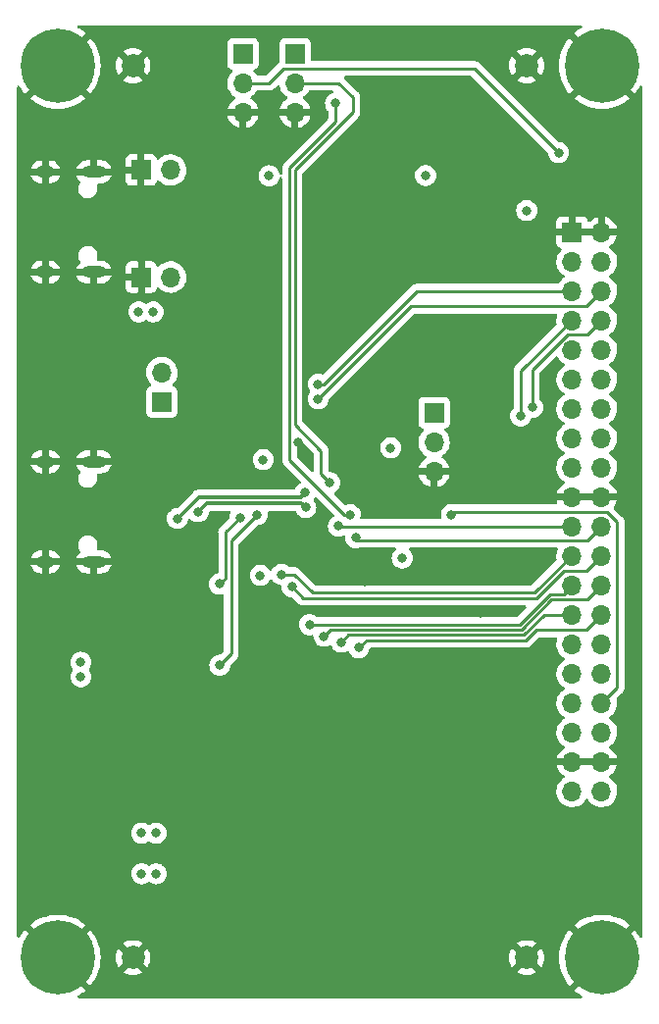
<source format=gbl>
%TF.GenerationSoftware,KiCad,Pcbnew,6.0.2+dfsg-1*%
%TF.CreationDate,2025-09-20T13:55:38+02:00*%
%TF.ProjectId,Alchemy,416c6368-656d-4792-9e6b-696361645f70,rev?*%
%TF.SameCoordinates,Original*%
%TF.FileFunction,Copper,L4,Bot*%
%TF.FilePolarity,Positive*%
%FSLAX46Y46*%
G04 Gerber Fmt 4.6, Leading zero omitted, Abs format (unit mm)*
G04 Created by KiCad (PCBNEW 6.0.2+dfsg-1) date 2025-09-20 13:55:38*
%MOMM*%
%LPD*%
G01*
G04 APERTURE LIST*
%TA.AperFunction,ComponentPad*%
%ADD10O,2.100000X1.000000*%
%TD*%
%TA.AperFunction,ComponentPad*%
%ADD11O,1.600000X1.000000*%
%TD*%
%TA.AperFunction,ComponentPad*%
%ADD12C,2.000000*%
%TD*%
%TA.AperFunction,ComponentPad*%
%ADD13R,1.700000X1.700000*%
%TD*%
%TA.AperFunction,ComponentPad*%
%ADD14O,1.700000X1.700000*%
%TD*%
%TA.AperFunction,ComponentPad*%
%ADD15C,6.400000*%
%TD*%
%TA.AperFunction,ComponentPad*%
%ADD16C,0.500000*%
%TD*%
%TA.AperFunction,SMDPad,CuDef*%
%ADD17R,2.410000X3.100000*%
%TD*%
%TA.AperFunction,ViaPad*%
%ADD18C,0.800000*%
%TD*%
%TA.AperFunction,Conductor*%
%ADD19C,0.250000*%
%TD*%
%TA.AperFunction,Conductor*%
%ADD20C,0.300000*%
%TD*%
G04 APERTURE END LIST*
D10*
%TO.P,J3,S1,SHIELD*%
%TO.N,GND*%
X129130000Y-76820000D03*
X129130000Y-68180000D03*
D11*
X124950000Y-68180000D03*
X124950000Y-76820000D03*
%TD*%
D12*
%TO.P,TP3,1,1*%
%TO.N,GND*%
X132500000Y-136000000D03*
%TD*%
D13*
%TO.P,J6,1,Pin_1*%
%TO.N,GND*%
X133210000Y-68000000D03*
D14*
%TO.P,J6,2,Pin_2*%
%TO.N,Net-(J6-Pad2)*%
X135750000Y-68000000D03*
%TD*%
D15*
%TO.P,H3,1,1*%
%TO.N,GND*%
X126000000Y-136000000D03*
%TD*%
D16*
%TO.P,U2,9,EP*%
%TO.N,GND*%
X155205000Y-125700000D03*
X155205000Y-128300000D03*
X155205000Y-127000000D03*
X153295000Y-128300000D03*
D17*
X154250000Y-127000000D03*
D16*
X153295000Y-127000000D03*
X153295000Y-125700000D03*
%TD*%
D13*
%TO.P,J1,1,Pin_1*%
%TO.N,GND*%
X170420000Y-73370000D03*
D14*
%TO.P,J1,2,Pin_2*%
X172960000Y-73370000D03*
%TO.P,J1,3,Pin_3*%
%TO.N,+5V*%
X170420000Y-75910000D03*
%TO.P,J1,4,Pin_4*%
X172960000Y-75910000D03*
%TO.P,J1,5,Pin_5*%
%TO.N,/I2C1_SDA*%
X170420000Y-78450000D03*
%TO.P,J1,6,Pin_6*%
%TO.N,/I2C1_SCL*%
X172960000Y-78450000D03*
%TO.P,J1,7,Pin_7*%
%TO.N,/UART1_RX*%
X170420000Y-80990000D03*
%TO.P,J1,8,Pin_8*%
%TO.N,/UART1_TX*%
X172960000Y-80990000D03*
%TO.P,J1,9,Pin_9*%
%TO.N,/SPI1_MOSI*%
X170420000Y-83530000D03*
%TO.P,J1,10,Pin_10*%
%TO.N,/SPI1_MISO*%
X172960000Y-83530000D03*
%TO.P,J1,11,Pin_11*%
%TO.N,/SPI1_SCK*%
X170420000Y-86070000D03*
%TO.P,J1,12,Pin_12*%
%TO.N,/SPI1_NCS*%
X172960000Y-86070000D03*
%TO.P,J1,13,Pin_13*%
%TO.N,/SPI2_MOSI*%
X170420000Y-88610000D03*
%TO.P,J1,14,Pin_14*%
%TO.N,/SPI2_MISO*%
X172960000Y-88610000D03*
%TO.P,J1,15,Pin_15*%
%TO.N,/SPI2_SCK*%
X170420000Y-91150000D03*
%TO.P,J1,16,Pin_16*%
%TO.N,/SPI2_NCS*%
X172960000Y-91150000D03*
%TO.P,J1,17,Pin_17*%
%TO.N,/I2C2_SDA*%
X170420000Y-93690000D03*
%TO.P,J1,18,Pin_18*%
%TO.N,/I2C2_SCL*%
X172960000Y-93690000D03*
%TO.P,J1,19,Pin_19*%
%TO.N,GND*%
X170420000Y-96230000D03*
%TO.P,J1,20,Pin_20*%
X172960000Y-96230000D03*
%TO.P,J1,21,Pin_21*%
%TO.N,/ADC0*%
X170420000Y-98770000D03*
%TO.P,J1,22,Pin_22*%
%TO.N,/ADC1*%
X172960000Y-98770000D03*
%TO.P,J1,23,Pin_23*%
%TO.N,/ADC2*%
X170420000Y-101310000D03*
%TO.P,J1,24,Pin_24*%
%TO.N,/ADC3*%
X172960000Y-101310000D03*
%TO.P,J1,25,Pin_25*%
%TO.N,/ADC4*%
X170420000Y-103850000D03*
%TO.P,J1,26,Pin_26*%
%TO.N,/ADC5*%
X172960000Y-103850000D03*
%TO.P,J1,27,Pin_27*%
%TO.N,/ADC6*%
X170420000Y-106390000D03*
%TO.P,J1,28,Pin_28*%
%TO.N,/ADC7*%
X172960000Y-106390000D03*
%TO.P,J1,29,Pin_29*%
%TO.N,/ADC8*%
X170420000Y-108930000D03*
%TO.P,J1,30,Pin_30*%
%TO.N,/ADC9*%
X172960000Y-108930000D03*
%TO.P,J1,31,Pin_31*%
%TO.N,/GPIO0*%
X170420000Y-111470000D03*
%TO.P,J1,32,Pin_32*%
%TO.N,/GPIO1*%
X172960000Y-111470000D03*
%TO.P,J1,33,Pin_33*%
%TO.N,/GPIO2*%
X170420000Y-114010000D03*
%TO.P,J1,34,Pin_34*%
%TO.N,/GPIO3*%
X172960000Y-114010000D03*
%TO.P,J1,35,Pin_35*%
%TO.N,unconnected-(J1-Pad35)*%
X170420000Y-116550000D03*
%TO.P,J1,36,Pin_36*%
%TO.N,unconnected-(J1-Pad36)*%
X172960000Y-116550000D03*
%TO.P,J1,37,Pin_37*%
%TO.N,GND*%
X170420000Y-119090000D03*
%TO.P,J1,38,Pin_38*%
X172960000Y-119090000D03*
%TO.P,J1,39,Pin_39*%
%TO.N,/VM*%
X170420000Y-121630000D03*
%TO.P,J1,40,Pin_40*%
X172960000Y-121630000D03*
%TD*%
D12*
%TO.P,TP4,1,1*%
%TO.N,GND*%
X166500000Y-136000000D03*
%TD*%
D13*
%TO.P,J8,1,Pin_1*%
%TO.N,Net-(J8-Pad1)*%
X135000000Y-88025000D03*
D14*
%TO.P,J8,2,Pin_2*%
%TO.N,+5V*%
X135000000Y-85485000D03*
%TD*%
D13*
%TO.P,J7,1,Pin_1*%
%TO.N,GND*%
X133225000Y-77250000D03*
D14*
%TO.P,J7,2,Pin_2*%
%TO.N,Net-(J7-Pad2)*%
X135765000Y-77250000D03*
%TD*%
D13*
%TO.P,J5,1,Pin_1*%
%TO.N,+3V3*%
X142000000Y-57975000D03*
D14*
%TO.P,J5,2,Pin_2*%
%TO.N,Net-(J5-Pad2)*%
X142000000Y-60515000D03*
%TO.P,J5,3,Pin_3*%
%TO.N,GND*%
X142000000Y-63055000D03*
%TD*%
D13*
%TO.P,J4,1,Pin_1*%
%TO.N,+3V3*%
X146500000Y-57960000D03*
D14*
%TO.P,J4,2,Pin_2*%
%TO.N,/BOOT0*%
X146500000Y-60500000D03*
%TO.P,J4,3,Pin_3*%
%TO.N,GND*%
X146500000Y-63040000D03*
%TD*%
D12*
%TO.P,TP1,1,1*%
%TO.N,GND*%
X132500000Y-59000000D03*
%TD*%
D10*
%TO.P,J2,S1,SHIELD*%
%TO.N,GND*%
X129130000Y-93180000D03*
D11*
X124950000Y-101820000D03*
D10*
X129130000Y-101820000D03*
D11*
X124950000Y-93180000D03*
%TD*%
D15*
%TO.P,H2,1,1*%
%TO.N,GND*%
X173000000Y-59000000D03*
%TD*%
%TO.P,H4,1,1*%
%TO.N,GND*%
X173000000Y-136000000D03*
%TD*%
%TO.P,H1,1,1*%
%TO.N,GND*%
X126000000Y-59000000D03*
%TD*%
D13*
%TO.P,J9,1,Pin_1*%
%TO.N,/SWCLK*%
X158500000Y-88960000D03*
D14*
%TO.P,J9,2,Pin_2*%
%TO.N,/SWDIO*%
X158500000Y-91500000D03*
%TO.P,J9,3,Pin_3*%
%TO.N,GND*%
X158500000Y-94040000D03*
%TD*%
D12*
%TO.P,TP2,1,1*%
%TO.N,GND*%
X166500000Y-59000000D03*
%TD*%
D18*
%TO.N,+3V3*%
X154750000Y-92000000D03*
X157775000Y-68475000D03*
X143500000Y-103000000D03*
X166500000Y-71500000D03*
X143750000Y-93000000D03*
X144250000Y-68500000D03*
X155750000Y-101500000D03*
%TO.N,Net-(C13-Pad1)*%
X139976305Y-103750000D03*
X141762299Y-98000000D03*
%TO.N,Net-(C14-Pad1)*%
X140000000Y-110750000D03*
X143250000Y-97750000D03*
%TO.N,/I2C1_SDA*%
X148500000Y-86500000D03*
%TO.N,/I2C1_SCL*%
X148500000Y-87750000D03*
%TO.N,/UART1_RX*%
X165987701Y-89237701D03*
%TO.N,/UART1_TX*%
X167000000Y-88500000D03*
%TO.N,/ADC0*%
X150250000Y-98750000D03*
%TO.N,/ADC1*%
X151750000Y-99750000D03*
%TO.N,/ADC2*%
X145337500Y-102912500D03*
%TO.N,/ADC3*%
X146250000Y-104000000D03*
%TO.N,/ADC4*%
X147750000Y-107250000D03*
%TO.N,/ADC5*%
X149000000Y-108250000D03*
%TO.N,/ADC6*%
X150500000Y-108750000D03*
%TO.N,/ADC7*%
X152000000Y-109250000D03*
%TO.N,/GPIO3*%
X160000000Y-97750000D03*
%TO.N,/USB1DP*%
X147375000Y-95875000D03*
X136344670Y-98094670D03*
%TO.N,/USB1DM*%
X147420091Y-97139865D03*
X138125000Y-97500000D03*
%TO.N,/BOOT0*%
X149500000Y-95000000D03*
%TO.N,Net-(J5-Pad2)*%
X169250000Y-66500000D03*
%TO.N,/~RESET*%
X151250000Y-97750000D03*
X150000000Y-62250000D03*
%TO.N,GND*%
X138750000Y-121750000D03*
X162250000Y-124000000D03*
X136250000Y-120500000D03*
X162500000Y-106250000D03*
X159750000Y-124000000D03*
X154750000Y-123250000D03*
X134500000Y-107250000D03*
X136250000Y-121750000D03*
X130250000Y-127000000D03*
X151500000Y-134750000D03*
X129750000Y-108250000D03*
X167000000Y-101750000D03*
X144000000Y-75500000D03*
X162000000Y-65500000D03*
X151500000Y-130750000D03*
X136250000Y-133500000D03*
X126000000Y-110500000D03*
X152750000Y-134750000D03*
X136250000Y-132250000D03*
X146750000Y-91500000D03*
X138750000Y-133500000D03*
X138750000Y-120500000D03*
X156000000Y-74000000D03*
X155250000Y-94750000D03*
X166750000Y-111500000D03*
X154000000Y-65500000D03*
X128750000Y-90000000D03*
X138750000Y-132250000D03*
X152750000Y-130750000D03*
X151500000Y-88250000D03*
X152500000Y-103500000D03*
X126500000Y-85750000D03*
X143000000Y-100500000D03*
X131250000Y-83750000D03*
%TO.N,+5V*%
X128000000Y-111750000D03*
X134250000Y-80250000D03*
X134500000Y-125250000D03*
X133250000Y-128750000D03*
X133000000Y-80250000D03*
X128000000Y-110500000D03*
X134500000Y-128750000D03*
X133250000Y-125250000D03*
%TD*%
D19*
%TO.N,Net-(C13-Pad1)*%
X140500000Y-103250000D02*
X140000000Y-103750000D01*
X141762299Y-98000000D02*
X140500000Y-99262299D01*
X140500000Y-99262299D02*
X140500000Y-103250000D01*
X140000000Y-103750000D02*
X139976305Y-103750000D01*
%TO.N,Net-(C14-Pad1)*%
X141000000Y-100000000D02*
X141000000Y-109750000D01*
X141000000Y-109750000D02*
X140000000Y-110750000D01*
X143250000Y-97750000D02*
X141000000Y-100000000D01*
%TO.N,/I2C1_SDA*%
X149000000Y-86500000D02*
X157050000Y-78450000D01*
X148500000Y-86500000D02*
X149000000Y-86500000D01*
X157050000Y-78450000D02*
X170420000Y-78450000D01*
%TO.N,/I2C1_SCL*%
X156500000Y-79750000D02*
X171660000Y-79750000D01*
X171660000Y-79750000D02*
X172960000Y-78450000D01*
X148500000Y-87750000D02*
X156500000Y-79750000D01*
%TO.N,/UART1_RX*%
X165987701Y-85357299D02*
X165987701Y-89237701D01*
X165987701Y-85357299D02*
X170355000Y-80990000D01*
X170355000Y-80990000D02*
X170420000Y-80990000D01*
%TO.N,/UART1_TX*%
X170054479Y-82169511D02*
X171780489Y-82169511D01*
X171780489Y-82169511D02*
X172960000Y-80990000D01*
X167000000Y-88500000D02*
X167000000Y-85223990D01*
X167000000Y-85223990D02*
X170054479Y-82169511D01*
%TO.N,/ADC0*%
X150270000Y-98770000D02*
X170420000Y-98770000D01*
%TO.N,/ADC1*%
X151750000Y-99750000D02*
X151950000Y-99950000D01*
X171780000Y-99950000D02*
X172960000Y-98770000D01*
X151950000Y-99950000D02*
X171780000Y-99950000D01*
%TO.N,/ADC2*%
X146412500Y-102912500D02*
X145337500Y-102912500D01*
X170355000Y-101310000D02*
X167165000Y-104500000D01*
X167165000Y-104500000D02*
X148000000Y-104500000D01*
X148000000Y-104500000D02*
X146412500Y-102912500D01*
X170420000Y-101310000D02*
X170355000Y-101310000D01*
%TO.N,/ADC3*%
X147200000Y-104950000D02*
X167351396Y-104950000D01*
X146250000Y-104000000D02*
X147200000Y-104950000D01*
X169701396Y-102600000D02*
X171670000Y-102600000D01*
X171670000Y-102600000D02*
X172960000Y-101310000D01*
X167351396Y-104950000D02*
X169701396Y-102600000D01*
%TO.N,/ADC4*%
X147750000Y-107250000D02*
X165863604Y-107250000D01*
X168513604Y-104600000D02*
X169670000Y-104600000D01*
X165863604Y-107250000D02*
X168513604Y-104600000D01*
X169670000Y-104600000D02*
X170420000Y-103850000D01*
%TO.N,/ADC5*%
X149000000Y-108250000D02*
X149550000Y-107700000D01*
X166050000Y-107700000D02*
X168650000Y-105100000D01*
X171710000Y-105100000D02*
X172960000Y-103850000D01*
X168650000Y-105100000D02*
X171710000Y-105100000D01*
X149550000Y-107700000D02*
X166050000Y-107700000D01*
%TO.N,/ADC6*%
X151100000Y-108150000D02*
X166236396Y-108150000D01*
X150500000Y-108750000D02*
X151100000Y-108150000D01*
X167996396Y-106390000D02*
X170420000Y-106390000D01*
X166236396Y-108150000D02*
X167996396Y-106390000D01*
%TO.N,/ADC7*%
X171650000Y-107700000D02*
X172960000Y-106390000D01*
X167322792Y-107700000D02*
X171650000Y-107700000D01*
X152650000Y-108600000D02*
X166422792Y-108600000D01*
X152000000Y-109250000D02*
X152650000Y-108600000D01*
X166422792Y-108600000D02*
X167322792Y-107700000D01*
%TO.N,/GPIO3*%
X174300000Y-112670000D02*
X172960000Y-114010000D01*
X160250000Y-97500000D02*
X173400000Y-97500000D01*
X173400000Y-97500000D02*
X174300000Y-98400000D01*
X174300000Y-98400000D02*
X174300000Y-112670000D01*
X160000000Y-97750000D02*
X160250000Y-97500000D01*
D20*
%TO.N,/USB1DP*%
X136344670Y-98094670D02*
X138189340Y-96250000D01*
X147000000Y-96250000D02*
X147375000Y-95875000D01*
X138189340Y-96250000D02*
X147000000Y-96250000D01*
%TO.N,/USB1DM*%
X138875000Y-96750000D02*
X138125000Y-97500000D01*
X147030226Y-96750000D02*
X147420091Y-97139865D01*
X138875000Y-96750000D02*
X147030226Y-96750000D01*
D19*
%TO.N,/BOOT0*%
X150250000Y-60500000D02*
X151500000Y-61750000D01*
X151500000Y-61750000D02*
X151500000Y-63000000D01*
X148750000Y-94250000D02*
X149500000Y-95000000D01*
X146500000Y-90000000D02*
X148750000Y-92250000D01*
X146500000Y-68000000D02*
X146500000Y-90000000D01*
X151500000Y-63000000D02*
X146500000Y-68000000D01*
X148750000Y-92250000D02*
X148750000Y-94250000D01*
X146500000Y-60500000D02*
X150250000Y-60500000D01*
%TO.N,Net-(J5-Pad2)*%
X144235000Y-60515000D02*
X142000000Y-60515000D01*
X162000000Y-59250000D02*
X145500000Y-59250000D01*
X169250000Y-66500000D02*
X162000000Y-59250000D01*
X145500000Y-59250000D02*
X144235000Y-60515000D01*
%TO.N,/~RESET*%
X150000000Y-63864282D02*
X146025489Y-67838793D01*
X150750000Y-97750000D02*
X151250000Y-97750000D01*
X146025489Y-93025489D02*
X150750000Y-97750000D01*
X146025489Y-67838793D02*
X146025489Y-93025489D01*
X150000000Y-62250000D02*
X150000000Y-63864282D01*
%TD*%
%TA.AperFunction,Conductor*%
%TO.N,GND*%
G36*
X162500000Y-132500000D02*
G01*
X155500000Y-132500000D01*
X155500000Y-129500000D01*
X156250000Y-129500000D01*
X156250000Y-127500000D01*
X162500000Y-127500000D01*
X162500000Y-132500000D01*
G37*
%TD.AperFunction*%
%TD*%
%TA.AperFunction,Conductor*%
%TO.N,GND*%
G36*
X171229157Y-55528002D02*
G01*
X171275650Y-55581658D01*
X171285754Y-55651932D01*
X171256260Y-55716512D01*
X171218239Y-55746267D01*
X171146397Y-55782872D01*
X171140687Y-55786169D01*
X170820268Y-55994251D01*
X170814938Y-55998123D01*
X170612111Y-56162369D01*
X170603645Y-56174624D01*
X170609979Y-56185715D01*
X175813419Y-61389155D01*
X175826495Y-61396295D01*
X175836863Y-61388837D01*
X176001877Y-61185062D01*
X176005749Y-61179732D01*
X176213831Y-60859313D01*
X176217128Y-60853603D01*
X176253733Y-60781761D01*
X176302481Y-60730146D01*
X176371396Y-60713080D01*
X176438598Y-60735981D01*
X176482750Y-60791578D01*
X176492000Y-60838964D01*
X176492000Y-134161036D01*
X176471998Y-134229157D01*
X176418342Y-134275650D01*
X176348068Y-134285754D01*
X176283488Y-134256260D01*
X176253733Y-134218239D01*
X176217128Y-134146397D01*
X176213831Y-134140687D01*
X176005749Y-133820268D01*
X176001877Y-133814938D01*
X175837631Y-133612111D01*
X175825376Y-133603645D01*
X175814285Y-133609979D01*
X170610845Y-138813419D01*
X170603705Y-138826495D01*
X170611163Y-138836863D01*
X170814943Y-139001880D01*
X170820265Y-139005747D01*
X171140685Y-139213830D01*
X171146394Y-139217127D01*
X171218238Y-139253733D01*
X171269853Y-139302481D01*
X171286919Y-139371396D01*
X171264018Y-139438598D01*
X171208421Y-139482750D01*
X171161035Y-139492000D01*
X127838965Y-139492000D01*
X127770844Y-139471998D01*
X127724351Y-139418342D01*
X127714247Y-139348068D01*
X127743741Y-139283488D01*
X127781762Y-139253733D01*
X127853606Y-139217127D01*
X127859315Y-139213830D01*
X128179735Y-139005747D01*
X128185057Y-139001880D01*
X128387889Y-138837631D01*
X128396355Y-138825376D01*
X128390021Y-138814285D01*
X125576868Y-136001132D01*
X126429462Y-136001132D01*
X126429593Y-136002965D01*
X126433844Y-136009580D01*
X128813419Y-138389155D01*
X128826495Y-138396295D01*
X128836863Y-138388837D01*
X129001877Y-138185062D01*
X129005749Y-138179732D01*
X129213831Y-137859313D01*
X129217128Y-137853603D01*
X129390578Y-137513189D01*
X129393260Y-137507164D01*
X129489140Y-137257388D01*
X131672496Y-137257388D01*
X131678223Y-137265038D01*
X131809042Y-137345205D01*
X131817837Y-137349687D01*
X132027988Y-137436734D01*
X132037373Y-137439783D01*
X132258554Y-137492885D01*
X132268301Y-137494428D01*
X132495070Y-137512275D01*
X132504930Y-137512275D01*
X132731699Y-137494428D01*
X132741446Y-137492885D01*
X132962627Y-137439783D01*
X132972012Y-137436734D01*
X133182163Y-137349687D01*
X133190958Y-137345205D01*
X133318110Y-137267285D01*
X133327064Y-137257388D01*
X165672496Y-137257388D01*
X165678223Y-137265038D01*
X165809042Y-137345205D01*
X165817837Y-137349687D01*
X166027988Y-137436734D01*
X166037373Y-137439783D01*
X166258554Y-137492885D01*
X166268301Y-137494428D01*
X166495070Y-137512275D01*
X166504930Y-137512275D01*
X166731699Y-137494428D01*
X166741446Y-137492885D01*
X166962627Y-137439783D01*
X166972012Y-137436734D01*
X167182163Y-137349687D01*
X167190958Y-137345205D01*
X167318110Y-137267285D01*
X167327570Y-137256829D01*
X167323786Y-137248050D01*
X166512812Y-136437076D01*
X166498868Y-136429462D01*
X166497035Y-136429593D01*
X166490420Y-136433844D01*
X165679256Y-137245008D01*
X165672496Y-137257388D01*
X133327064Y-137257388D01*
X133327570Y-137256829D01*
X133323786Y-137248050D01*
X132512812Y-136437076D01*
X132498868Y-136429462D01*
X132497035Y-136429593D01*
X132490420Y-136433844D01*
X131679256Y-137245008D01*
X131672496Y-137257388D01*
X129489140Y-137257388D01*
X129530171Y-137150498D01*
X129532212Y-137144216D01*
X129631094Y-136775184D01*
X129632465Y-136768734D01*
X129692234Y-136391371D01*
X129692920Y-136384833D01*
X129712831Y-136004930D01*
X130987725Y-136004930D01*
X131005572Y-136231699D01*
X131007115Y-136241446D01*
X131060217Y-136462627D01*
X131063266Y-136472012D01*
X131150313Y-136682163D01*
X131154795Y-136690958D01*
X131232715Y-136818110D01*
X131243171Y-136827570D01*
X131251950Y-136823786D01*
X132062924Y-136012812D01*
X132069302Y-136001132D01*
X132929462Y-136001132D01*
X132929593Y-136002965D01*
X132933844Y-136009580D01*
X133745008Y-136820744D01*
X133757388Y-136827504D01*
X133765038Y-136821777D01*
X133845205Y-136690958D01*
X133849687Y-136682163D01*
X133936734Y-136472012D01*
X133939783Y-136462627D01*
X133992885Y-136241446D01*
X133994428Y-136231699D01*
X134012275Y-136004930D01*
X164987725Y-136004930D01*
X165005572Y-136231699D01*
X165007115Y-136241446D01*
X165060217Y-136462627D01*
X165063266Y-136472012D01*
X165150313Y-136682163D01*
X165154795Y-136690958D01*
X165232715Y-136818110D01*
X165243171Y-136827570D01*
X165251950Y-136823786D01*
X166062924Y-136012812D01*
X166069302Y-136001132D01*
X166929462Y-136001132D01*
X166929593Y-136002965D01*
X166933844Y-136009580D01*
X167745008Y-136820744D01*
X167757388Y-136827504D01*
X167765038Y-136821777D01*
X167845205Y-136690958D01*
X167849687Y-136682163D01*
X167936734Y-136472012D01*
X167939783Y-136462627D01*
X167992885Y-136241446D01*
X167994428Y-136231699D01*
X168012275Y-136004930D01*
X168012275Y-136003301D01*
X169287084Y-136003301D01*
X169307080Y-136384833D01*
X169307766Y-136391371D01*
X169367535Y-136768734D01*
X169368906Y-136775184D01*
X169467788Y-137144216D01*
X169469829Y-137150498D01*
X169606740Y-137507164D01*
X169609422Y-137513189D01*
X169782872Y-137853603D01*
X169786169Y-137859313D01*
X169994251Y-138179732D01*
X169998123Y-138185062D01*
X170162369Y-138387889D01*
X170174624Y-138396355D01*
X170185715Y-138390021D01*
X172562924Y-136012812D01*
X172570538Y-135998868D01*
X172570407Y-135997035D01*
X172566156Y-135990420D01*
X170186581Y-133610845D01*
X170173505Y-133603705D01*
X170163137Y-133611163D01*
X169998123Y-133814938D01*
X169994251Y-133820268D01*
X169786169Y-134140687D01*
X169782872Y-134146397D01*
X169609422Y-134486811D01*
X169606740Y-134492836D01*
X169469829Y-134849502D01*
X169467788Y-134855784D01*
X169368906Y-135224816D01*
X169367535Y-135231266D01*
X169307766Y-135608629D01*
X169307080Y-135615167D01*
X169287084Y-135996699D01*
X169287084Y-136003301D01*
X168012275Y-136003301D01*
X168012275Y-135995070D01*
X167994428Y-135768301D01*
X167992885Y-135758554D01*
X167939783Y-135537373D01*
X167936734Y-135527988D01*
X167849687Y-135317837D01*
X167845205Y-135309042D01*
X167767285Y-135181890D01*
X167756829Y-135172430D01*
X167748050Y-135176214D01*
X166937076Y-135987188D01*
X166929462Y-136001132D01*
X166069302Y-136001132D01*
X166070538Y-135998868D01*
X166070407Y-135997035D01*
X166066156Y-135990420D01*
X165254992Y-135179256D01*
X165242612Y-135172496D01*
X165234962Y-135178223D01*
X165154795Y-135309042D01*
X165150313Y-135317837D01*
X165063266Y-135527988D01*
X165060217Y-135537373D01*
X165007115Y-135758554D01*
X165005572Y-135768301D01*
X164987725Y-135995070D01*
X164987725Y-136004930D01*
X134012275Y-136004930D01*
X134012275Y-135995070D01*
X133994428Y-135768301D01*
X133992885Y-135758554D01*
X133939783Y-135537373D01*
X133936734Y-135527988D01*
X133849687Y-135317837D01*
X133845205Y-135309042D01*
X133767285Y-135181890D01*
X133756829Y-135172430D01*
X133748050Y-135176214D01*
X132937076Y-135987188D01*
X132929462Y-136001132D01*
X132069302Y-136001132D01*
X132070538Y-135998868D01*
X132070407Y-135997035D01*
X132066156Y-135990420D01*
X131254992Y-135179256D01*
X131242612Y-135172496D01*
X131234962Y-135178223D01*
X131154795Y-135309042D01*
X131150313Y-135317837D01*
X131063266Y-135527988D01*
X131060217Y-135537373D01*
X131007115Y-135758554D01*
X131005572Y-135768301D01*
X130987725Y-135995070D01*
X130987725Y-136004930D01*
X129712831Y-136004930D01*
X129712916Y-136003301D01*
X129712916Y-135996699D01*
X129692920Y-135615167D01*
X129692234Y-135608629D01*
X129632465Y-135231266D01*
X129631094Y-135224816D01*
X129532212Y-134855784D01*
X129530171Y-134849502D01*
X129489354Y-134743171D01*
X131672430Y-134743171D01*
X131676214Y-134751950D01*
X132487188Y-135562924D01*
X132501132Y-135570538D01*
X132502965Y-135570407D01*
X132509580Y-135566156D01*
X133320744Y-134754992D01*
X133327199Y-134743171D01*
X165672430Y-134743171D01*
X165676214Y-134751950D01*
X166487188Y-135562924D01*
X166501132Y-135570538D01*
X166502965Y-135570407D01*
X166509580Y-135566156D01*
X167320744Y-134754992D01*
X167327504Y-134742612D01*
X167321777Y-134734962D01*
X167190958Y-134654795D01*
X167182163Y-134650313D01*
X166972012Y-134563266D01*
X166962627Y-134560217D01*
X166741446Y-134507115D01*
X166731699Y-134505572D01*
X166504930Y-134487725D01*
X166495070Y-134487725D01*
X166268301Y-134505572D01*
X166258554Y-134507115D01*
X166037373Y-134560217D01*
X166027988Y-134563266D01*
X165817837Y-134650313D01*
X165809042Y-134654795D01*
X165681890Y-134732715D01*
X165672430Y-134743171D01*
X133327199Y-134743171D01*
X133327504Y-134742612D01*
X133321777Y-134734962D01*
X133190958Y-134654795D01*
X133182163Y-134650313D01*
X132972012Y-134563266D01*
X132962627Y-134560217D01*
X132741446Y-134507115D01*
X132731699Y-134505572D01*
X132504930Y-134487725D01*
X132495070Y-134487725D01*
X132268301Y-134505572D01*
X132258554Y-134507115D01*
X132037373Y-134560217D01*
X132027988Y-134563266D01*
X131817837Y-134650313D01*
X131809042Y-134654795D01*
X131681890Y-134732715D01*
X131672430Y-134743171D01*
X129489354Y-134743171D01*
X129393260Y-134492836D01*
X129390578Y-134486811D01*
X129217128Y-134146397D01*
X129213831Y-134140687D01*
X129005749Y-133820268D01*
X129001877Y-133814938D01*
X128837631Y-133612111D01*
X128825376Y-133603645D01*
X128814285Y-133609979D01*
X126437076Y-135987188D01*
X126429462Y-136001132D01*
X125576868Y-136001132D01*
X123186581Y-133610845D01*
X123173505Y-133603705D01*
X123163137Y-133611163D01*
X122998123Y-133814938D01*
X122994251Y-133820268D01*
X122786169Y-134140687D01*
X122782872Y-134146397D01*
X122746267Y-134218239D01*
X122697519Y-134269854D01*
X122628604Y-134286920D01*
X122561402Y-134264019D01*
X122517250Y-134208422D01*
X122508000Y-134161036D01*
X122508000Y-133174624D01*
X123603645Y-133174624D01*
X123609979Y-133185715D01*
X125987188Y-135562924D01*
X126001132Y-135570538D01*
X126002965Y-135570407D01*
X126009580Y-135566156D01*
X128389155Y-133186581D01*
X128395684Y-133174624D01*
X170603645Y-133174624D01*
X170609979Y-133185715D01*
X172987188Y-135562924D01*
X173001132Y-135570538D01*
X173002965Y-135570407D01*
X173009580Y-135566156D01*
X175389155Y-133186581D01*
X175396295Y-133173505D01*
X175388837Y-133163137D01*
X175185057Y-132998120D01*
X175179735Y-132994253D01*
X174859315Y-132786170D01*
X174853606Y-132782873D01*
X174513189Y-132609422D01*
X174507164Y-132606740D01*
X174150498Y-132469829D01*
X174144216Y-132467788D01*
X173775184Y-132368906D01*
X173768734Y-132367535D01*
X173391371Y-132307766D01*
X173384833Y-132307080D01*
X173003301Y-132287084D01*
X172996699Y-132287084D01*
X172615167Y-132307080D01*
X172608629Y-132307766D01*
X172231266Y-132367535D01*
X172224816Y-132368906D01*
X171855784Y-132467788D01*
X171849502Y-132469829D01*
X171492836Y-132606740D01*
X171486811Y-132609422D01*
X171146397Y-132782872D01*
X171140687Y-132786169D01*
X170820268Y-132994251D01*
X170814938Y-132998123D01*
X170612111Y-133162369D01*
X170603645Y-133174624D01*
X128395684Y-133174624D01*
X128396295Y-133173505D01*
X128388837Y-133163137D01*
X128185057Y-132998120D01*
X128179735Y-132994253D01*
X127859315Y-132786170D01*
X127853606Y-132782873D01*
X127513189Y-132609422D01*
X127507164Y-132606740D01*
X127150498Y-132469829D01*
X127144216Y-132467788D01*
X126775184Y-132368906D01*
X126768734Y-132367535D01*
X126391371Y-132307766D01*
X126384833Y-132307080D01*
X126003301Y-132287084D01*
X125996699Y-132287084D01*
X125615167Y-132307080D01*
X125608629Y-132307766D01*
X125231266Y-132367535D01*
X125224816Y-132368906D01*
X124855784Y-132467788D01*
X124849502Y-132469829D01*
X124492836Y-132606740D01*
X124486811Y-132609422D01*
X124146397Y-132782872D01*
X124140687Y-132786169D01*
X123820268Y-132994251D01*
X123814938Y-132998123D01*
X123612111Y-133162369D01*
X123603645Y-133174624D01*
X122508000Y-133174624D01*
X122508000Y-128750000D01*
X132336496Y-128750000D01*
X132356458Y-128939928D01*
X132415473Y-129121556D01*
X132510960Y-129286944D01*
X132638747Y-129428866D01*
X132793248Y-129541118D01*
X132799276Y-129543802D01*
X132799278Y-129543803D01*
X132961681Y-129616109D01*
X132967712Y-129618794D01*
X133061112Y-129638647D01*
X133148056Y-129657128D01*
X133148061Y-129657128D01*
X133154513Y-129658500D01*
X133345487Y-129658500D01*
X133351939Y-129657128D01*
X133351944Y-129657128D01*
X133438888Y-129638647D01*
X133532288Y-129618794D01*
X133538319Y-129616109D01*
X133700722Y-129543803D01*
X133700724Y-129543802D01*
X133706752Y-129541118D01*
X133800939Y-129472687D01*
X133867807Y-129448828D01*
X133936958Y-129464909D01*
X133949061Y-129472687D01*
X134043248Y-129541118D01*
X134049276Y-129543802D01*
X134049278Y-129543803D01*
X134211681Y-129616109D01*
X134217712Y-129618794D01*
X134311112Y-129638647D01*
X134398056Y-129657128D01*
X134398061Y-129657128D01*
X134404513Y-129658500D01*
X134595487Y-129658500D01*
X134601939Y-129657128D01*
X134601944Y-129657128D01*
X134688888Y-129638647D01*
X134782288Y-129618794D01*
X134788319Y-129616109D01*
X134950722Y-129543803D01*
X134950724Y-129543802D01*
X134956752Y-129541118D01*
X135013346Y-129500000D01*
X152250000Y-129500000D01*
X156250000Y-129500000D01*
X156250000Y-124500000D01*
X152250000Y-124500000D01*
X152250000Y-129500000D01*
X135013346Y-129500000D01*
X135111253Y-129428866D01*
X135239040Y-129286944D01*
X135334527Y-129121556D01*
X135393542Y-128939928D01*
X135413504Y-128750000D01*
X135403927Y-128658882D01*
X135394232Y-128566635D01*
X135394232Y-128566633D01*
X135393542Y-128560072D01*
X135334527Y-128378444D01*
X135239040Y-128213056D01*
X135111253Y-128071134D01*
X134977329Y-127973832D01*
X134962094Y-127962763D01*
X134962093Y-127962762D01*
X134956752Y-127958882D01*
X134950724Y-127956198D01*
X134950722Y-127956197D01*
X134788319Y-127883891D01*
X134788318Y-127883891D01*
X134782288Y-127881206D01*
X134688887Y-127861353D01*
X134601944Y-127842872D01*
X134601939Y-127842872D01*
X134595487Y-127841500D01*
X134404513Y-127841500D01*
X134398061Y-127842872D01*
X134398056Y-127842872D01*
X134311113Y-127861353D01*
X134217712Y-127881206D01*
X134211682Y-127883891D01*
X134211681Y-127883891D01*
X134049278Y-127956197D01*
X134049276Y-127956198D01*
X134043248Y-127958882D01*
X134037907Y-127962762D01*
X134037906Y-127962763D01*
X133949061Y-128027313D01*
X133882193Y-128051172D01*
X133813042Y-128035091D01*
X133800939Y-128027313D01*
X133712094Y-127962763D01*
X133712093Y-127962762D01*
X133706752Y-127958882D01*
X133700724Y-127956198D01*
X133700722Y-127956197D01*
X133538319Y-127883891D01*
X133538318Y-127883891D01*
X133532288Y-127881206D01*
X133438887Y-127861353D01*
X133351944Y-127842872D01*
X133351939Y-127842872D01*
X133345487Y-127841500D01*
X133154513Y-127841500D01*
X133148061Y-127842872D01*
X133148056Y-127842872D01*
X133061113Y-127861353D01*
X132967712Y-127881206D01*
X132961682Y-127883891D01*
X132961681Y-127883891D01*
X132799278Y-127956197D01*
X132799276Y-127956198D01*
X132793248Y-127958882D01*
X132787907Y-127962762D01*
X132787906Y-127962763D01*
X132772671Y-127973832D01*
X132638747Y-128071134D01*
X132510960Y-128213056D01*
X132415473Y-128378444D01*
X132356458Y-128560072D01*
X132355768Y-128566633D01*
X132355768Y-128566635D01*
X132346073Y-128658882D01*
X132336496Y-128750000D01*
X122508000Y-128750000D01*
X122508000Y-125250000D01*
X132336496Y-125250000D01*
X132337186Y-125256565D01*
X132350222Y-125380592D01*
X132356458Y-125439928D01*
X132415473Y-125621556D01*
X132510960Y-125786944D01*
X132638747Y-125928866D01*
X132793248Y-126041118D01*
X132799276Y-126043802D01*
X132799278Y-126043803D01*
X132961681Y-126116109D01*
X132967712Y-126118794D01*
X133061113Y-126138647D01*
X133148056Y-126157128D01*
X133148061Y-126157128D01*
X133154513Y-126158500D01*
X133345487Y-126158500D01*
X133351939Y-126157128D01*
X133351944Y-126157128D01*
X133438887Y-126138647D01*
X133532288Y-126118794D01*
X133538319Y-126116109D01*
X133700722Y-126043803D01*
X133700724Y-126043802D01*
X133706752Y-126041118D01*
X133745082Y-126013270D01*
X133800939Y-125972687D01*
X133867807Y-125948828D01*
X133936958Y-125964909D01*
X133949061Y-125972687D01*
X134004919Y-126013270D01*
X134043248Y-126041118D01*
X134049276Y-126043802D01*
X134049278Y-126043803D01*
X134211681Y-126116109D01*
X134217712Y-126118794D01*
X134311113Y-126138647D01*
X134398056Y-126157128D01*
X134398061Y-126157128D01*
X134404513Y-126158500D01*
X134595487Y-126158500D01*
X134601939Y-126157128D01*
X134601944Y-126157128D01*
X134688887Y-126138647D01*
X134782288Y-126118794D01*
X134788319Y-126116109D01*
X134950722Y-126043803D01*
X134950724Y-126043802D01*
X134956752Y-126041118D01*
X135111253Y-125928866D01*
X135239040Y-125786944D01*
X135334527Y-125621556D01*
X135393542Y-125439928D01*
X135399779Y-125380592D01*
X135412814Y-125256565D01*
X135413504Y-125250000D01*
X135393542Y-125060072D01*
X135334527Y-124878444D01*
X135239040Y-124713056D01*
X135111253Y-124571134D01*
X134956752Y-124458882D01*
X134950724Y-124456198D01*
X134950722Y-124456197D01*
X134788319Y-124383891D01*
X134788318Y-124383891D01*
X134782288Y-124381206D01*
X134688887Y-124361353D01*
X134601944Y-124342872D01*
X134601939Y-124342872D01*
X134595487Y-124341500D01*
X134404513Y-124341500D01*
X134398061Y-124342872D01*
X134398056Y-124342872D01*
X134311113Y-124361353D01*
X134217712Y-124381206D01*
X134211682Y-124383891D01*
X134211681Y-124383891D01*
X134049278Y-124456197D01*
X134049276Y-124456198D01*
X134043248Y-124458882D01*
X134037907Y-124462762D01*
X134037906Y-124462763D01*
X133949061Y-124527313D01*
X133882193Y-124551172D01*
X133813042Y-124535091D01*
X133800939Y-124527313D01*
X133712094Y-124462763D01*
X133712093Y-124462762D01*
X133706752Y-124458882D01*
X133700724Y-124456198D01*
X133700722Y-124456197D01*
X133538319Y-124383891D01*
X133538318Y-124383891D01*
X133532288Y-124381206D01*
X133438887Y-124361353D01*
X133351944Y-124342872D01*
X133351939Y-124342872D01*
X133345487Y-124341500D01*
X133154513Y-124341500D01*
X133148061Y-124342872D01*
X133148056Y-124342872D01*
X133061113Y-124361353D01*
X132967712Y-124381206D01*
X132961682Y-124383891D01*
X132961681Y-124383891D01*
X132799278Y-124456197D01*
X132799276Y-124456198D01*
X132793248Y-124458882D01*
X132638747Y-124571134D01*
X132510960Y-124713056D01*
X132415473Y-124878444D01*
X132356458Y-125060072D01*
X132336496Y-125250000D01*
X122508000Y-125250000D01*
X122508000Y-121596695D01*
X169057251Y-121596695D01*
X169057548Y-121601848D01*
X169057548Y-121601851D01*
X169063011Y-121696590D01*
X169070110Y-121819715D01*
X169071247Y-121824761D01*
X169071248Y-121824767D01*
X169091119Y-121912939D01*
X169119222Y-122037639D01*
X169203266Y-122244616D01*
X169254019Y-122327438D01*
X169317291Y-122430688D01*
X169319987Y-122435088D01*
X169466250Y-122603938D01*
X169638126Y-122746632D01*
X169831000Y-122859338D01*
X170039692Y-122939030D01*
X170044760Y-122940061D01*
X170044763Y-122940062D01*
X170152017Y-122961883D01*
X170258597Y-122983567D01*
X170263772Y-122983757D01*
X170263774Y-122983757D01*
X170476673Y-122991564D01*
X170476677Y-122991564D01*
X170481837Y-122991753D01*
X170486957Y-122991097D01*
X170486959Y-122991097D01*
X170698288Y-122964025D01*
X170698289Y-122964025D01*
X170703416Y-122963368D01*
X170708366Y-122961883D01*
X170912429Y-122900661D01*
X170912434Y-122900659D01*
X170917384Y-122899174D01*
X171117994Y-122800896D01*
X171299860Y-122671173D01*
X171458096Y-122513489D01*
X171517594Y-122430689D01*
X171588453Y-122332077D01*
X171589776Y-122333028D01*
X171636645Y-122289857D01*
X171706580Y-122277625D01*
X171772026Y-122305144D01*
X171799875Y-122336994D01*
X171859987Y-122435088D01*
X172006250Y-122603938D01*
X172178126Y-122746632D01*
X172371000Y-122859338D01*
X172579692Y-122939030D01*
X172584760Y-122940061D01*
X172584763Y-122940062D01*
X172692017Y-122961883D01*
X172798597Y-122983567D01*
X172803772Y-122983757D01*
X172803774Y-122983757D01*
X173016673Y-122991564D01*
X173016677Y-122991564D01*
X173021837Y-122991753D01*
X173026957Y-122991097D01*
X173026959Y-122991097D01*
X173238288Y-122964025D01*
X173238289Y-122964025D01*
X173243416Y-122963368D01*
X173248366Y-122961883D01*
X173452429Y-122900661D01*
X173452434Y-122900659D01*
X173457384Y-122899174D01*
X173657994Y-122800896D01*
X173839860Y-122671173D01*
X173998096Y-122513489D01*
X174057594Y-122430689D01*
X174125435Y-122336277D01*
X174128453Y-122332077D01*
X174149320Y-122289857D01*
X174225136Y-122136453D01*
X174225137Y-122136451D01*
X174227430Y-122131811D01*
X174292370Y-121918069D01*
X174321529Y-121696590D01*
X174323156Y-121630000D01*
X174304852Y-121407361D01*
X174250431Y-121190702D01*
X174161354Y-120985840D01*
X174040014Y-120798277D01*
X173889670Y-120633051D01*
X173885619Y-120629852D01*
X173885615Y-120629848D01*
X173718414Y-120497800D01*
X173718410Y-120497798D01*
X173714359Y-120494598D01*
X173672569Y-120471529D01*
X173622598Y-120421097D01*
X173607826Y-120351654D01*
X173632942Y-120285248D01*
X173660294Y-120258641D01*
X173835328Y-120133792D01*
X173843200Y-120127139D01*
X173994052Y-119976812D01*
X174000730Y-119968965D01*
X174125003Y-119796020D01*
X174130313Y-119787183D01*
X174224670Y-119596267D01*
X174228469Y-119586672D01*
X174282957Y-119407333D01*
X174283089Y-119393233D01*
X174276182Y-119390000D01*
X169113592Y-119390000D01*
X169100061Y-119393973D01*
X169098624Y-119403966D01*
X169118565Y-119492446D01*
X169121645Y-119502275D01*
X169201770Y-119699603D01*
X169206413Y-119708794D01*
X169317694Y-119890388D01*
X169323777Y-119898699D01*
X169463213Y-120059667D01*
X169470580Y-120066883D01*
X169634434Y-120202916D01*
X169642881Y-120208831D01*
X169711969Y-120249203D01*
X169760693Y-120300842D01*
X169773764Y-120370625D01*
X169747033Y-120436396D01*
X169706584Y-120469752D01*
X169693607Y-120476507D01*
X169689474Y-120479610D01*
X169689471Y-120479612D01*
X169665247Y-120497800D01*
X169514965Y-120610635D01*
X169360629Y-120772138D01*
X169234743Y-120956680D01*
X169140688Y-121159305D01*
X169080989Y-121374570D01*
X169057251Y-121596695D01*
X122508000Y-121596695D01*
X122508000Y-111750000D01*
X127086496Y-111750000D01*
X127106458Y-111939928D01*
X127165473Y-112121556D01*
X127168776Y-112127278D01*
X127168777Y-112127279D01*
X127194641Y-112172077D01*
X127260960Y-112286944D01*
X127388747Y-112428866D01*
X127543248Y-112541118D01*
X127549276Y-112543802D01*
X127549278Y-112543803D01*
X127711681Y-112616109D01*
X127717712Y-112618794D01*
X127790102Y-112634181D01*
X127898056Y-112657128D01*
X127898061Y-112657128D01*
X127904513Y-112658500D01*
X128095487Y-112658500D01*
X128101939Y-112657128D01*
X128101944Y-112657128D01*
X128209898Y-112634181D01*
X128282288Y-112618794D01*
X128288319Y-112616109D01*
X128450722Y-112543803D01*
X128450724Y-112543802D01*
X128456752Y-112541118D01*
X128611253Y-112428866D01*
X128739040Y-112286944D01*
X128805359Y-112172077D01*
X128831223Y-112127279D01*
X128831224Y-112127278D01*
X128834527Y-112121556D01*
X128893542Y-111939928D01*
X128913504Y-111750000D01*
X128893542Y-111560072D01*
X128834527Y-111378444D01*
X128739040Y-111213056D01*
X128734620Y-111208148D01*
X128730741Y-111202808D01*
X128732080Y-111201835D01*
X128704950Y-111145304D01*
X128713713Y-111074851D01*
X128731250Y-111047562D01*
X128730741Y-111047192D01*
X128734620Y-111041852D01*
X128739040Y-111036944D01*
X128834527Y-110871556D01*
X128893542Y-110689928D01*
X128906501Y-110566635D01*
X128912814Y-110506565D01*
X128913504Y-110500000D01*
X128910335Y-110469848D01*
X128894232Y-110316635D01*
X128894232Y-110316633D01*
X128893542Y-110310072D01*
X128834527Y-110128444D01*
X128828712Y-110118371D01*
X128784109Y-110041118D01*
X128739040Y-109963056D01*
X128714157Y-109935420D01*
X128615675Y-109826045D01*
X128615674Y-109826044D01*
X128611253Y-109821134D01*
X128486765Y-109730688D01*
X128462094Y-109712763D01*
X128462093Y-109712762D01*
X128456752Y-109708882D01*
X128450724Y-109706198D01*
X128450722Y-109706197D01*
X128288319Y-109633891D01*
X128288318Y-109633891D01*
X128282288Y-109631206D01*
X128159677Y-109605144D01*
X128101944Y-109592872D01*
X128101939Y-109592872D01*
X128095487Y-109591500D01*
X127904513Y-109591500D01*
X127898061Y-109592872D01*
X127898056Y-109592872D01*
X127840323Y-109605144D01*
X127717712Y-109631206D01*
X127711682Y-109633891D01*
X127711681Y-109633891D01*
X127549278Y-109706197D01*
X127549276Y-109706198D01*
X127543248Y-109708882D01*
X127537907Y-109712762D01*
X127537906Y-109712763D01*
X127513235Y-109730688D01*
X127388747Y-109821134D01*
X127384326Y-109826044D01*
X127384325Y-109826045D01*
X127285844Y-109935420D01*
X127260960Y-109963056D01*
X127215891Y-110041118D01*
X127171289Y-110118371D01*
X127165473Y-110128444D01*
X127106458Y-110310072D01*
X127105768Y-110316633D01*
X127105768Y-110316635D01*
X127089665Y-110469848D01*
X127086496Y-110500000D01*
X127087186Y-110506565D01*
X127093500Y-110566635D01*
X127106458Y-110689928D01*
X127165473Y-110871556D01*
X127260960Y-111036944D01*
X127265380Y-111041852D01*
X127269259Y-111047192D01*
X127267920Y-111048165D01*
X127295050Y-111104696D01*
X127286287Y-111175149D01*
X127268750Y-111202438D01*
X127269259Y-111202808D01*
X127265380Y-111208148D01*
X127260960Y-111213056D01*
X127165473Y-111378444D01*
X127106458Y-111560072D01*
X127086496Y-111750000D01*
X122508000Y-111750000D01*
X122508000Y-102131768D01*
X123690963Y-102131768D01*
X123709136Y-102193515D01*
X123713733Y-102204892D01*
X123799607Y-102369154D01*
X123806321Y-102379415D01*
X123922468Y-102523873D01*
X123931046Y-102532632D01*
X124073039Y-102651778D01*
X124083159Y-102658708D01*
X124245585Y-102748002D01*
X124256858Y-102752834D01*
X124433538Y-102808880D01*
X124445532Y-102811430D01*
X124589761Y-102827607D01*
X124596785Y-102828000D01*
X124631885Y-102828000D01*
X124647124Y-102823525D01*
X124648329Y-102822135D01*
X124650000Y-102814452D01*
X124650000Y-102809885D01*
X125250000Y-102809885D01*
X125254475Y-102825124D01*
X125255865Y-102826329D01*
X125263548Y-102828000D01*
X125296657Y-102828000D01*
X125302805Y-102827699D01*
X125440603Y-102814188D01*
X125452638Y-102811805D01*
X125630076Y-102758233D01*
X125641416Y-102753559D01*
X125805077Y-102666540D01*
X125815294Y-102659751D01*
X125958933Y-102542603D01*
X125967637Y-102533959D01*
X126085784Y-102391144D01*
X126092644Y-102380973D01*
X126180804Y-102217924D01*
X126185556Y-102206619D01*
X126207011Y-102137308D01*
X126207092Y-102131768D01*
X127620963Y-102131768D01*
X127639136Y-102193515D01*
X127643733Y-102204892D01*
X127729607Y-102369154D01*
X127736321Y-102379415D01*
X127852468Y-102523873D01*
X127861046Y-102532632D01*
X128003039Y-102651778D01*
X128013159Y-102658708D01*
X128175585Y-102748002D01*
X128186858Y-102752834D01*
X128363538Y-102808880D01*
X128375532Y-102811430D01*
X128519761Y-102827607D01*
X128526785Y-102828000D01*
X128811885Y-102828000D01*
X128827124Y-102823525D01*
X128828329Y-102822135D01*
X128830000Y-102814452D01*
X128830000Y-102809885D01*
X129430000Y-102809885D01*
X129434475Y-102825124D01*
X129435865Y-102826329D01*
X129443548Y-102828000D01*
X129726657Y-102828000D01*
X129732805Y-102827699D01*
X129870603Y-102814188D01*
X129882638Y-102811805D01*
X130060076Y-102758233D01*
X130071416Y-102753559D01*
X130235077Y-102666540D01*
X130245294Y-102659751D01*
X130388933Y-102542603D01*
X130397637Y-102533959D01*
X130515784Y-102391144D01*
X130522644Y-102380973D01*
X130610804Y-102217924D01*
X130615556Y-102206619D01*
X130637011Y-102137308D01*
X130637217Y-102123205D01*
X130630462Y-102120000D01*
X129448115Y-102120000D01*
X129432876Y-102124475D01*
X129431671Y-102125865D01*
X129430000Y-102133548D01*
X129430000Y-102809885D01*
X128830000Y-102809885D01*
X128830000Y-102138115D01*
X128825525Y-102122876D01*
X128824135Y-102121671D01*
X128816452Y-102120000D01*
X127635614Y-102120000D01*
X127622083Y-102123973D01*
X127620963Y-102131768D01*
X126207092Y-102131768D01*
X126207217Y-102123205D01*
X126200462Y-102120000D01*
X125268115Y-102120000D01*
X125252876Y-102124475D01*
X125251671Y-102125865D01*
X125250000Y-102133548D01*
X125250000Y-102809885D01*
X124650000Y-102809885D01*
X124650000Y-102138115D01*
X124645525Y-102122876D01*
X124644135Y-102121671D01*
X124636452Y-102120000D01*
X123705614Y-102120000D01*
X123692083Y-102123973D01*
X123690963Y-102131768D01*
X122508000Y-102131768D01*
X122508000Y-101516795D01*
X123692783Y-101516795D01*
X123699538Y-101520000D01*
X124631885Y-101520000D01*
X124647124Y-101515525D01*
X124648329Y-101514135D01*
X124650000Y-101506452D01*
X124650000Y-101501885D01*
X125250000Y-101501885D01*
X125254475Y-101517124D01*
X125255865Y-101518329D01*
X125263548Y-101520000D01*
X126194386Y-101520000D01*
X126205301Y-101516795D01*
X127622783Y-101516795D01*
X127629538Y-101520000D01*
X130624386Y-101520000D01*
X130637917Y-101516027D01*
X130639037Y-101508232D01*
X130620864Y-101446485D01*
X130616267Y-101435108D01*
X130530393Y-101270846D01*
X130523679Y-101260585D01*
X130407532Y-101116127D01*
X130398954Y-101107368D01*
X130256961Y-100988222D01*
X130246841Y-100981292D01*
X130084415Y-100891998D01*
X130073142Y-100887166D01*
X129896462Y-100831120D01*
X129884468Y-100828570D01*
X129740239Y-100812393D01*
X129733215Y-100812000D01*
X129515023Y-100812000D01*
X129446902Y-100791998D01*
X129400409Y-100738342D01*
X129390305Y-100668068D01*
X129398034Y-100639208D01*
X129399045Y-100636680D01*
X129407530Y-100615466D01*
X129408644Y-100608738D01*
X129408645Y-100608734D01*
X129435993Y-100443539D01*
X129435993Y-100443536D01*
X129437108Y-100436802D01*
X129436693Y-100428866D01*
X129427987Y-100262766D01*
X129427630Y-100255953D01*
X129404304Y-100171266D01*
X129381352Y-100087941D01*
X129379539Y-100081359D01*
X129295078Y-99921164D01*
X129290673Y-99915951D01*
X129290670Y-99915947D01*
X129182594Y-99788057D01*
X129182590Y-99788053D01*
X129178187Y-99782843D01*
X129143817Y-99756565D01*
X129039743Y-99676994D01*
X129039739Y-99676991D01*
X129034322Y-99672850D01*
X128921341Y-99620166D01*
X128876369Y-99599195D01*
X128876366Y-99599194D01*
X128870192Y-99596315D01*
X128863544Y-99594829D01*
X128863541Y-99594828D01*
X128698494Y-99557936D01*
X128698495Y-99557936D01*
X128693457Y-99556810D01*
X128687912Y-99556500D01*
X128554756Y-99556500D01*
X128419963Y-99571143D01*
X128336609Y-99599195D01*
X128254796Y-99626728D01*
X128254794Y-99626729D01*
X128248325Y-99628906D01*
X128093095Y-99722177D01*
X128088138Y-99726865D01*
X128088135Y-99726867D01*
X128063673Y-99750000D01*
X127961515Y-99846607D01*
X127957683Y-99852245D01*
X127957680Y-99852249D01*
X127893827Y-99946206D01*
X127859723Y-99996388D01*
X127792470Y-100164534D01*
X127791356Y-100171262D01*
X127791355Y-100171266D01*
X127772205Y-100286944D01*
X127762892Y-100343198D01*
X127763249Y-100350015D01*
X127763249Y-100350019D01*
X127768151Y-100443539D01*
X127772370Y-100524047D01*
X127774181Y-100530620D01*
X127774181Y-100530623D01*
X127798845Y-100620166D01*
X127820461Y-100698641D01*
X127904922Y-100858836D01*
X127909327Y-100864049D01*
X127909330Y-100864053D01*
X127927694Y-100885783D01*
X127956386Y-100950724D01*
X127945413Y-101020868D01*
X127911092Y-101064754D01*
X127871067Y-101097397D01*
X127862363Y-101106041D01*
X127744216Y-101248856D01*
X127737356Y-101259027D01*
X127649196Y-101422076D01*
X127644444Y-101433381D01*
X127622989Y-101502692D01*
X127622783Y-101516795D01*
X126205301Y-101516795D01*
X126207917Y-101516027D01*
X126209037Y-101508232D01*
X126190864Y-101446485D01*
X126186267Y-101435108D01*
X126100393Y-101270846D01*
X126093679Y-101260585D01*
X125977532Y-101116127D01*
X125968954Y-101107368D01*
X125826961Y-100988222D01*
X125816841Y-100981292D01*
X125654415Y-100891998D01*
X125643142Y-100887166D01*
X125466462Y-100831120D01*
X125454468Y-100828570D01*
X125310239Y-100812393D01*
X125303215Y-100812000D01*
X125268115Y-100812000D01*
X125252876Y-100816475D01*
X125251671Y-100817865D01*
X125250000Y-100825548D01*
X125250000Y-101501885D01*
X124650000Y-101501885D01*
X124650000Y-100830115D01*
X124645525Y-100814876D01*
X124644135Y-100813671D01*
X124636452Y-100812000D01*
X124603343Y-100812000D01*
X124597195Y-100812301D01*
X124459397Y-100825812D01*
X124447362Y-100828195D01*
X124269924Y-100881767D01*
X124258584Y-100886441D01*
X124094923Y-100973460D01*
X124084706Y-100980249D01*
X123941067Y-101097397D01*
X123932363Y-101106041D01*
X123814216Y-101248856D01*
X123807356Y-101259027D01*
X123719196Y-101422076D01*
X123714444Y-101433381D01*
X123692989Y-101502692D01*
X123692783Y-101516795D01*
X122508000Y-101516795D01*
X122508000Y-98094670D01*
X135431166Y-98094670D01*
X135451128Y-98284598D01*
X135510143Y-98466226D01*
X135513446Y-98471948D01*
X135513447Y-98471949D01*
X135547356Y-98530680D01*
X135605630Y-98631614D01*
X135610048Y-98636521D01*
X135610049Y-98636522D01*
X135706314Y-98743435D01*
X135733417Y-98773536D01*
X135887918Y-98885788D01*
X135893946Y-98888472D01*
X135893948Y-98888473D01*
X136056351Y-98960779D01*
X136062382Y-98963464D01*
X136129997Y-98977836D01*
X136242726Y-99001798D01*
X136242731Y-99001798D01*
X136249183Y-99003170D01*
X136440157Y-99003170D01*
X136446609Y-99001798D01*
X136446614Y-99001798D01*
X136559343Y-98977836D01*
X136626958Y-98963464D01*
X136632989Y-98960779D01*
X136795392Y-98888473D01*
X136795394Y-98888472D01*
X136801422Y-98885788D01*
X136955923Y-98773536D01*
X136983026Y-98743435D01*
X137079291Y-98636522D01*
X137079292Y-98636521D01*
X137083710Y-98631614D01*
X137141984Y-98530680D01*
X137175893Y-98471949D01*
X137175894Y-98471948D01*
X137179197Y-98466226D01*
X137214965Y-98356144D01*
X137236172Y-98290877D01*
X137236172Y-98290875D01*
X137238212Y-98284598D01*
X137247383Y-98197342D01*
X137274396Y-98131686D01*
X137332618Y-98091056D01*
X137403563Y-98088353D01*
X137466329Y-98126203D01*
X137475601Y-98136500D01*
X137513747Y-98178866D01*
X137612843Y-98250864D01*
X137654881Y-98281406D01*
X137668248Y-98291118D01*
X137674276Y-98293802D01*
X137674278Y-98293803D01*
X137832187Y-98364108D01*
X137842712Y-98368794D01*
X137917680Y-98384729D01*
X138023056Y-98407128D01*
X138023061Y-98407128D01*
X138029513Y-98408500D01*
X138220487Y-98408500D01*
X138226939Y-98407128D01*
X138226944Y-98407128D01*
X138332320Y-98384729D01*
X138407288Y-98368794D01*
X138417813Y-98364108D01*
X138575722Y-98293803D01*
X138575724Y-98293802D01*
X138581752Y-98291118D01*
X138595120Y-98281406D01*
X138637157Y-98250864D01*
X138736253Y-98178866D01*
X138771627Y-98139579D01*
X138859621Y-98041852D01*
X138859622Y-98041851D01*
X138864040Y-98036944D01*
X138925217Y-97930983D01*
X138956223Y-97877279D01*
X138956224Y-97877278D01*
X138959527Y-97871556D01*
X139018542Y-97689928D01*
X139031755Y-97564213D01*
X139058768Y-97498558D01*
X139067970Y-97488290D01*
X139110855Y-97445405D01*
X139173167Y-97411379D01*
X139199950Y-97408500D01*
X140836519Y-97408500D01*
X140904640Y-97428502D01*
X140951133Y-97482158D01*
X140961237Y-97552432D01*
X140945637Y-97597501D01*
X140927772Y-97628444D01*
X140868757Y-97810072D01*
X140868067Y-97816633D01*
X140868067Y-97816635D01*
X140851392Y-97975292D01*
X140824379Y-98040949D01*
X140815177Y-98051217D01*
X140107747Y-98758647D01*
X140099461Y-98766187D01*
X140092982Y-98770299D01*
X140087557Y-98776076D01*
X140046357Y-98819950D01*
X140043602Y-98822792D01*
X140023865Y-98842529D01*
X140021385Y-98845726D01*
X140013682Y-98854746D01*
X139983414Y-98886978D01*
X139979595Y-98893924D01*
X139979593Y-98893927D01*
X139973652Y-98904733D01*
X139962801Y-98921252D01*
X139950386Y-98937258D01*
X139947241Y-98944527D01*
X139947238Y-98944531D01*
X139932826Y-98977836D01*
X139927609Y-98988486D01*
X139906305Y-99027239D01*
X139904334Y-99034914D01*
X139904334Y-99034915D01*
X139901267Y-99046861D01*
X139894863Y-99065565D01*
X139886819Y-99084154D01*
X139885580Y-99091977D01*
X139885577Y-99091987D01*
X139879901Y-99127823D01*
X139877495Y-99139443D01*
X139866500Y-99182269D01*
X139866500Y-99202523D01*
X139864949Y-99222233D01*
X139861780Y-99242242D01*
X139862526Y-99250134D01*
X139865941Y-99286260D01*
X139866500Y-99298118D01*
X139866500Y-102742510D01*
X139846498Y-102810631D01*
X139792842Y-102857124D01*
X139766698Y-102865756D01*
X139700481Y-102879831D01*
X139700472Y-102879834D01*
X139694017Y-102881206D01*
X139687987Y-102883891D01*
X139687986Y-102883891D01*
X139525583Y-102956197D01*
X139525581Y-102956198D01*
X139519553Y-102958882D01*
X139365052Y-103071134D01*
X139360631Y-103076044D01*
X139360630Y-103076045D01*
X139258090Y-103189928D01*
X139237265Y-103213056D01*
X139141778Y-103378444D01*
X139082763Y-103560072D01*
X139082073Y-103566633D01*
X139082073Y-103566635D01*
X139070277Y-103678866D01*
X139062801Y-103750000D01*
X139063491Y-103756565D01*
X139079316Y-103907128D01*
X139082763Y-103939928D01*
X139141778Y-104121556D01*
X139237265Y-104286944D01*
X139365052Y-104428866D01*
X139519553Y-104541118D01*
X139525581Y-104543802D01*
X139525583Y-104543803D01*
X139586110Y-104570751D01*
X139694017Y-104618794D01*
X139787418Y-104638647D01*
X139874361Y-104657128D01*
X139874366Y-104657128D01*
X139880818Y-104658500D01*
X140071792Y-104658500D01*
X140078244Y-104657128D01*
X140078249Y-104657128D01*
X140177098Y-104636116D01*
X140214304Y-104628208D01*
X140285094Y-104633610D01*
X140341726Y-104676427D01*
X140366220Y-104743064D01*
X140366500Y-104751455D01*
X140366500Y-109435405D01*
X140346498Y-109503526D01*
X140329595Y-109524501D01*
X140049499Y-109804596D01*
X139987187Y-109838621D01*
X139960404Y-109841500D01*
X139904513Y-109841500D01*
X139898061Y-109842872D01*
X139898056Y-109842872D01*
X139811112Y-109861353D01*
X139717712Y-109881206D01*
X139711682Y-109883891D01*
X139711681Y-109883891D01*
X139549278Y-109956197D01*
X139549276Y-109956198D01*
X139543248Y-109958882D01*
X139537907Y-109962762D01*
X139537906Y-109962763D01*
X139517786Y-109977381D01*
X139388747Y-110071134D01*
X139384326Y-110076044D01*
X139384325Y-110076045D01*
X139271098Y-110201797D01*
X139260960Y-110213056D01*
X139241126Y-110247409D01*
X139190788Y-110334598D01*
X139165473Y-110378444D01*
X139106458Y-110560072D01*
X139105768Y-110566633D01*
X139105768Y-110566635D01*
X139092810Y-110689928D01*
X139086496Y-110750000D01*
X139106458Y-110939928D01*
X139165473Y-111121556D01*
X139260960Y-111286944D01*
X139388747Y-111428866D01*
X139543248Y-111541118D01*
X139549276Y-111543802D01*
X139549278Y-111543803D01*
X139600560Y-111566635D01*
X139717712Y-111618794D01*
X139811112Y-111638647D01*
X139898056Y-111657128D01*
X139898061Y-111657128D01*
X139904513Y-111658500D01*
X140095487Y-111658500D01*
X140101939Y-111657128D01*
X140101944Y-111657128D01*
X140188888Y-111638647D01*
X140282288Y-111618794D01*
X140399440Y-111566635D01*
X140450722Y-111543803D01*
X140450724Y-111543802D01*
X140456752Y-111541118D01*
X140611253Y-111428866D01*
X140739040Y-111286944D01*
X140834527Y-111121556D01*
X140893542Y-110939928D01*
X140910907Y-110774706D01*
X140937920Y-110709050D01*
X140947122Y-110698782D01*
X141392247Y-110253657D01*
X141400537Y-110246113D01*
X141407018Y-110242000D01*
X141428829Y-110218774D01*
X141453658Y-110192333D01*
X141456413Y-110189491D01*
X141476135Y-110169769D01*
X141478612Y-110166576D01*
X141486317Y-110157555D01*
X141501756Y-110141114D01*
X141516586Y-110125321D01*
X141520407Y-110118371D01*
X141526346Y-110107568D01*
X141537202Y-110091041D01*
X141544757Y-110081302D01*
X141544758Y-110081300D01*
X141549614Y-110075040D01*
X141567174Y-110034460D01*
X141572391Y-110023812D01*
X141589875Y-109992009D01*
X141589876Y-109992007D01*
X141593695Y-109985060D01*
X141598733Y-109965437D01*
X141605137Y-109946734D01*
X141610033Y-109935420D01*
X141610033Y-109935419D01*
X141613181Y-109928145D01*
X141614420Y-109920322D01*
X141614423Y-109920312D01*
X141620099Y-109884476D01*
X141622505Y-109872856D01*
X141631528Y-109837711D01*
X141631528Y-109837710D01*
X141633500Y-109830030D01*
X141633500Y-109809776D01*
X141635051Y-109790065D01*
X141636980Y-109777886D01*
X141638220Y-109770057D01*
X141634059Y-109726038D01*
X141633500Y-109714181D01*
X141633500Y-100314594D01*
X141653502Y-100246473D01*
X141670405Y-100225499D01*
X143200499Y-98695405D01*
X143262811Y-98661379D01*
X143289594Y-98658500D01*
X143345487Y-98658500D01*
X143351939Y-98657128D01*
X143351944Y-98657128D01*
X143448885Y-98636522D01*
X143532288Y-98618794D01*
X143649440Y-98566635D01*
X143700722Y-98543803D01*
X143700724Y-98543802D01*
X143706752Y-98541118D01*
X143861253Y-98428866D01*
X143919561Y-98364108D01*
X143984621Y-98291852D01*
X143984622Y-98291851D01*
X143989040Y-98286944D01*
X144070179Y-98146407D01*
X144081223Y-98127279D01*
X144081224Y-98127278D01*
X144084527Y-98121556D01*
X144143542Y-97939928D01*
X144146551Y-97911305D01*
X144162814Y-97756565D01*
X144163504Y-97750000D01*
X144143542Y-97560072D01*
X144143117Y-97558763D01*
X144148372Y-97489905D01*
X144191189Y-97433273D01*
X144257827Y-97408780D01*
X144266216Y-97408500D01*
X146460579Y-97408500D01*
X146528700Y-97428502D01*
X146575193Y-97482158D01*
X146580409Y-97495557D01*
X146585564Y-97511421D01*
X146681051Y-97676809D01*
X146685469Y-97681716D01*
X146685470Y-97681717D01*
X146801041Y-97810072D01*
X146808838Y-97818731D01*
X146872895Y-97865271D01*
X146927222Y-97904742D01*
X146963339Y-97930983D01*
X146969367Y-97933667D01*
X146969369Y-97933668D01*
X147131772Y-98005974D01*
X147137803Y-98008659D01*
X147231203Y-98028512D01*
X147318147Y-98046993D01*
X147318152Y-98046993D01*
X147324604Y-98048365D01*
X147515578Y-98048365D01*
X147522030Y-98046993D01*
X147522035Y-98046993D01*
X147608979Y-98028512D01*
X147702379Y-98008659D01*
X147708410Y-98005974D01*
X147870813Y-97933668D01*
X147870815Y-97933667D01*
X147876843Y-97930983D01*
X147912961Y-97904742D01*
X147967287Y-97865271D01*
X148031344Y-97818731D01*
X148039141Y-97810072D01*
X148154712Y-97681717D01*
X148154713Y-97681716D01*
X148159131Y-97676809D01*
X148254618Y-97511421D01*
X148313633Y-97329793D01*
X148325302Y-97218774D01*
X148332905Y-97146430D01*
X148333595Y-97139865D01*
X148329563Y-97101502D01*
X148314323Y-96956500D01*
X148314323Y-96956498D01*
X148313633Y-96949937D01*
X148254618Y-96768309D01*
X148159131Y-96602921D01*
X148125185Y-96565220D01*
X148094469Y-96501214D01*
X148103234Y-96430761D01*
X148113873Y-96412130D01*
X148114040Y-96411944D01*
X148179080Y-96299292D01*
X148230463Y-96250299D01*
X148300177Y-96236864D01*
X148366088Y-96263251D01*
X148377294Y-96273198D01*
X149850248Y-97746152D01*
X149884274Y-97808464D01*
X149879209Y-97879279D01*
X149836662Y-97936115D01*
X149812402Y-97950354D01*
X149799278Y-97956197D01*
X149799276Y-97956198D01*
X149793248Y-97958882D01*
X149787907Y-97962762D01*
X149787906Y-97962763D01*
X149746883Y-97992568D01*
X149638747Y-98071134D01*
X149634326Y-98076044D01*
X149634325Y-98076045D01*
X149538249Y-98182749D01*
X149510960Y-98213056D01*
X149466031Y-98290876D01*
X149422595Y-98366109D01*
X149415473Y-98378444D01*
X149356458Y-98560072D01*
X149336496Y-98750000D01*
X149337186Y-98756565D01*
X149353672Y-98913416D01*
X149356458Y-98939928D01*
X149415473Y-99121556D01*
X149510960Y-99286944D01*
X149638747Y-99428866D01*
X149793248Y-99541118D01*
X149799276Y-99543802D01*
X149799278Y-99543803D01*
X149961681Y-99616109D01*
X149967712Y-99618794D01*
X150061112Y-99638647D01*
X150148056Y-99657128D01*
X150148061Y-99657128D01*
X150154513Y-99658500D01*
X150345487Y-99658500D01*
X150351939Y-99657128D01*
X150351944Y-99657128D01*
X150438888Y-99638647D01*
X150532288Y-99618794D01*
X150666528Y-99559027D01*
X150736893Y-99549593D01*
X150801190Y-99579699D01*
X150839003Y-99639788D01*
X150843085Y-99687303D01*
X150839420Y-99722177D01*
X150836496Y-99750000D01*
X150837186Y-99756565D01*
X150853938Y-99915947D01*
X150856458Y-99939928D01*
X150915473Y-100121556D01*
X151010960Y-100286944D01*
X151138747Y-100428866D01*
X151149670Y-100436802D01*
X151260375Y-100517234D01*
X151293248Y-100541118D01*
X151299276Y-100543802D01*
X151299278Y-100543803D01*
X151460237Y-100615466D01*
X151467712Y-100618794D01*
X151526106Y-100631206D01*
X151648056Y-100657128D01*
X151648061Y-100657128D01*
X151654513Y-100658500D01*
X151845487Y-100658500D01*
X151851939Y-100657128D01*
X151851944Y-100657128D01*
X151973894Y-100631206D01*
X152032288Y-100618794D01*
X152038315Y-100616111D01*
X152038323Y-100616108D01*
X152087095Y-100594393D01*
X152138343Y-100583500D01*
X155078034Y-100583500D01*
X155146155Y-100603502D01*
X155192648Y-100657158D01*
X155202752Y-100727432D01*
X155173258Y-100792012D01*
X155152095Y-100811436D01*
X155138747Y-100821134D01*
X155134326Y-100826044D01*
X155134325Y-100826045D01*
X155037669Y-100933393D01*
X155010960Y-100963056D01*
X154915473Y-101128444D01*
X154856458Y-101310072D01*
X154836496Y-101500000D01*
X154856458Y-101689928D01*
X154915473Y-101871556D01*
X155010960Y-102036944D01*
X155015378Y-102041851D01*
X155015379Y-102041852D01*
X155098251Y-102133891D01*
X155138747Y-102178866D01*
X155237843Y-102250864D01*
X155275800Y-102278441D01*
X155293248Y-102291118D01*
X155299276Y-102293802D01*
X155299278Y-102293803D01*
X155454442Y-102362886D01*
X155467712Y-102368794D01*
X155549375Y-102386152D01*
X155648056Y-102407128D01*
X155648061Y-102407128D01*
X155654513Y-102408500D01*
X155845487Y-102408500D01*
X155851939Y-102407128D01*
X155851944Y-102407128D01*
X155950625Y-102386152D01*
X156032288Y-102368794D01*
X156045558Y-102362886D01*
X156200722Y-102293803D01*
X156200724Y-102293802D01*
X156206752Y-102291118D01*
X156224201Y-102278441D01*
X156262157Y-102250864D01*
X156361253Y-102178866D01*
X156401749Y-102133891D01*
X156484621Y-102041852D01*
X156484622Y-102041851D01*
X156489040Y-102036944D01*
X156584527Y-101871556D01*
X156643542Y-101689928D01*
X156663504Y-101500000D01*
X156643542Y-101310072D01*
X156584527Y-101128444D01*
X156489040Y-100963056D01*
X156462332Y-100933393D01*
X156365675Y-100826045D01*
X156365674Y-100826044D01*
X156361253Y-100821134D01*
X156347905Y-100811436D01*
X156304551Y-100755213D01*
X156298476Y-100684477D01*
X156331608Y-100621685D01*
X156393428Y-100586774D01*
X156421966Y-100583500D01*
X169062028Y-100583500D01*
X169130149Y-100603502D01*
X169176642Y-100657158D01*
X169186746Y-100727432D01*
X169176316Y-100762550D01*
X169140688Y-100839305D01*
X169080989Y-101054570D01*
X169057251Y-101276695D01*
X169070110Y-101499715D01*
X169091499Y-101594623D01*
X169086963Y-101665473D01*
X169057677Y-101711418D01*
X166939500Y-103829595D01*
X166877188Y-103863621D01*
X166850405Y-103866500D01*
X148314594Y-103866500D01*
X148246473Y-103846498D01*
X148225499Y-103829595D01*
X147585833Y-103189928D01*
X146916152Y-102520247D01*
X146908612Y-102511961D01*
X146904500Y-102505482D01*
X146854848Y-102458856D01*
X146852007Y-102456102D01*
X146832270Y-102436365D01*
X146829073Y-102433885D01*
X146820051Y-102426180D01*
X146793600Y-102401341D01*
X146787821Y-102395914D01*
X146780875Y-102392095D01*
X146780872Y-102392093D01*
X146770066Y-102386152D01*
X146753547Y-102375301D01*
X146747548Y-102370648D01*
X146737541Y-102362886D01*
X146730272Y-102359741D01*
X146730268Y-102359738D01*
X146696963Y-102345326D01*
X146686313Y-102340109D01*
X146647560Y-102318805D01*
X146627937Y-102313767D01*
X146609234Y-102307363D01*
X146597920Y-102302467D01*
X146597919Y-102302467D01*
X146590645Y-102299319D01*
X146582822Y-102298080D01*
X146582812Y-102298077D01*
X146546976Y-102292401D01*
X146535356Y-102289995D01*
X146500211Y-102280972D01*
X146500210Y-102280972D01*
X146492530Y-102279000D01*
X146472276Y-102279000D01*
X146452565Y-102277449D01*
X146440386Y-102275520D01*
X146432557Y-102274280D01*
X146424665Y-102275026D01*
X146388539Y-102278441D01*
X146376681Y-102279000D01*
X146045700Y-102279000D01*
X145977579Y-102258998D01*
X145958353Y-102242657D01*
X145958080Y-102242960D01*
X145953168Y-102238537D01*
X145948753Y-102233634D01*
X145805885Y-102129834D01*
X145799594Y-102125263D01*
X145799593Y-102125262D01*
X145794252Y-102121382D01*
X145788224Y-102118698D01*
X145788222Y-102118697D01*
X145625819Y-102046391D01*
X145625818Y-102046391D01*
X145619788Y-102043706D01*
X145526387Y-102023853D01*
X145439444Y-102005372D01*
X145439439Y-102005372D01*
X145432987Y-102004000D01*
X145242013Y-102004000D01*
X145235561Y-102005372D01*
X145235556Y-102005372D01*
X145148613Y-102023853D01*
X145055212Y-102043706D01*
X145049182Y-102046391D01*
X145049181Y-102046391D01*
X144886778Y-102118697D01*
X144886776Y-102118698D01*
X144880748Y-102121382D01*
X144875407Y-102125262D01*
X144875406Y-102125263D01*
X144869115Y-102129834D01*
X144726247Y-102233634D01*
X144721826Y-102238544D01*
X144721825Y-102238545D01*
X144604549Y-102368794D01*
X144598460Y-102375556D01*
X144502973Y-102540944D01*
X144500480Y-102539504D01*
X144462679Y-102583990D01*
X144394754Y-102604648D01*
X144326444Y-102585305D01*
X144284419Y-102541654D01*
X144242342Y-102468774D01*
X144242339Y-102468769D01*
X144239040Y-102463056D01*
X144215008Y-102436365D01*
X144115675Y-102326045D01*
X144115674Y-102326044D01*
X144111253Y-102321134D01*
X144003239Y-102242657D01*
X143962094Y-102212763D01*
X143962093Y-102212762D01*
X143956752Y-102208882D01*
X143950724Y-102206198D01*
X143950722Y-102206197D01*
X143788319Y-102133891D01*
X143788318Y-102133891D01*
X143782288Y-102131206D01*
X143688887Y-102111353D01*
X143601944Y-102092872D01*
X143601939Y-102092872D01*
X143595487Y-102091500D01*
X143404513Y-102091500D01*
X143398061Y-102092872D01*
X143398056Y-102092872D01*
X143311112Y-102111353D01*
X143217712Y-102131206D01*
X143211682Y-102133891D01*
X143211681Y-102133891D01*
X143049278Y-102206197D01*
X143049276Y-102206198D01*
X143043248Y-102208882D01*
X143037907Y-102212762D01*
X143037906Y-102212763D01*
X142996761Y-102242657D01*
X142888747Y-102321134D01*
X142884326Y-102326044D01*
X142884325Y-102326045D01*
X142784993Y-102436365D01*
X142760960Y-102463056D01*
X142665473Y-102628444D01*
X142606458Y-102810072D01*
X142605768Y-102816633D01*
X142605768Y-102816635D01*
X142591100Y-102956197D01*
X142586496Y-103000000D01*
X142587186Y-103006565D01*
X142594489Y-103076045D01*
X142606458Y-103189928D01*
X142665473Y-103371556D01*
X142760960Y-103536944D01*
X142765378Y-103541851D01*
X142765379Y-103541852D01*
X142787694Y-103566635D01*
X142888747Y-103678866D01*
X143043248Y-103791118D01*
X143049276Y-103793802D01*
X143049278Y-103793803D01*
X143110364Y-103821000D01*
X143217712Y-103868794D01*
X143311112Y-103888647D01*
X143398056Y-103907128D01*
X143398061Y-103907128D01*
X143404513Y-103908500D01*
X143595487Y-103908500D01*
X143601939Y-103907128D01*
X143601944Y-103907128D01*
X143688887Y-103888647D01*
X143782288Y-103868794D01*
X143889636Y-103821000D01*
X143950722Y-103793803D01*
X143950724Y-103793802D01*
X143956752Y-103791118D01*
X144111253Y-103678866D01*
X144212306Y-103566635D01*
X144234621Y-103541852D01*
X144234622Y-103541851D01*
X144239040Y-103536944D01*
X144334527Y-103371556D01*
X144337020Y-103372996D01*
X144374821Y-103328510D01*
X144442746Y-103307852D01*
X144511056Y-103327195D01*
X144553081Y-103370846D01*
X144595158Y-103443726D01*
X144595161Y-103443731D01*
X144598460Y-103449444D01*
X144726247Y-103591366D01*
X144825343Y-103663364D01*
X144839921Y-103673955D01*
X144880748Y-103703618D01*
X144886776Y-103706302D01*
X144886778Y-103706303D01*
X144984924Y-103750000D01*
X145055212Y-103781294D01*
X145212051Y-103814631D01*
X145241862Y-103820968D01*
X145304335Y-103854697D01*
X145338657Y-103916846D01*
X145340975Y-103957384D01*
X145336496Y-104000000D01*
X145356458Y-104189928D01*
X145415473Y-104371556D01*
X145510960Y-104536944D01*
X145638747Y-104678866D01*
X145793248Y-104791118D01*
X145799276Y-104793802D01*
X145799278Y-104793803D01*
X145961681Y-104866109D01*
X145967712Y-104868794D01*
X146061112Y-104888647D01*
X146148056Y-104907128D01*
X146148061Y-104907128D01*
X146154513Y-104908500D01*
X146210405Y-104908500D01*
X146278526Y-104928502D01*
X146299501Y-104945405D01*
X146696353Y-105342258D01*
X146703887Y-105350537D01*
X146708000Y-105357018D01*
X146757651Y-105403643D01*
X146760493Y-105406398D01*
X146780230Y-105426135D01*
X146783427Y-105428615D01*
X146792447Y-105436318D01*
X146824679Y-105466586D01*
X146831625Y-105470405D01*
X146831628Y-105470407D01*
X146842434Y-105476348D01*
X146858953Y-105487199D01*
X146874959Y-105499614D01*
X146882228Y-105502759D01*
X146882232Y-105502762D01*
X146915537Y-105517174D01*
X146926187Y-105522391D01*
X146964940Y-105543695D01*
X146972615Y-105545666D01*
X146972616Y-105545666D01*
X146984562Y-105548733D01*
X147003267Y-105555137D01*
X147021855Y-105563181D01*
X147029678Y-105564420D01*
X147029688Y-105564423D01*
X147065524Y-105570099D01*
X147077144Y-105572505D01*
X147112289Y-105581528D01*
X147119970Y-105583500D01*
X147140224Y-105583500D01*
X147159934Y-105585051D01*
X147179943Y-105588220D01*
X147187835Y-105587474D01*
X147223961Y-105584059D01*
X147235819Y-105583500D01*
X166330009Y-105583500D01*
X166398130Y-105603502D01*
X166444623Y-105657158D01*
X166454727Y-105727432D01*
X166425233Y-105792012D01*
X166419104Y-105798595D01*
X165638104Y-106579595D01*
X165575792Y-106613621D01*
X165549009Y-106616500D01*
X148458200Y-106616500D01*
X148390079Y-106596498D01*
X148370853Y-106580157D01*
X148370580Y-106580460D01*
X148365668Y-106576037D01*
X148361253Y-106571134D01*
X148206752Y-106458882D01*
X148200724Y-106456198D01*
X148200722Y-106456197D01*
X148038319Y-106383891D01*
X148038318Y-106383891D01*
X148032288Y-106381206D01*
X147938887Y-106361353D01*
X147851944Y-106342872D01*
X147851939Y-106342872D01*
X147845487Y-106341500D01*
X147654513Y-106341500D01*
X147648061Y-106342872D01*
X147648056Y-106342872D01*
X147561113Y-106361353D01*
X147467712Y-106381206D01*
X147461682Y-106383891D01*
X147461681Y-106383891D01*
X147299278Y-106456197D01*
X147299276Y-106456198D01*
X147293248Y-106458882D01*
X147138747Y-106571134D01*
X147134326Y-106576044D01*
X147134325Y-106576045D01*
X147100492Y-106613621D01*
X147010960Y-106713056D01*
X146915473Y-106878444D01*
X146856458Y-107060072D01*
X146836496Y-107250000D01*
X146856458Y-107439928D01*
X146915473Y-107621556D01*
X147010960Y-107786944D01*
X147138747Y-107928866D01*
X147293248Y-108041118D01*
X147299276Y-108043802D01*
X147299278Y-108043803D01*
X147396375Y-108087033D01*
X147467712Y-108118794D01*
X147561112Y-108138647D01*
X147648056Y-108157128D01*
X147648061Y-108157128D01*
X147654513Y-108158500D01*
X147845487Y-108158500D01*
X147851939Y-108157128D01*
X147851944Y-108157128D01*
X147934989Y-108139476D01*
X148005780Y-108144878D01*
X148062413Y-108187695D01*
X148085357Y-108250120D01*
X148086496Y-108250000D01*
X148106458Y-108439928D01*
X148165473Y-108621556D01*
X148260960Y-108786944D01*
X148265378Y-108791851D01*
X148265379Y-108791852D01*
X148384325Y-108923955D01*
X148388747Y-108928866D01*
X148487843Y-109000864D01*
X148535842Y-109035737D01*
X148543248Y-109041118D01*
X148549276Y-109043802D01*
X148549278Y-109043803D01*
X148708173Y-109114547D01*
X148717712Y-109118794D01*
X148811112Y-109138647D01*
X148898056Y-109157128D01*
X148898061Y-109157128D01*
X148904513Y-109158500D01*
X149095487Y-109158500D01*
X149101939Y-109157128D01*
X149101944Y-109157128D01*
X149188888Y-109138647D01*
X149282288Y-109118794D01*
X149291827Y-109114547D01*
X149450722Y-109043803D01*
X149450724Y-109043802D01*
X149456752Y-109041118D01*
X149464158Y-109035737D01*
X149465555Y-109035238D01*
X149467811Y-109033936D01*
X149468049Y-109034348D01*
X149531024Y-109011875D01*
X149600177Y-109027952D01*
X149649659Y-109078863D01*
X149658055Y-109098727D01*
X149665473Y-109121556D01*
X149668776Y-109127278D01*
X149668777Y-109127279D01*
X149686803Y-109158500D01*
X149760960Y-109286944D01*
X149888747Y-109428866D01*
X149969582Y-109487596D01*
X150035842Y-109535737D01*
X150043248Y-109541118D01*
X150049276Y-109543802D01*
X150049278Y-109543803D01*
X150187053Y-109605144D01*
X150217712Y-109618794D01*
X150303336Y-109636994D01*
X150398056Y-109657128D01*
X150398061Y-109657128D01*
X150404513Y-109658500D01*
X150595487Y-109658500D01*
X150601939Y-109657128D01*
X150601944Y-109657128D01*
X150696664Y-109636994D01*
X150782288Y-109618794D01*
X150812947Y-109605144D01*
X150950722Y-109543803D01*
X150950724Y-109543802D01*
X150956752Y-109541118D01*
X150964158Y-109535737D01*
X150965555Y-109535238D01*
X150967811Y-109533936D01*
X150968049Y-109534348D01*
X151031024Y-109511875D01*
X151100177Y-109527952D01*
X151149659Y-109578863D01*
X151158055Y-109598727D01*
X151165473Y-109621556D01*
X151168776Y-109627278D01*
X151168777Y-109627279D01*
X151186803Y-109658500D01*
X151260960Y-109786944D01*
X151265378Y-109791851D01*
X151265379Y-109791852D01*
X151299755Y-109830030D01*
X151388747Y-109928866D01*
X151451104Y-109974171D01*
X151534105Y-110034475D01*
X151543248Y-110041118D01*
X151549276Y-110043802D01*
X151549278Y-110043803D01*
X151711681Y-110116109D01*
X151717712Y-110118794D01*
X151792680Y-110134729D01*
X151898056Y-110157128D01*
X151898061Y-110157128D01*
X151904513Y-110158500D01*
X152095487Y-110158500D01*
X152101939Y-110157128D01*
X152101944Y-110157128D01*
X152207320Y-110134729D01*
X152282288Y-110118794D01*
X152288319Y-110116109D01*
X152450722Y-110043803D01*
X152450724Y-110043802D01*
X152456752Y-110041118D01*
X152465896Y-110034475D01*
X152548896Y-109974171D01*
X152611253Y-109928866D01*
X152700245Y-109830030D01*
X152734621Y-109791852D01*
X152734622Y-109791851D01*
X152739040Y-109786944D01*
X152813197Y-109658500D01*
X152831223Y-109627279D01*
X152831224Y-109627278D01*
X152834527Y-109621556D01*
X152893542Y-109439928D01*
X152903380Y-109346329D01*
X152930392Y-109280673D01*
X152988613Y-109240043D01*
X153028689Y-109233500D01*
X166344025Y-109233500D01*
X166355208Y-109234027D01*
X166362701Y-109235702D01*
X166370627Y-109235453D01*
X166370628Y-109235453D01*
X166430778Y-109233562D01*
X166434737Y-109233500D01*
X166462648Y-109233500D01*
X166466583Y-109233003D01*
X166466648Y-109232995D01*
X166478485Y-109232062D01*
X166510743Y-109231048D01*
X166514762Y-109230922D01*
X166522681Y-109230673D01*
X166542135Y-109225021D01*
X166561492Y-109221013D01*
X166573722Y-109219468D01*
X166573723Y-109219468D01*
X166581589Y-109218474D01*
X166588960Y-109215555D01*
X166588962Y-109215555D01*
X166622704Y-109202196D01*
X166633934Y-109198351D01*
X166668775Y-109188229D01*
X166668776Y-109188229D01*
X166676385Y-109186018D01*
X166683204Y-109181985D01*
X166683209Y-109181983D01*
X166693820Y-109175707D01*
X166711568Y-109167012D01*
X166730409Y-109159552D01*
X166766179Y-109133564D01*
X166776099Y-109127048D01*
X166807327Y-109108580D01*
X166807330Y-109108578D01*
X166814154Y-109104542D01*
X166828475Y-109090221D01*
X166843509Y-109077380D01*
X166853486Y-109070131D01*
X166859899Y-109065472D01*
X166888090Y-109031395D01*
X166896080Y-109022616D01*
X167548291Y-108370405D01*
X167610603Y-108336379D01*
X167637386Y-108333500D01*
X169009879Y-108333500D01*
X169078000Y-108353502D01*
X169124493Y-108407158D01*
X169134597Y-108477432D01*
X169131298Y-108493165D01*
X169080989Y-108674570D01*
X169057251Y-108896695D01*
X169057548Y-108901848D01*
X169057548Y-108901851D01*
X169068005Y-109083207D01*
X169070110Y-109119715D01*
X169071247Y-109124761D01*
X169071248Y-109124767D01*
X169088698Y-109202196D01*
X169119222Y-109337639D01*
X169160757Y-109439928D01*
X169199661Y-109535737D01*
X169203266Y-109544616D01*
X169246563Y-109615271D01*
X169317291Y-109730688D01*
X169319987Y-109735088D01*
X169466250Y-109903938D01*
X169638126Y-110046632D01*
X169686741Y-110075040D01*
X169711445Y-110089476D01*
X169760169Y-110141114D01*
X169773240Y-110210897D01*
X169746509Y-110276669D01*
X169706055Y-110310027D01*
X169693607Y-110316507D01*
X169689474Y-110319610D01*
X169689471Y-110319612D01*
X169519100Y-110447530D01*
X169514965Y-110450635D01*
X169360629Y-110612138D01*
X169234743Y-110796680D01*
X169202904Y-110865271D01*
X169165336Y-110946206D01*
X169140688Y-110999305D01*
X169080989Y-111214570D01*
X169057251Y-111436695D01*
X169057548Y-111441848D01*
X169057548Y-111441851D01*
X169067830Y-111620166D01*
X169070110Y-111659715D01*
X169071247Y-111664761D01*
X169071248Y-111664767D01*
X169088977Y-111743435D01*
X169119222Y-111877639D01*
X169203266Y-112084616D01*
X169254942Y-112168944D01*
X169317291Y-112270688D01*
X169319987Y-112275088D01*
X169466250Y-112443938D01*
X169638126Y-112586632D01*
X169688570Y-112616109D01*
X169711445Y-112629476D01*
X169760169Y-112681114D01*
X169773240Y-112750897D01*
X169746509Y-112816669D01*
X169706055Y-112850027D01*
X169693607Y-112856507D01*
X169689474Y-112859610D01*
X169689471Y-112859612D01*
X169628940Y-112905060D01*
X169514965Y-112990635D01*
X169511393Y-112994373D01*
X169398668Y-113112333D01*
X169360629Y-113152138D01*
X169357720Y-113156403D01*
X169357714Y-113156411D01*
X169351399Y-113165668D01*
X169234743Y-113336680D01*
X169140688Y-113539305D01*
X169080989Y-113754570D01*
X169057251Y-113976695D01*
X169057548Y-113981848D01*
X169057548Y-113981851D01*
X169063011Y-114076590D01*
X169070110Y-114199715D01*
X169071247Y-114204761D01*
X169071248Y-114204767D01*
X169091119Y-114292939D01*
X169119222Y-114417639D01*
X169203266Y-114624616D01*
X169254019Y-114707438D01*
X169317291Y-114810688D01*
X169319987Y-114815088D01*
X169466250Y-114983938D01*
X169638126Y-115126632D01*
X169708595Y-115167811D01*
X169711445Y-115169476D01*
X169760169Y-115221114D01*
X169773240Y-115290897D01*
X169746509Y-115356669D01*
X169706055Y-115390027D01*
X169693607Y-115396507D01*
X169689474Y-115399610D01*
X169689471Y-115399612D01*
X169665247Y-115417800D01*
X169514965Y-115530635D01*
X169360629Y-115692138D01*
X169234743Y-115876680D01*
X169140688Y-116079305D01*
X169080989Y-116294570D01*
X169057251Y-116516695D01*
X169057548Y-116521848D01*
X169057548Y-116521851D01*
X169063011Y-116616590D01*
X169070110Y-116739715D01*
X169071247Y-116744761D01*
X169071248Y-116744767D01*
X169091119Y-116832939D01*
X169119222Y-116957639D01*
X169203266Y-117164616D01*
X169254019Y-117247438D01*
X169317291Y-117350688D01*
X169319987Y-117355088D01*
X169466250Y-117523938D01*
X169638126Y-117666632D01*
X169711955Y-117709774D01*
X169760679Y-117761412D01*
X169773750Y-117831195D01*
X169747019Y-117896967D01*
X169706562Y-117930327D01*
X169698457Y-117934546D01*
X169689738Y-117940036D01*
X169519433Y-118067905D01*
X169511726Y-118074748D01*
X169364590Y-118228717D01*
X169358104Y-118236727D01*
X169238098Y-118412649D01*
X169233000Y-118421623D01*
X169143338Y-118614783D01*
X169139775Y-118624470D01*
X169098711Y-118772540D01*
X169098924Y-118786644D01*
X169106575Y-118790000D01*
X174266789Y-118790000D01*
X174280320Y-118786027D01*
X174281625Y-118776947D01*
X174251214Y-118655875D01*
X174247894Y-118646124D01*
X174162972Y-118450814D01*
X174158105Y-118441739D01*
X174042426Y-118262926D01*
X174036136Y-118254757D01*
X173892806Y-118097240D01*
X173885273Y-118090215D01*
X173718139Y-117958222D01*
X173709556Y-117952520D01*
X173672602Y-117932120D01*
X173622631Y-117881687D01*
X173607859Y-117812245D01*
X173632975Y-117745839D01*
X173660327Y-117719232D01*
X173683797Y-117702491D01*
X173839860Y-117591173D01*
X173998096Y-117433489D01*
X174057594Y-117350689D01*
X174125435Y-117256277D01*
X174128453Y-117252077D01*
X174149320Y-117209857D01*
X174225136Y-117056453D01*
X174225137Y-117056451D01*
X174227430Y-117051811D01*
X174292370Y-116838069D01*
X174321529Y-116616590D01*
X174323156Y-116550000D01*
X174304852Y-116327361D01*
X174250431Y-116110702D01*
X174161354Y-115905840D01*
X174040014Y-115718277D01*
X173889670Y-115553051D01*
X173885619Y-115549852D01*
X173885615Y-115549848D01*
X173718414Y-115417800D01*
X173718410Y-115417798D01*
X173714359Y-115414598D01*
X173673053Y-115391796D01*
X173623084Y-115341364D01*
X173608312Y-115271921D01*
X173633428Y-115205516D01*
X173660780Y-115178909D01*
X173704603Y-115147650D01*
X173839860Y-115051173D01*
X173998096Y-114893489D01*
X174057594Y-114810689D01*
X174125435Y-114716277D01*
X174128453Y-114712077D01*
X174149320Y-114669857D01*
X174225136Y-114516453D01*
X174225137Y-114516451D01*
X174227430Y-114511811D01*
X174292370Y-114298069D01*
X174321529Y-114076590D01*
X174323156Y-114010000D01*
X174304852Y-113787361D01*
X174276821Y-113675765D01*
X174279625Y-113604823D01*
X174309930Y-113555974D01*
X174692247Y-113173657D01*
X174700537Y-113166113D01*
X174707018Y-113162000D01*
X174753659Y-113112332D01*
X174756413Y-113109491D01*
X174776134Y-113089770D01*
X174778612Y-113086575D01*
X174786318Y-113077553D01*
X174811158Y-113051101D01*
X174816586Y-113045321D01*
X174826346Y-113027568D01*
X174837199Y-113011045D01*
X174844753Y-113001306D01*
X174849613Y-112995041D01*
X174867176Y-112954457D01*
X174872383Y-112943827D01*
X174893695Y-112905060D01*
X174895666Y-112897383D01*
X174895668Y-112897378D01*
X174898732Y-112885442D01*
X174905138Y-112866730D01*
X174908219Y-112859612D01*
X174913181Y-112848145D01*
X174914421Y-112840317D01*
X174914423Y-112840310D01*
X174920099Y-112804476D01*
X174922505Y-112792856D01*
X174931528Y-112757711D01*
X174931528Y-112757710D01*
X174933500Y-112750030D01*
X174933500Y-112729776D01*
X174935051Y-112710065D01*
X174936980Y-112697886D01*
X174938220Y-112690057D01*
X174934059Y-112646038D01*
X174933500Y-112634181D01*
X174933500Y-98478767D01*
X174934027Y-98467584D01*
X174935702Y-98460091D01*
X174934721Y-98428866D01*
X174933562Y-98392014D01*
X174933500Y-98388055D01*
X174933500Y-98360144D01*
X174932995Y-98356144D01*
X174932062Y-98344301D01*
X174930922Y-98308029D01*
X174930673Y-98300110D01*
X174925022Y-98280658D01*
X174921014Y-98261306D01*
X174919467Y-98249063D01*
X174918474Y-98241203D01*
X174909594Y-98218774D01*
X174902200Y-98200097D01*
X174898355Y-98188870D01*
X174895448Y-98178866D01*
X174886018Y-98146407D01*
X174881984Y-98139585D01*
X174881981Y-98139579D01*
X174875706Y-98128968D01*
X174867010Y-98111218D01*
X174862472Y-98099756D01*
X174862469Y-98099751D01*
X174859552Y-98092383D01*
X174841293Y-98067251D01*
X174833573Y-98056625D01*
X174827057Y-98046707D01*
X174808575Y-98015457D01*
X174804542Y-98008637D01*
X174790218Y-97994313D01*
X174777376Y-97979278D01*
X174774480Y-97975292D01*
X174765472Y-97962893D01*
X174731406Y-97934711D01*
X174722627Y-97926722D01*
X174036340Y-97240435D01*
X174002314Y-97178123D01*
X174007379Y-97107308D01*
X174023113Y-97077813D01*
X174125007Y-96936013D01*
X174130313Y-96927183D01*
X174224670Y-96736267D01*
X174228469Y-96726672D01*
X174282957Y-96547333D01*
X174283089Y-96533233D01*
X174276182Y-96530000D01*
X169113592Y-96530000D01*
X169100061Y-96533973D01*
X169098624Y-96543966D01*
X169118565Y-96632446D01*
X169121646Y-96642280D01*
X169142280Y-96693097D01*
X169149376Y-96763738D01*
X169117153Y-96827001D01*
X169055843Y-96862801D01*
X169025537Y-96866500D01*
X160328763Y-96866500D01*
X160317579Y-96865973D01*
X160310091Y-96864299D01*
X160302168Y-96864548D01*
X160242033Y-96866438D01*
X160238075Y-96866500D01*
X160226347Y-96866500D01*
X160200150Y-96863747D01*
X160101944Y-96842872D01*
X160101939Y-96842872D01*
X160095487Y-96841500D01*
X159904513Y-96841500D01*
X159898061Y-96842872D01*
X159898056Y-96842872D01*
X159811113Y-96861353D01*
X159717712Y-96881206D01*
X159711682Y-96883891D01*
X159711681Y-96883891D01*
X159549278Y-96956197D01*
X159549276Y-96956198D01*
X159543248Y-96958882D01*
X159388747Y-97071134D01*
X159384326Y-97076044D01*
X159384325Y-97076045D01*
X159318398Y-97149265D01*
X159260960Y-97213056D01*
X159165473Y-97378444D01*
X159106458Y-97560072D01*
X159105768Y-97566633D01*
X159105768Y-97566635D01*
X159094189Y-97676809D01*
X159086496Y-97750000D01*
X159087186Y-97756565D01*
X159103450Y-97911305D01*
X159106458Y-97939928D01*
X159108498Y-97946206D01*
X159116737Y-97971564D01*
X159118764Y-98042532D01*
X159082102Y-98103330D01*
X159018389Y-98134655D01*
X158996904Y-98136500D01*
X152253096Y-98136500D01*
X152184975Y-98116498D01*
X152138482Y-98062842D01*
X152128378Y-97992568D01*
X152133263Y-97971564D01*
X152141502Y-97946206D01*
X152143542Y-97939928D01*
X152146551Y-97911305D01*
X152162814Y-97756565D01*
X152163504Y-97750000D01*
X152155811Y-97676809D01*
X152144232Y-97566635D01*
X152144232Y-97566633D01*
X152143542Y-97560072D01*
X152084527Y-97378444D01*
X151989040Y-97213056D01*
X151931603Y-97149265D01*
X151865675Y-97076045D01*
X151865674Y-97076044D01*
X151861253Y-97071134D01*
X151706752Y-96958882D01*
X151700724Y-96956198D01*
X151700722Y-96956197D01*
X151538319Y-96883891D01*
X151538318Y-96883891D01*
X151532288Y-96881206D01*
X151438887Y-96861353D01*
X151351944Y-96842872D01*
X151351939Y-96842872D01*
X151345487Y-96841500D01*
X151154513Y-96841500D01*
X151148061Y-96842872D01*
X151148056Y-96842872D01*
X151009340Y-96872358D01*
X150967712Y-96881206D01*
X150961679Y-96883892D01*
X150961676Y-96883893D01*
X150914938Y-96904702D01*
X150844571Y-96914136D01*
X150780274Y-96884029D01*
X150774595Y-96878690D01*
X149899753Y-96003848D01*
X149865727Y-95941536D01*
X149870792Y-95870721D01*
X149913339Y-95813885D01*
X149937596Y-95799647D01*
X149943775Y-95796896D01*
X149956752Y-95791118D01*
X150111253Y-95678866D01*
X150176749Y-95606125D01*
X150234621Y-95541852D01*
X150234622Y-95541851D01*
X150239040Y-95536944D01*
X150315977Y-95403685D01*
X150331223Y-95377279D01*
X150331224Y-95377278D01*
X150334527Y-95371556D01*
X150393542Y-95189928D01*
X150396811Y-95158831D01*
X150412814Y-95006565D01*
X150413504Y-95000000D01*
X150396211Y-94835466D01*
X150394232Y-94816635D01*
X150394232Y-94816633D01*
X150393542Y-94810072D01*
X150334527Y-94628444D01*
X150239040Y-94463056D01*
X150140815Y-94353966D01*
X157178624Y-94353966D01*
X157198565Y-94442446D01*
X157201645Y-94452275D01*
X157281770Y-94649603D01*
X157286413Y-94658794D01*
X157397694Y-94840388D01*
X157403777Y-94848699D01*
X157543213Y-95009667D01*
X157550580Y-95016883D01*
X157714434Y-95152916D01*
X157722881Y-95158831D01*
X157906756Y-95266279D01*
X157916042Y-95270729D01*
X158115001Y-95346703D01*
X158124898Y-95349579D01*
X158182249Y-95361247D01*
X158196299Y-95360051D01*
X158199982Y-95349755D01*
X158800000Y-95349755D01*
X158803973Y-95363286D01*
X158811617Y-95364385D01*
X158992250Y-95310192D01*
X159001845Y-95306432D01*
X159193095Y-95212739D01*
X159201945Y-95207464D01*
X159375328Y-95083792D01*
X159383200Y-95077139D01*
X159534052Y-94926812D01*
X159540730Y-94918965D01*
X159665003Y-94746020D01*
X159670313Y-94737183D01*
X159764670Y-94546267D01*
X159768469Y-94536672D01*
X159822957Y-94357333D01*
X159823089Y-94343233D01*
X159816182Y-94340000D01*
X158818115Y-94340000D01*
X158802876Y-94344475D01*
X158801671Y-94345865D01*
X158800000Y-94353548D01*
X158800000Y-95349755D01*
X158199982Y-95349755D01*
X158200000Y-95349704D01*
X158200000Y-94358115D01*
X158195525Y-94342876D01*
X158194135Y-94341671D01*
X158186452Y-94340000D01*
X157193592Y-94340000D01*
X157180061Y-94343973D01*
X157178624Y-94353966D01*
X150140815Y-94353966D01*
X150111253Y-94321134D01*
X149971116Y-94219318D01*
X149962094Y-94212763D01*
X149962093Y-94212762D01*
X149956752Y-94208882D01*
X149950724Y-94206198D01*
X149950722Y-94206197D01*
X149788319Y-94133891D01*
X149788318Y-94133891D01*
X149782288Y-94131206D01*
X149688887Y-94111353D01*
X149601944Y-94092872D01*
X149601939Y-94092872D01*
X149595487Y-94091500D01*
X149539595Y-94091500D01*
X149471474Y-94071498D01*
X149450500Y-94054595D01*
X149420405Y-94024500D01*
X149386379Y-93962188D01*
X149383500Y-93935405D01*
X149383500Y-92328768D01*
X149384027Y-92317585D01*
X149385702Y-92310092D01*
X149385407Y-92300689D01*
X149383562Y-92242002D01*
X149383500Y-92238044D01*
X149383500Y-92210144D01*
X149382996Y-92206153D01*
X149382063Y-92194311D01*
X149381965Y-92191173D01*
X149380674Y-92150111D01*
X149375021Y-92130652D01*
X149371012Y-92111293D01*
X149370827Y-92109829D01*
X149368474Y-92091203D01*
X149365558Y-92083837D01*
X149365556Y-92083831D01*
X149352200Y-92050098D01*
X149348355Y-92038868D01*
X149338230Y-92004017D01*
X149338230Y-92004016D01*
X149337063Y-92000000D01*
X153836496Y-92000000D01*
X153837186Y-92006565D01*
X153849112Y-92120031D01*
X153856458Y-92189928D01*
X153915473Y-92371556D01*
X153918776Y-92377278D01*
X153918777Y-92377279D01*
X153924469Y-92387137D01*
X154010960Y-92536944D01*
X154015378Y-92541851D01*
X154015379Y-92541852D01*
X154131336Y-92670635D01*
X154138747Y-92678866D01*
X154293248Y-92791118D01*
X154299276Y-92793802D01*
X154299278Y-92793803D01*
X154461681Y-92866109D01*
X154467712Y-92868794D01*
X154530406Y-92882120D01*
X154648056Y-92907128D01*
X154648061Y-92907128D01*
X154654513Y-92908500D01*
X154845487Y-92908500D01*
X154851939Y-92907128D01*
X154851944Y-92907128D01*
X154969594Y-92882120D01*
X155032288Y-92868794D01*
X155038319Y-92866109D01*
X155200722Y-92793803D01*
X155200724Y-92793802D01*
X155206752Y-92791118D01*
X155361253Y-92678866D01*
X155368664Y-92670635D01*
X155484621Y-92541852D01*
X155484622Y-92541851D01*
X155489040Y-92536944D01*
X155575531Y-92387137D01*
X155581223Y-92377279D01*
X155581224Y-92377278D01*
X155584527Y-92371556D01*
X155643542Y-92189928D01*
X155650889Y-92120031D01*
X155662814Y-92006565D01*
X155663504Y-92000000D01*
X155649364Y-91865463D01*
X155644232Y-91816635D01*
X155644232Y-91816633D01*
X155643542Y-91810072D01*
X155584527Y-91628444D01*
X155491141Y-91466695D01*
X157137251Y-91466695D01*
X157137548Y-91471848D01*
X157137548Y-91471851D01*
X157148192Y-91656453D01*
X157150110Y-91689715D01*
X157151247Y-91694761D01*
X157151248Y-91694767D01*
X157172275Y-91788069D01*
X157199222Y-91907639D01*
X157248620Y-92029292D01*
X157276953Y-92099068D01*
X157283266Y-92114616D01*
X157295078Y-92133891D01*
X157378021Y-92269242D01*
X157399987Y-92305088D01*
X157546250Y-92473938D01*
X157718126Y-92616632D01*
X157791955Y-92659774D01*
X157840679Y-92711412D01*
X157853750Y-92781195D01*
X157827019Y-92846967D01*
X157786562Y-92880327D01*
X157778457Y-92884546D01*
X157769738Y-92890036D01*
X157599433Y-93017905D01*
X157591726Y-93024748D01*
X157444590Y-93178717D01*
X157438104Y-93186727D01*
X157318098Y-93362649D01*
X157313000Y-93371623D01*
X157223338Y-93564783D01*
X157219775Y-93574470D01*
X157178711Y-93722540D01*
X157178924Y-93736644D01*
X157186575Y-93740000D01*
X159806789Y-93740000D01*
X159820320Y-93736027D01*
X159821625Y-93726947D01*
X159791214Y-93605875D01*
X159787894Y-93596124D01*
X159702972Y-93400814D01*
X159698105Y-93391739D01*
X159582426Y-93212926D01*
X159576136Y-93204757D01*
X159432806Y-93047240D01*
X159425273Y-93040215D01*
X159258139Y-92908222D01*
X159249556Y-92902520D01*
X159212602Y-92882120D01*
X159162631Y-92831687D01*
X159147859Y-92762245D01*
X159172975Y-92695839D01*
X159200327Y-92669232D01*
X159223797Y-92652491D01*
X159379860Y-92541173D01*
X159384543Y-92536507D01*
X159534435Y-92387137D01*
X159538096Y-92383489D01*
X159568418Y-92341292D01*
X159665435Y-92206277D01*
X159668453Y-92202077D01*
X159672361Y-92194171D01*
X159765136Y-92006453D01*
X159765137Y-92006451D01*
X159767430Y-92001811D01*
X159814332Y-91847438D01*
X159830865Y-91793023D01*
X159830865Y-91793021D01*
X159832370Y-91788069D01*
X159861529Y-91566590D01*
X159863156Y-91500000D01*
X159844852Y-91277361D01*
X159790431Y-91060702D01*
X159701354Y-90855840D01*
X159607460Y-90710702D01*
X159582822Y-90672617D01*
X159582820Y-90672614D01*
X159580014Y-90668277D01*
X159573762Y-90661406D01*
X159432798Y-90506488D01*
X159401746Y-90442642D01*
X159410141Y-90372143D01*
X159455317Y-90317375D01*
X159481761Y-90303706D01*
X159588297Y-90263767D01*
X159596705Y-90260615D01*
X159713261Y-90173261D01*
X159800615Y-90056705D01*
X159851745Y-89920316D01*
X159858500Y-89858134D01*
X159858500Y-88061866D01*
X159851745Y-87999684D01*
X159800615Y-87863295D01*
X159713261Y-87746739D01*
X159596705Y-87659385D01*
X159460316Y-87608255D01*
X159398134Y-87601500D01*
X157601866Y-87601500D01*
X157539684Y-87608255D01*
X157403295Y-87659385D01*
X157286739Y-87746739D01*
X157199385Y-87863295D01*
X157148255Y-87999684D01*
X157141500Y-88061866D01*
X157141500Y-89858134D01*
X157148255Y-89920316D01*
X157199385Y-90056705D01*
X157286739Y-90173261D01*
X157403295Y-90260615D01*
X157411704Y-90263767D01*
X157411705Y-90263768D01*
X157520451Y-90304535D01*
X157577216Y-90347176D01*
X157601916Y-90413738D01*
X157586709Y-90483087D01*
X157567316Y-90509568D01*
X157440629Y-90642138D01*
X157314743Y-90826680D01*
X157220688Y-91029305D01*
X157160989Y-91244570D01*
X157137251Y-91466695D01*
X155491141Y-91466695D01*
X155489040Y-91463056D01*
X155395423Y-91359083D01*
X155365675Y-91326045D01*
X155365674Y-91326044D01*
X155361253Y-91321134D01*
X155217361Y-91216590D01*
X155212094Y-91212763D01*
X155212093Y-91212762D01*
X155206752Y-91208882D01*
X155200724Y-91206198D01*
X155200722Y-91206197D01*
X155038319Y-91133891D01*
X155038318Y-91133891D01*
X155032288Y-91131206D01*
X154938888Y-91111353D01*
X154851944Y-91092872D01*
X154851939Y-91092872D01*
X154845487Y-91091500D01*
X154654513Y-91091500D01*
X154648061Y-91092872D01*
X154648056Y-91092872D01*
X154561112Y-91111353D01*
X154467712Y-91131206D01*
X154461682Y-91133891D01*
X154461681Y-91133891D01*
X154299278Y-91206197D01*
X154299276Y-91206198D01*
X154293248Y-91208882D01*
X154287907Y-91212762D01*
X154287906Y-91212763D01*
X154282639Y-91216590D01*
X154138747Y-91321134D01*
X154134326Y-91326044D01*
X154134325Y-91326045D01*
X154104578Y-91359083D01*
X154010960Y-91463056D01*
X153915473Y-91628444D01*
X153856458Y-91810072D01*
X153855768Y-91816633D01*
X153855768Y-91816635D01*
X153850636Y-91865463D01*
X153836496Y-92000000D01*
X149337063Y-92000000D01*
X149336019Y-91996407D01*
X149325705Y-91978966D01*
X149317008Y-91961213D01*
X149312472Y-91949758D01*
X149309552Y-91942383D01*
X149283563Y-91906612D01*
X149277047Y-91896692D01*
X149258578Y-91865463D01*
X149254542Y-91858638D01*
X149240221Y-91844317D01*
X149227380Y-91829283D01*
X149220131Y-91819306D01*
X149215472Y-91812893D01*
X149181395Y-91784702D01*
X149172616Y-91776712D01*
X147170405Y-89774500D01*
X147136379Y-89712188D01*
X147133500Y-89685405D01*
X147133500Y-87750000D01*
X147586496Y-87750000D01*
X147587186Y-87756565D01*
X147589067Y-87774457D01*
X147606458Y-87939928D01*
X147665473Y-88121556D01*
X147668776Y-88127278D01*
X147668777Y-88127279D01*
X147696745Y-88175720D01*
X147760960Y-88286944D01*
X147765378Y-88291851D01*
X147765379Y-88291852D01*
X147787694Y-88316635D01*
X147888747Y-88428866D01*
X148043248Y-88541118D01*
X148049276Y-88543802D01*
X148049278Y-88543803D01*
X148182907Y-88603298D01*
X148217712Y-88618794D01*
X148311113Y-88638647D01*
X148398056Y-88657128D01*
X148398061Y-88657128D01*
X148404513Y-88658500D01*
X148595487Y-88658500D01*
X148601939Y-88657128D01*
X148601944Y-88657128D01*
X148688888Y-88638647D01*
X148782288Y-88618794D01*
X148817093Y-88603298D01*
X148950722Y-88543803D01*
X148950724Y-88543802D01*
X148956752Y-88541118D01*
X149111253Y-88428866D01*
X149212306Y-88316635D01*
X149234621Y-88291852D01*
X149234622Y-88291851D01*
X149239040Y-88286944D01*
X149303255Y-88175720D01*
X149331223Y-88127279D01*
X149331224Y-88127278D01*
X149334527Y-88121556D01*
X149393542Y-87939928D01*
X149410907Y-87774706D01*
X149437920Y-87709050D01*
X149447122Y-87698782D01*
X156725499Y-80420405D01*
X156787811Y-80386379D01*
X156814594Y-80383500D01*
X169012652Y-80383500D01*
X169080773Y-80403502D01*
X169127266Y-80457158D01*
X169137370Y-80527432D01*
X169134069Y-80543172D01*
X169080989Y-80734570D01*
X169057251Y-80956695D01*
X169057548Y-80961848D01*
X169057548Y-80961851D01*
X169066597Y-81118794D01*
X169070110Y-81179715D01*
X169091499Y-81274623D01*
X169086963Y-81345473D01*
X169057677Y-81391418D01*
X165595448Y-84853647D01*
X165587165Y-84861185D01*
X165580683Y-84865299D01*
X165575256Y-84871079D01*
X165575254Y-84871080D01*
X165534062Y-84914946D01*
X165531306Y-84917789D01*
X165511566Y-84937529D01*
X165509086Y-84940726D01*
X165501383Y-84949746D01*
X165471115Y-84981978D01*
X165467296Y-84988924D01*
X165467294Y-84988927D01*
X165461353Y-84999733D01*
X165450502Y-85016252D01*
X165438087Y-85032258D01*
X165434942Y-85039527D01*
X165434939Y-85039531D01*
X165420527Y-85072836D01*
X165415310Y-85083486D01*
X165394006Y-85122239D01*
X165392035Y-85129914D01*
X165392035Y-85129915D01*
X165388968Y-85141861D01*
X165382564Y-85160565D01*
X165374520Y-85179154D01*
X165373281Y-85186977D01*
X165373278Y-85186987D01*
X165367602Y-85222823D01*
X165365196Y-85234443D01*
X165356173Y-85269588D01*
X165354201Y-85277269D01*
X165354201Y-85297523D01*
X165352650Y-85317233D01*
X165349481Y-85337242D01*
X165350227Y-85345134D01*
X165353642Y-85381260D01*
X165354201Y-85393118D01*
X165354201Y-88535177D01*
X165334199Y-88603298D01*
X165321843Y-88619480D01*
X165248661Y-88700757D01*
X165153174Y-88866145D01*
X165094159Y-89047773D01*
X165093469Y-89054334D01*
X165093469Y-89054336D01*
X165085633Y-89128891D01*
X165074197Y-89237701D01*
X165074887Y-89244266D01*
X165092379Y-89410689D01*
X165094159Y-89427629D01*
X165153174Y-89609257D01*
X165248661Y-89774645D01*
X165253079Y-89779552D01*
X165253080Y-89779553D01*
X165342752Y-89879144D01*
X165376448Y-89916567D01*
X165475544Y-89988565D01*
X165515783Y-90017800D01*
X165530949Y-90028819D01*
X165536977Y-90031503D01*
X165536979Y-90031504D01*
X165593582Y-90056705D01*
X165705413Y-90106495D01*
X165798813Y-90126348D01*
X165885757Y-90144829D01*
X165885762Y-90144829D01*
X165892214Y-90146201D01*
X166083188Y-90146201D01*
X166089640Y-90144829D01*
X166089645Y-90144829D01*
X166176589Y-90126348D01*
X166269989Y-90106495D01*
X166381820Y-90056705D01*
X166438423Y-90031504D01*
X166438425Y-90031503D01*
X166444453Y-90028819D01*
X166459620Y-90017800D01*
X166499858Y-89988565D01*
X166598954Y-89916567D01*
X166632650Y-89879144D01*
X166722322Y-89779553D01*
X166722323Y-89779552D01*
X166726741Y-89774645D01*
X166822228Y-89609257D01*
X166859170Y-89495563D01*
X166899242Y-89436958D01*
X166964639Y-89409321D01*
X166979002Y-89408500D01*
X167095487Y-89408500D01*
X167101939Y-89407128D01*
X167101944Y-89407128D01*
X167188888Y-89388647D01*
X167282288Y-89368794D01*
X167372191Y-89328767D01*
X167450722Y-89293803D01*
X167450724Y-89293802D01*
X167456752Y-89291118D01*
X167464975Y-89285144D01*
X167539310Y-89231136D01*
X167611253Y-89178866D01*
X167739040Y-89036944D01*
X167806721Y-88919717D01*
X167831223Y-88877279D01*
X167831224Y-88877278D01*
X167834527Y-88871556D01*
X167893542Y-88689928D01*
X167896990Y-88657128D01*
X167912814Y-88506565D01*
X167913504Y-88500000D01*
X167906028Y-88428866D01*
X167894232Y-88316635D01*
X167894232Y-88316633D01*
X167893542Y-88310072D01*
X167834527Y-88128444D01*
X167739040Y-87963056D01*
X167665863Y-87881785D01*
X167635147Y-87817779D01*
X167633500Y-87797476D01*
X167633500Y-85538584D01*
X167653502Y-85470463D01*
X167670405Y-85449489D01*
X169003986Y-84115908D01*
X169066298Y-84081882D01*
X169137113Y-84086947D01*
X169193949Y-84129494D01*
X169203147Y-84144322D01*
X169203266Y-84144616D01*
X169246432Y-84215057D01*
X169317291Y-84330688D01*
X169319987Y-84335088D01*
X169466250Y-84503938D01*
X169638126Y-84646632D01*
X169649498Y-84653277D01*
X169711445Y-84689476D01*
X169760169Y-84741114D01*
X169773240Y-84810897D01*
X169746509Y-84876669D01*
X169706055Y-84910027D01*
X169693607Y-84916507D01*
X169689474Y-84919610D01*
X169689471Y-84919612D01*
X169521535Y-85045702D01*
X169514965Y-85050635D01*
X169511393Y-85054373D01*
X169418610Y-85151465D01*
X169360629Y-85212138D01*
X169357720Y-85216403D01*
X169357714Y-85216411D01*
X169345404Y-85234457D01*
X169234743Y-85396680D01*
X169219003Y-85430590D01*
X169168874Y-85538584D01*
X169140688Y-85599305D01*
X169080989Y-85814570D01*
X169057251Y-86036695D01*
X169057548Y-86041848D01*
X169057548Y-86041851D01*
X169062903Y-86134729D01*
X169070110Y-86259715D01*
X169071247Y-86264761D01*
X169071248Y-86264767D01*
X169091119Y-86352939D01*
X169119222Y-86477639D01*
X169203266Y-86684616D01*
X169254019Y-86767438D01*
X169317291Y-86870688D01*
X169319987Y-86875088D01*
X169466250Y-87043938D01*
X169638126Y-87186632D01*
X169693131Y-87218774D01*
X169711445Y-87229476D01*
X169760169Y-87281114D01*
X169773240Y-87350897D01*
X169746509Y-87416669D01*
X169706055Y-87450027D01*
X169693607Y-87456507D01*
X169689474Y-87459610D01*
X169689471Y-87459612D01*
X169555671Y-87560072D01*
X169514965Y-87590635D01*
X169511393Y-87594373D01*
X169370931Y-87741358D01*
X169360629Y-87752138D01*
X169357720Y-87756403D01*
X169357714Y-87756411D01*
X169315852Y-87817779D01*
X169234743Y-87936680D01*
X169219846Y-87968774D01*
X169148927Y-88121556D01*
X169140688Y-88139305D01*
X169080989Y-88354570D01*
X169057251Y-88576695D01*
X169057548Y-88581848D01*
X169057548Y-88581851D01*
X169064142Y-88696206D01*
X169070110Y-88799715D01*
X169071247Y-88804761D01*
X169071248Y-88804767D01*
X169083791Y-88860422D01*
X169119222Y-89017639D01*
X169203266Y-89224616D01*
X169241640Y-89287237D01*
X169317291Y-89410688D01*
X169319987Y-89415088D01*
X169466250Y-89583938D01*
X169638126Y-89726632D01*
X169656887Y-89737595D01*
X169711445Y-89769476D01*
X169760169Y-89821114D01*
X169773240Y-89890897D01*
X169746509Y-89956669D01*
X169706055Y-89990027D01*
X169693607Y-89996507D01*
X169689474Y-89999610D01*
X169689471Y-89999612D01*
X169545289Y-90107867D01*
X169514965Y-90130635D01*
X169360629Y-90292138D01*
X169234743Y-90476680D01*
X169140688Y-90679305D01*
X169080989Y-90894570D01*
X169057251Y-91116695D01*
X169057548Y-91121848D01*
X169057548Y-91121851D01*
X169063011Y-91216590D01*
X169070110Y-91339715D01*
X169071247Y-91344761D01*
X169071248Y-91344767D01*
X169091119Y-91432939D01*
X169119222Y-91557639D01*
X169203266Y-91764616D01*
X169242894Y-91829283D01*
X169317291Y-91950688D01*
X169319987Y-91955088D01*
X169466250Y-92123938D01*
X169638126Y-92266632D01*
X169696408Y-92300689D01*
X169711445Y-92309476D01*
X169760169Y-92361114D01*
X169773240Y-92430897D01*
X169746509Y-92496669D01*
X169706055Y-92530027D01*
X169693607Y-92536507D01*
X169689474Y-92539610D01*
X169689471Y-92539612D01*
X169519100Y-92667530D01*
X169514965Y-92670635D01*
X169489894Y-92696870D01*
X169382712Y-92809030D01*
X169360629Y-92832138D01*
X169357720Y-92836403D01*
X169357714Y-92836411D01*
X169324879Y-92884546D01*
X169234743Y-93016680D01*
X169220558Y-93047240D01*
X169157371Y-93183365D01*
X169140688Y-93219305D01*
X169080989Y-93434570D01*
X169057251Y-93656695D01*
X169057548Y-93661848D01*
X169057548Y-93661851D01*
X169063011Y-93756590D01*
X169070110Y-93879715D01*
X169071247Y-93884761D01*
X169071248Y-93884767D01*
X169088696Y-93962188D01*
X169119222Y-94097639D01*
X169203266Y-94304616D01*
X169248356Y-94378197D01*
X169317291Y-94490688D01*
X169319987Y-94495088D01*
X169466250Y-94663938D01*
X169638126Y-94806632D01*
X169675949Y-94828734D01*
X169711955Y-94849774D01*
X169760679Y-94901412D01*
X169773750Y-94971195D01*
X169747019Y-95036967D01*
X169706562Y-95070327D01*
X169698457Y-95074546D01*
X169689738Y-95080036D01*
X169519433Y-95207905D01*
X169511726Y-95214748D01*
X169364590Y-95368717D01*
X169358104Y-95376727D01*
X169238098Y-95552649D01*
X169233000Y-95561623D01*
X169143338Y-95754783D01*
X169139775Y-95764470D01*
X169098711Y-95912540D01*
X169098924Y-95926644D01*
X169106575Y-95930000D01*
X174266789Y-95930000D01*
X174280320Y-95926027D01*
X174281625Y-95916947D01*
X174251214Y-95795875D01*
X174247894Y-95786124D01*
X174162972Y-95590814D01*
X174158105Y-95581739D01*
X174042426Y-95402926D01*
X174036136Y-95394757D01*
X173892806Y-95237240D01*
X173885273Y-95230215D01*
X173718139Y-95098222D01*
X173709556Y-95092520D01*
X173672602Y-95072120D01*
X173622631Y-95021687D01*
X173607859Y-94952245D01*
X173632975Y-94885839D01*
X173660327Y-94859232D01*
X173729247Y-94810072D01*
X173839860Y-94731173D01*
X173998096Y-94573489D01*
X174057594Y-94490689D01*
X174125435Y-94396277D01*
X174128453Y-94392077D01*
X174145625Y-94357333D01*
X174225136Y-94196453D01*
X174225137Y-94196451D01*
X174227430Y-94191811D01*
X174282173Y-94011630D01*
X174290865Y-93983023D01*
X174290865Y-93983021D01*
X174292370Y-93978069D01*
X174321529Y-93756590D01*
X174321911Y-93740973D01*
X174323074Y-93693365D01*
X174323074Y-93693361D01*
X174323156Y-93690000D01*
X174304852Y-93467361D01*
X174250431Y-93250702D01*
X174161354Y-93045840D01*
X174054279Y-92880327D01*
X174042822Y-92862617D01*
X174042820Y-92862614D01*
X174040014Y-92858277D01*
X173889670Y-92693051D01*
X173885619Y-92689852D01*
X173885615Y-92689848D01*
X173718414Y-92557800D01*
X173718410Y-92557798D01*
X173714359Y-92554598D01*
X173673053Y-92531796D01*
X173623084Y-92481364D01*
X173608312Y-92411921D01*
X173633428Y-92345516D01*
X173660780Y-92318909D01*
X173704603Y-92287650D01*
X173839860Y-92191173D01*
X173847696Y-92183365D01*
X173994435Y-92037137D01*
X173998096Y-92033489D01*
X174057594Y-91950689D01*
X174125435Y-91856277D01*
X174128453Y-91852077D01*
X174139719Y-91829283D01*
X174225136Y-91656453D01*
X174225137Y-91656451D01*
X174227430Y-91651811D01*
X174259900Y-91544940D01*
X174290865Y-91443023D01*
X174290865Y-91443021D01*
X174292370Y-91438069D01*
X174321529Y-91216590D01*
X174323156Y-91150000D01*
X174304852Y-90927361D01*
X174250431Y-90710702D01*
X174161354Y-90505840D01*
X174101771Y-90413738D01*
X174042822Y-90322617D01*
X174042820Y-90322614D01*
X174040014Y-90318277D01*
X173889670Y-90153051D01*
X173885619Y-90149852D01*
X173885615Y-90149848D01*
X173718414Y-90017800D01*
X173718410Y-90017798D01*
X173714359Y-90014598D01*
X173673053Y-89991796D01*
X173623084Y-89941364D01*
X173608312Y-89871921D01*
X173633428Y-89805516D01*
X173660780Y-89778909D01*
X173718700Y-89737595D01*
X173839860Y-89651173D01*
X173998096Y-89493489D01*
X174038718Y-89436958D01*
X174125435Y-89316277D01*
X174128453Y-89312077D01*
X174149320Y-89269857D01*
X174225136Y-89116453D01*
X174225137Y-89116451D01*
X174227430Y-89111811D01*
X174292370Y-88898069D01*
X174321529Y-88676590D01*
X174323156Y-88610000D01*
X174304852Y-88387361D01*
X174250431Y-88170702D01*
X174161354Y-87965840D01*
X174065569Y-87817779D01*
X174042822Y-87782617D01*
X174042820Y-87782614D01*
X174040014Y-87778277D01*
X173889670Y-87613051D01*
X173885619Y-87609852D01*
X173885615Y-87609848D01*
X173718414Y-87477800D01*
X173718410Y-87477798D01*
X173714359Y-87474598D01*
X173673053Y-87451796D01*
X173623084Y-87401364D01*
X173608312Y-87331921D01*
X173633428Y-87265516D01*
X173660780Y-87238909D01*
X173711910Y-87202438D01*
X173839860Y-87111173D01*
X173998096Y-86953489D01*
X174056971Y-86871556D01*
X174125435Y-86776277D01*
X174128453Y-86772077D01*
X174149320Y-86729857D01*
X174225136Y-86576453D01*
X174225137Y-86576451D01*
X174227430Y-86571811D01*
X174292370Y-86358069D01*
X174321529Y-86136590D01*
X174322325Y-86104020D01*
X174323074Y-86073365D01*
X174323074Y-86073361D01*
X174323156Y-86070000D01*
X174304852Y-85847361D01*
X174250431Y-85630702D01*
X174161354Y-85425840D01*
X174060270Y-85269588D01*
X174042822Y-85242617D01*
X174042820Y-85242614D01*
X174040014Y-85238277D01*
X173889670Y-85073051D01*
X173885619Y-85069852D01*
X173885615Y-85069848D01*
X173718414Y-84937800D01*
X173718410Y-84937798D01*
X173714359Y-84934598D01*
X173673053Y-84911796D01*
X173623084Y-84861364D01*
X173608312Y-84791921D01*
X173633428Y-84725516D01*
X173660780Y-84698909D01*
X173730109Y-84649457D01*
X173839860Y-84571173D01*
X173998096Y-84413489D01*
X174057594Y-84330689D01*
X174125435Y-84236277D01*
X174128453Y-84232077D01*
X174149320Y-84189857D01*
X174225136Y-84036453D01*
X174225137Y-84036451D01*
X174227430Y-84031811D01*
X174292370Y-83818069D01*
X174321529Y-83596590D01*
X174323156Y-83530000D01*
X174304852Y-83307361D01*
X174250431Y-83090702D01*
X174161354Y-82885840D01*
X174109194Y-82805213D01*
X174042822Y-82702617D01*
X174042820Y-82702614D01*
X174040014Y-82698277D01*
X173889670Y-82533051D01*
X173885619Y-82529852D01*
X173885615Y-82529848D01*
X173718414Y-82397800D01*
X173718410Y-82397798D01*
X173714359Y-82394598D01*
X173673053Y-82371796D01*
X173623084Y-82321364D01*
X173608312Y-82251921D01*
X173633428Y-82185516D01*
X173660780Y-82158909D01*
X173704603Y-82127650D01*
X173839860Y-82031173D01*
X173998096Y-81873489D01*
X174128453Y-81692077D01*
X174227430Y-81491811D01*
X174292370Y-81278069D01*
X174321529Y-81056590D01*
X174321611Y-81053240D01*
X174323074Y-80993365D01*
X174323074Y-80993361D01*
X174323156Y-80990000D01*
X174304852Y-80767361D01*
X174250431Y-80550702D01*
X174161354Y-80345840D01*
X174040014Y-80158277D01*
X173889670Y-79993051D01*
X173885619Y-79989852D01*
X173885615Y-79989848D01*
X173718414Y-79857800D01*
X173718410Y-79857798D01*
X173714359Y-79854598D01*
X173673053Y-79831796D01*
X173623084Y-79781364D01*
X173608312Y-79711921D01*
X173633428Y-79645516D01*
X173660780Y-79618909D01*
X173755744Y-79551172D01*
X173839860Y-79491173D01*
X173868370Y-79462763D01*
X173921209Y-79410107D01*
X173998096Y-79333489D01*
X174128453Y-79152077D01*
X174227430Y-78951811D01*
X174292370Y-78738069D01*
X174321529Y-78516590D01*
X174323156Y-78450000D01*
X174304852Y-78227361D01*
X174250431Y-78010702D01*
X174161354Y-77805840D01*
X174066170Y-77658708D01*
X174042822Y-77622617D01*
X174042820Y-77622614D01*
X174040014Y-77618277D01*
X173889670Y-77453051D01*
X173885619Y-77449852D01*
X173885615Y-77449848D01*
X173718414Y-77317800D01*
X173718410Y-77317798D01*
X173714359Y-77314598D01*
X173673053Y-77291796D01*
X173623084Y-77241364D01*
X173608312Y-77171921D01*
X173633428Y-77105516D01*
X173660780Y-77078909D01*
X173725812Y-77032522D01*
X173839860Y-76951173D01*
X173998096Y-76793489D01*
X174057594Y-76710689D01*
X174125435Y-76616277D01*
X174128453Y-76612077D01*
X174131536Y-76605840D01*
X174225136Y-76416453D01*
X174225137Y-76416451D01*
X174227430Y-76411811D01*
X174273376Y-76260585D01*
X174290865Y-76203023D01*
X174290865Y-76203021D01*
X174292370Y-76198069D01*
X174321529Y-75976590D01*
X174322575Y-75933795D01*
X174323074Y-75913365D01*
X174323074Y-75913361D01*
X174323156Y-75910000D01*
X174304852Y-75687361D01*
X174250431Y-75470702D01*
X174161354Y-75265840D01*
X174040014Y-75078277D01*
X173889670Y-74913051D01*
X173885619Y-74909852D01*
X173885615Y-74909848D01*
X173718414Y-74777800D01*
X173718410Y-74777798D01*
X173714359Y-74774598D01*
X173672569Y-74751529D01*
X173622598Y-74701097D01*
X173607826Y-74631654D01*
X173632942Y-74565248D01*
X173660294Y-74538641D01*
X173835328Y-74413792D01*
X173843200Y-74407139D01*
X173994052Y-74256812D01*
X174000730Y-74248965D01*
X174125003Y-74076020D01*
X174130313Y-74067183D01*
X174224670Y-73876267D01*
X174228469Y-73866672D01*
X174282957Y-73687333D01*
X174283089Y-73673233D01*
X174276182Y-73670000D01*
X169080116Y-73670000D01*
X169064877Y-73674475D01*
X169063672Y-73675865D01*
X169062001Y-73683548D01*
X169062001Y-74264669D01*
X169062371Y-74271490D01*
X169067895Y-74322352D01*
X169071521Y-74337604D01*
X169116676Y-74458054D01*
X169125214Y-74473649D01*
X169201715Y-74575724D01*
X169214276Y-74588285D01*
X169316351Y-74664786D01*
X169331946Y-74673324D01*
X169440827Y-74714142D01*
X169497591Y-74756784D01*
X169522291Y-74823345D01*
X169507083Y-74892694D01*
X169487691Y-74919175D01*
X169413905Y-74996388D01*
X169360629Y-75052138D01*
X169234743Y-75236680D01*
X169140688Y-75439305D01*
X169080989Y-75654570D01*
X169057251Y-75876695D01*
X169057548Y-75881848D01*
X169057548Y-75881851D01*
X169064115Y-75995747D01*
X169070110Y-76099715D01*
X169071247Y-76104761D01*
X169071248Y-76104767D01*
X169089034Y-76183685D01*
X169119222Y-76317639D01*
X169159346Y-76416453D01*
X169199575Y-76515525D01*
X169203266Y-76524616D01*
X169250376Y-76601492D01*
X169317291Y-76710688D01*
X169319987Y-76715088D01*
X169466250Y-76883938D01*
X169638126Y-77026632D01*
X169648206Y-77032522D01*
X169711445Y-77069476D01*
X169760169Y-77121114D01*
X169773240Y-77190897D01*
X169746509Y-77256669D01*
X169706055Y-77290027D01*
X169693607Y-77296507D01*
X169689474Y-77299610D01*
X169689471Y-77299612D01*
X169567562Y-77391144D01*
X169514965Y-77430635D01*
X169360629Y-77592138D01*
X169357720Y-77596403D01*
X169357714Y-77596411D01*
X169245095Y-77761504D01*
X169190184Y-77806507D01*
X169141007Y-77816500D01*
X157128767Y-77816500D01*
X157117584Y-77815973D01*
X157110091Y-77814298D01*
X157102165Y-77814547D01*
X157102164Y-77814547D01*
X157042014Y-77816438D01*
X157038055Y-77816500D01*
X157010144Y-77816500D01*
X157006210Y-77816997D01*
X157006209Y-77816997D01*
X157006144Y-77817005D01*
X156994307Y-77817938D01*
X156962490Y-77818938D01*
X156958029Y-77819078D01*
X156950110Y-77819327D01*
X156935660Y-77823525D01*
X156930658Y-77824978D01*
X156911306Y-77828986D01*
X156904235Y-77829880D01*
X156891203Y-77831526D01*
X156883834Y-77834443D01*
X156883832Y-77834444D01*
X156850097Y-77847800D01*
X156838869Y-77851645D01*
X156796407Y-77863982D01*
X156789585Y-77868016D01*
X156789579Y-77868019D01*
X156778968Y-77874294D01*
X156761218Y-77882990D01*
X156749756Y-77887528D01*
X156749751Y-77887531D01*
X156742383Y-77890448D01*
X156735968Y-77895109D01*
X156706625Y-77916427D01*
X156696707Y-77922943D01*
X156678019Y-77933995D01*
X156658637Y-77945458D01*
X156644313Y-77959782D01*
X156629281Y-77972621D01*
X156612893Y-77984528D01*
X156595168Y-78005954D01*
X156584712Y-78018593D01*
X156576722Y-78027373D01*
X148975405Y-85628690D01*
X148913093Y-85662716D01*
X148842278Y-85657651D01*
X148835061Y-85654702D01*
X148788319Y-85633891D01*
X148788318Y-85633891D01*
X148782288Y-85631206D01*
X148688887Y-85611353D01*
X148601944Y-85592872D01*
X148601939Y-85592872D01*
X148595487Y-85591500D01*
X148404513Y-85591500D01*
X148398061Y-85592872D01*
X148398056Y-85592872D01*
X148311113Y-85611353D01*
X148217712Y-85631206D01*
X148211682Y-85633891D01*
X148211681Y-85633891D01*
X148049278Y-85706197D01*
X148049276Y-85706198D01*
X148043248Y-85708882D01*
X147888747Y-85821134D01*
X147760960Y-85963056D01*
X147665473Y-86128444D01*
X147606458Y-86310072D01*
X147605768Y-86316633D01*
X147605768Y-86316635D01*
X147601413Y-86358069D01*
X147586496Y-86500000D01*
X147587186Y-86506565D01*
X147605397Y-86679829D01*
X147606458Y-86689928D01*
X147665473Y-86871556D01*
X147760960Y-87036944D01*
X147765380Y-87041852D01*
X147769259Y-87047192D01*
X147767920Y-87048165D01*
X147795050Y-87104696D01*
X147786287Y-87175149D01*
X147768750Y-87202438D01*
X147769259Y-87202808D01*
X147765380Y-87208148D01*
X147760960Y-87213056D01*
X147665473Y-87378444D01*
X147606458Y-87560072D01*
X147586496Y-87750000D01*
X147133500Y-87750000D01*
X147133500Y-73051885D01*
X169062000Y-73051885D01*
X169066475Y-73067124D01*
X169067865Y-73068329D01*
X169075548Y-73070000D01*
X170101885Y-73070000D01*
X170117124Y-73065525D01*
X170118329Y-73064135D01*
X170120000Y-73056452D01*
X170120000Y-73051885D01*
X170720000Y-73051885D01*
X170724475Y-73067124D01*
X170725865Y-73068329D01*
X170733548Y-73070000D01*
X172641885Y-73070000D01*
X172657124Y-73065525D01*
X172658329Y-73064135D01*
X172660000Y-73056452D01*
X172660000Y-73051885D01*
X173260000Y-73051885D01*
X173264475Y-73067124D01*
X173265865Y-73068329D01*
X173273548Y-73070000D01*
X174266789Y-73070000D01*
X174280320Y-73066027D01*
X174281625Y-73056947D01*
X174251214Y-72935875D01*
X174247894Y-72926124D01*
X174162972Y-72730814D01*
X174158105Y-72721739D01*
X174042426Y-72542926D01*
X174036136Y-72534757D01*
X173892806Y-72377240D01*
X173885273Y-72370215D01*
X173718139Y-72238222D01*
X173709552Y-72232517D01*
X173523117Y-72129599D01*
X173513705Y-72125369D01*
X173312959Y-72054280D01*
X173302988Y-72051646D01*
X173277837Y-72047166D01*
X173264541Y-72048626D01*
X173260000Y-72063184D01*
X173260000Y-73051885D01*
X172660000Y-73051885D01*
X172660000Y-72060141D01*
X172656082Y-72046798D01*
X172643500Y-72045047D01*
X172639290Y-72046050D01*
X172436868Y-72112212D01*
X172427359Y-72116209D01*
X172238463Y-72214542D01*
X172229738Y-72220036D01*
X172059433Y-72347905D01*
X172051726Y-72354748D01*
X171974094Y-72435985D01*
X171912570Y-72471415D01*
X171841657Y-72467958D01*
X171783871Y-72426712D01*
X171765018Y-72393164D01*
X171723324Y-72281946D01*
X171714786Y-72266351D01*
X171638285Y-72164276D01*
X171625724Y-72151715D01*
X171523649Y-72075214D01*
X171508054Y-72066676D01*
X171387606Y-72021522D01*
X171372351Y-72017895D01*
X171321486Y-72012369D01*
X171314672Y-72012000D01*
X170738115Y-72012000D01*
X170722876Y-72016475D01*
X170721671Y-72017865D01*
X170720000Y-72025548D01*
X170720000Y-73051885D01*
X170120000Y-73051885D01*
X170120000Y-72030116D01*
X170115525Y-72014877D01*
X170114135Y-72013672D01*
X170106452Y-72012001D01*
X169525331Y-72012001D01*
X169518510Y-72012371D01*
X169467648Y-72017895D01*
X169452396Y-72021521D01*
X169331946Y-72066676D01*
X169316351Y-72075214D01*
X169214276Y-72151715D01*
X169201715Y-72164276D01*
X169125214Y-72266351D01*
X169116676Y-72281946D01*
X169071522Y-72402394D01*
X169067895Y-72417649D01*
X169062369Y-72468514D01*
X169062000Y-72475328D01*
X169062000Y-73051885D01*
X147133500Y-73051885D01*
X147133500Y-71500000D01*
X165586496Y-71500000D01*
X165606458Y-71689928D01*
X165665473Y-71871556D01*
X165760960Y-72036944D01*
X165765378Y-72041851D01*
X165765379Y-72041852D01*
X165832330Y-72116209D01*
X165888747Y-72178866D01*
X166043248Y-72291118D01*
X166049276Y-72293802D01*
X166049278Y-72293803D01*
X166170794Y-72347905D01*
X166217712Y-72368794D01*
X166311113Y-72388647D01*
X166398056Y-72407128D01*
X166398061Y-72407128D01*
X166404513Y-72408500D01*
X166595487Y-72408500D01*
X166601939Y-72407128D01*
X166601944Y-72407128D01*
X166688887Y-72388647D01*
X166782288Y-72368794D01*
X166829206Y-72347905D01*
X166950722Y-72293803D01*
X166950724Y-72293802D01*
X166956752Y-72291118D01*
X167111253Y-72178866D01*
X167167670Y-72116209D01*
X167234621Y-72041852D01*
X167234622Y-72041851D01*
X167239040Y-72036944D01*
X167334527Y-71871556D01*
X167393542Y-71689928D01*
X167413504Y-71500000D01*
X167393542Y-71310072D01*
X167334527Y-71128444D01*
X167239040Y-70963056D01*
X167111253Y-70821134D01*
X166956752Y-70708882D01*
X166950724Y-70706198D01*
X166950722Y-70706197D01*
X166788319Y-70633891D01*
X166788318Y-70633891D01*
X166782288Y-70631206D01*
X166688887Y-70611353D01*
X166601944Y-70592872D01*
X166601939Y-70592872D01*
X166595487Y-70591500D01*
X166404513Y-70591500D01*
X166398061Y-70592872D01*
X166398056Y-70592872D01*
X166311113Y-70611353D01*
X166217712Y-70631206D01*
X166211682Y-70633891D01*
X166211681Y-70633891D01*
X166049278Y-70706197D01*
X166049276Y-70706198D01*
X166043248Y-70708882D01*
X165888747Y-70821134D01*
X165760960Y-70963056D01*
X165665473Y-71128444D01*
X165606458Y-71310072D01*
X165586496Y-71500000D01*
X147133500Y-71500000D01*
X147133500Y-68475000D01*
X156861496Y-68475000D01*
X156862186Y-68481565D01*
X156874456Y-68598304D01*
X156881458Y-68664928D01*
X156940473Y-68846556D01*
X157035960Y-69011944D01*
X157040378Y-69016851D01*
X157040379Y-69016852D01*
X157127454Y-69113559D01*
X157163747Y-69153866D01*
X157235123Y-69205724D01*
X157270162Y-69231181D01*
X157318248Y-69266118D01*
X157324276Y-69268802D01*
X157324278Y-69268803D01*
X157470770Y-69334025D01*
X157492712Y-69343794D01*
X157559546Y-69358000D01*
X157673056Y-69382128D01*
X157673061Y-69382128D01*
X157679513Y-69383500D01*
X157870487Y-69383500D01*
X157876939Y-69382128D01*
X157876944Y-69382128D01*
X157990454Y-69358000D01*
X158057288Y-69343794D01*
X158079230Y-69334025D01*
X158225722Y-69268803D01*
X158225724Y-69268802D01*
X158231752Y-69266118D01*
X158279839Y-69231181D01*
X158314877Y-69205724D01*
X158386253Y-69153866D01*
X158422546Y-69113559D01*
X158509621Y-69016852D01*
X158509622Y-69016851D01*
X158514040Y-69011944D01*
X158609527Y-68846556D01*
X158668542Y-68664928D01*
X158675545Y-68598304D01*
X158687814Y-68481565D01*
X158688504Y-68475000D01*
X158678378Y-68378657D01*
X158669232Y-68291635D01*
X158669232Y-68291633D01*
X158668542Y-68285072D01*
X158609527Y-68103444D01*
X158514040Y-67938056D01*
X158458881Y-67876795D01*
X158390675Y-67801045D01*
X158390674Y-67801044D01*
X158386253Y-67796134D01*
X158267951Y-67710182D01*
X158237094Y-67687763D01*
X158237093Y-67687762D01*
X158231752Y-67683882D01*
X158225724Y-67681198D01*
X158225722Y-67681197D01*
X158063319Y-67608891D01*
X158063318Y-67608891D01*
X158057288Y-67606206D01*
X157963887Y-67586353D01*
X157876944Y-67567872D01*
X157876939Y-67567872D01*
X157870487Y-67566500D01*
X157679513Y-67566500D01*
X157673061Y-67567872D01*
X157673056Y-67567872D01*
X157586113Y-67586353D01*
X157492712Y-67606206D01*
X157486682Y-67608891D01*
X157486681Y-67608891D01*
X157324278Y-67681197D01*
X157324276Y-67681198D01*
X157318248Y-67683882D01*
X157312907Y-67687762D01*
X157312906Y-67687763D01*
X157282049Y-67710182D01*
X157163747Y-67796134D01*
X157159326Y-67801044D01*
X157159325Y-67801045D01*
X157091120Y-67876795D01*
X157035960Y-67938056D01*
X156940473Y-68103444D01*
X156881458Y-68285072D01*
X156880768Y-68291633D01*
X156880768Y-68291635D01*
X156871622Y-68378657D01*
X156861496Y-68475000D01*
X147133500Y-68475000D01*
X147133500Y-68314594D01*
X147153502Y-68246473D01*
X147170405Y-68225499D01*
X151892253Y-63503652D01*
X151900539Y-63496112D01*
X151907018Y-63492000D01*
X151953644Y-63442348D01*
X151956398Y-63439507D01*
X151976135Y-63419770D01*
X151978615Y-63416573D01*
X151986320Y-63407551D01*
X152011159Y-63381100D01*
X152016586Y-63375321D01*
X152020405Y-63368375D01*
X152020407Y-63368372D01*
X152026348Y-63357566D01*
X152037199Y-63341047D01*
X152044758Y-63331301D01*
X152049614Y-63325041D01*
X152052759Y-63317772D01*
X152052762Y-63317768D01*
X152067174Y-63284463D01*
X152072391Y-63273813D01*
X152093695Y-63235060D01*
X152098733Y-63215437D01*
X152105137Y-63196734D01*
X152110033Y-63185420D01*
X152110033Y-63185419D01*
X152113181Y-63178145D01*
X152114420Y-63170322D01*
X152114423Y-63170312D01*
X152120099Y-63134476D01*
X152122505Y-63122856D01*
X152131528Y-63087711D01*
X152131528Y-63087710D01*
X152133500Y-63080030D01*
X152133500Y-63059776D01*
X152135051Y-63040065D01*
X152136980Y-63027886D01*
X152138220Y-63020057D01*
X152134059Y-62976038D01*
X152133500Y-62964181D01*
X152133500Y-61828767D01*
X152134027Y-61817584D01*
X152135702Y-61810091D01*
X152134888Y-61784174D01*
X152133562Y-61742001D01*
X152133500Y-61738043D01*
X152133500Y-61710144D01*
X152132996Y-61706153D01*
X152132063Y-61694311D01*
X152131747Y-61684232D01*
X152130674Y-61650111D01*
X152128462Y-61642497D01*
X152128461Y-61642492D01*
X152125023Y-61630659D01*
X152121012Y-61611295D01*
X152119467Y-61599064D01*
X152118474Y-61591203D01*
X152115557Y-61583836D01*
X152115556Y-61583831D01*
X152102198Y-61550092D01*
X152098354Y-61538865D01*
X152088230Y-61504022D01*
X152086018Y-61496407D01*
X152075707Y-61478972D01*
X152067012Y-61461224D01*
X152059552Y-61442383D01*
X152033564Y-61406613D01*
X152027048Y-61396693D01*
X152008580Y-61365465D01*
X152008578Y-61365462D01*
X152004542Y-61358638D01*
X151990221Y-61344317D01*
X151977380Y-61329283D01*
X151973534Y-61323990D01*
X151965472Y-61312893D01*
X151931395Y-61284702D01*
X151922616Y-61276712D01*
X150753652Y-60107747D01*
X150746112Y-60099462D01*
X150742000Y-60092982D01*
X150737728Y-60088970D01*
X150710081Y-60024576D01*
X150721789Y-59954551D01*
X150769496Y-59901973D01*
X150835176Y-59883500D01*
X161685406Y-59883500D01*
X161753527Y-59903502D01*
X161774501Y-59920405D01*
X168302878Y-66448782D01*
X168336904Y-66511094D01*
X168339093Y-66524707D01*
X168355537Y-66681161D01*
X168356458Y-66689928D01*
X168415473Y-66871556D01*
X168510960Y-67036944D01*
X168638747Y-67178866D01*
X168793248Y-67291118D01*
X168799276Y-67293802D01*
X168799278Y-67293803D01*
X168949285Y-67360590D01*
X168967712Y-67368794D01*
X169061113Y-67388647D01*
X169148056Y-67407128D01*
X169148061Y-67407128D01*
X169154513Y-67408500D01*
X169345487Y-67408500D01*
X169351939Y-67407128D01*
X169351944Y-67407128D01*
X169438887Y-67388647D01*
X169532288Y-67368794D01*
X169550715Y-67360590D01*
X169700722Y-67293803D01*
X169700724Y-67293802D01*
X169706752Y-67291118D01*
X169861253Y-67178866D01*
X169989040Y-67036944D01*
X170084527Y-66871556D01*
X170143542Y-66689928D01*
X170144464Y-66681161D01*
X170162814Y-66506565D01*
X170163504Y-66500000D01*
X170143542Y-66310072D01*
X170084527Y-66128444D01*
X169989040Y-65963056D01*
X169861253Y-65821134D01*
X169706752Y-65708882D01*
X169700724Y-65706198D01*
X169700722Y-65706197D01*
X169538319Y-65633891D01*
X169538318Y-65633891D01*
X169532288Y-65631206D01*
X169438888Y-65611353D01*
X169351944Y-65592872D01*
X169351939Y-65592872D01*
X169345487Y-65591500D01*
X169289595Y-65591500D01*
X169221474Y-65571498D01*
X169200500Y-65554595D01*
X165472400Y-61826495D01*
X170603705Y-61826495D01*
X170611163Y-61836863D01*
X170814943Y-62001880D01*
X170820265Y-62005747D01*
X171140685Y-62213830D01*
X171146394Y-62217127D01*
X171486811Y-62390578D01*
X171492836Y-62393260D01*
X171849502Y-62530171D01*
X171855784Y-62532212D01*
X172224816Y-62631094D01*
X172231266Y-62632465D01*
X172608629Y-62692234D01*
X172615167Y-62692920D01*
X172996699Y-62712916D01*
X173003301Y-62712916D01*
X173384833Y-62692920D01*
X173391371Y-62692234D01*
X173768734Y-62632465D01*
X173775184Y-62631094D01*
X174144216Y-62532212D01*
X174150498Y-62530171D01*
X174507164Y-62393260D01*
X174513189Y-62390578D01*
X174853606Y-62217127D01*
X174859315Y-62213830D01*
X175179735Y-62005747D01*
X175185057Y-62001880D01*
X175387889Y-61837631D01*
X175396355Y-61825376D01*
X175390021Y-61814285D01*
X173012812Y-59437076D01*
X172998868Y-59429462D01*
X172997035Y-59429593D01*
X172990420Y-59433844D01*
X170610845Y-61813419D01*
X170603705Y-61826495D01*
X165472400Y-61826495D01*
X163903293Y-60257388D01*
X165672496Y-60257388D01*
X165678223Y-60265038D01*
X165809042Y-60345205D01*
X165817837Y-60349687D01*
X166027988Y-60436734D01*
X166037373Y-60439783D01*
X166258554Y-60492885D01*
X166268301Y-60494428D01*
X166495070Y-60512275D01*
X166504930Y-60512275D01*
X166731699Y-60494428D01*
X166741446Y-60492885D01*
X166962627Y-60439783D01*
X166972012Y-60436734D01*
X167182163Y-60349687D01*
X167190958Y-60345205D01*
X167318110Y-60267285D01*
X167327570Y-60256829D01*
X167323786Y-60248050D01*
X166512812Y-59437076D01*
X166498868Y-59429462D01*
X166497035Y-59429593D01*
X166490420Y-59433844D01*
X165679256Y-60245008D01*
X165672496Y-60257388D01*
X163903293Y-60257388D01*
X162650835Y-59004930D01*
X164987725Y-59004930D01*
X165005572Y-59231699D01*
X165007115Y-59241446D01*
X165060217Y-59462627D01*
X165063266Y-59472012D01*
X165150313Y-59682163D01*
X165154795Y-59690958D01*
X165232715Y-59818110D01*
X165243171Y-59827570D01*
X165251950Y-59823786D01*
X166062924Y-59012812D01*
X166069302Y-59001132D01*
X166929462Y-59001132D01*
X166929593Y-59002965D01*
X166933844Y-59009580D01*
X167745008Y-59820744D01*
X167757388Y-59827504D01*
X167765038Y-59821777D01*
X167845205Y-59690958D01*
X167849687Y-59682163D01*
X167936734Y-59472012D01*
X167939783Y-59462627D01*
X167992885Y-59241446D01*
X167994428Y-59231699D01*
X168012275Y-59004930D01*
X168012275Y-59003301D01*
X169287084Y-59003301D01*
X169307080Y-59384833D01*
X169307766Y-59391371D01*
X169367535Y-59768734D01*
X169368906Y-59775184D01*
X169467788Y-60144216D01*
X169469829Y-60150498D01*
X169606740Y-60507164D01*
X169609422Y-60513189D01*
X169782872Y-60853603D01*
X169786169Y-60859313D01*
X169994251Y-61179732D01*
X169998123Y-61185062D01*
X170162369Y-61387889D01*
X170174624Y-61396355D01*
X170185715Y-61390021D01*
X172562924Y-59012812D01*
X172570538Y-58998868D01*
X172570407Y-58997035D01*
X172566156Y-58990420D01*
X170186581Y-56610845D01*
X170173505Y-56603705D01*
X170163137Y-56611163D01*
X169998123Y-56814938D01*
X169994251Y-56820268D01*
X169786169Y-57140687D01*
X169782872Y-57146397D01*
X169609422Y-57486811D01*
X169606740Y-57492836D01*
X169469829Y-57849502D01*
X169467788Y-57855784D01*
X169368906Y-58224816D01*
X169367535Y-58231266D01*
X169307766Y-58608629D01*
X169307080Y-58615167D01*
X169287084Y-58996699D01*
X169287084Y-59003301D01*
X168012275Y-59003301D01*
X168012275Y-58995070D01*
X167994428Y-58768301D01*
X167992885Y-58758554D01*
X167939783Y-58537373D01*
X167936734Y-58527988D01*
X167849687Y-58317837D01*
X167845205Y-58309042D01*
X167767285Y-58181890D01*
X167756829Y-58172430D01*
X167748050Y-58176214D01*
X166937076Y-58987188D01*
X166929462Y-59001132D01*
X166069302Y-59001132D01*
X166070538Y-58998868D01*
X166070407Y-58997035D01*
X166066156Y-58990420D01*
X165254992Y-58179256D01*
X165242612Y-58172496D01*
X165234962Y-58178223D01*
X165154795Y-58309042D01*
X165150313Y-58317837D01*
X165063266Y-58527988D01*
X165060217Y-58537373D01*
X165007115Y-58758554D01*
X165005572Y-58768301D01*
X164987725Y-58995070D01*
X164987725Y-59004930D01*
X162650835Y-59004930D01*
X162503652Y-58857747D01*
X162496112Y-58849461D01*
X162492000Y-58842982D01*
X162442348Y-58796356D01*
X162439507Y-58793602D01*
X162419770Y-58773865D01*
X162416573Y-58771385D01*
X162407551Y-58763680D01*
X162403400Y-58759782D01*
X162375321Y-58733414D01*
X162368375Y-58729595D01*
X162368372Y-58729593D01*
X162357566Y-58723652D01*
X162341047Y-58712801D01*
X162340583Y-58712441D01*
X162325041Y-58700386D01*
X162317772Y-58697241D01*
X162317768Y-58697238D01*
X162284463Y-58682826D01*
X162273813Y-58677609D01*
X162235060Y-58656305D01*
X162215437Y-58651267D01*
X162196734Y-58644863D01*
X162185420Y-58639967D01*
X162185419Y-58639967D01*
X162178145Y-58636819D01*
X162170322Y-58635580D01*
X162170312Y-58635577D01*
X162134476Y-58629901D01*
X162122856Y-58627495D01*
X162087711Y-58618472D01*
X162087710Y-58618472D01*
X162080030Y-58616500D01*
X162059776Y-58616500D01*
X162040065Y-58614949D01*
X162027886Y-58613020D01*
X162020057Y-58611780D01*
X162012165Y-58612526D01*
X161976039Y-58615941D01*
X161964181Y-58616500D01*
X147984500Y-58616500D01*
X147916379Y-58596498D01*
X147869886Y-58542842D01*
X147858500Y-58490500D01*
X147858500Y-57743171D01*
X165672430Y-57743171D01*
X165676214Y-57751950D01*
X166487188Y-58562924D01*
X166501132Y-58570538D01*
X166502965Y-58570407D01*
X166509580Y-58566156D01*
X167320744Y-57754992D01*
X167327504Y-57742612D01*
X167321777Y-57734962D01*
X167190958Y-57654795D01*
X167182163Y-57650313D01*
X166972012Y-57563266D01*
X166962627Y-57560217D01*
X166741446Y-57507115D01*
X166731699Y-57505572D01*
X166504930Y-57487725D01*
X166495070Y-57487725D01*
X166268301Y-57505572D01*
X166258554Y-57507115D01*
X166037373Y-57560217D01*
X166027988Y-57563266D01*
X165817837Y-57650313D01*
X165809042Y-57654795D01*
X165681890Y-57732715D01*
X165672430Y-57743171D01*
X147858500Y-57743171D01*
X147858500Y-57061866D01*
X147851745Y-56999684D01*
X147800615Y-56863295D01*
X147713261Y-56746739D01*
X147596705Y-56659385D01*
X147460316Y-56608255D01*
X147398134Y-56601500D01*
X145601866Y-56601500D01*
X145539684Y-56608255D01*
X145403295Y-56659385D01*
X145286739Y-56746739D01*
X145199385Y-56863295D01*
X145148255Y-56999684D01*
X145141500Y-57061866D01*
X145141500Y-58660405D01*
X145121498Y-58728526D01*
X145104595Y-58749500D01*
X145094313Y-58759782D01*
X145079281Y-58772621D01*
X145062893Y-58784528D01*
X145034712Y-58818593D01*
X145026722Y-58827373D01*
X144009500Y-59844595D01*
X143947188Y-59878621D01*
X143920405Y-59881500D01*
X143276805Y-59881500D01*
X143208684Y-59861498D01*
X143171013Y-59823940D01*
X143082822Y-59687617D01*
X143082820Y-59687614D01*
X143080014Y-59683277D01*
X143076532Y-59679450D01*
X142932798Y-59521488D01*
X142901746Y-59457642D01*
X142910141Y-59387143D01*
X142955317Y-59332375D01*
X142981761Y-59318706D01*
X143088297Y-59278767D01*
X143096705Y-59275615D01*
X143213261Y-59188261D01*
X143300615Y-59071705D01*
X143351745Y-58935316D01*
X143358500Y-58873134D01*
X143358500Y-57076866D01*
X143351745Y-57014684D01*
X143300615Y-56878295D01*
X143213261Y-56761739D01*
X143096705Y-56674385D01*
X142960316Y-56623255D01*
X142898134Y-56616500D01*
X141101866Y-56616500D01*
X141039684Y-56623255D01*
X140903295Y-56674385D01*
X140786739Y-56761739D01*
X140699385Y-56878295D01*
X140648255Y-57014684D01*
X140641500Y-57076866D01*
X140641500Y-58873134D01*
X140648255Y-58935316D01*
X140699385Y-59071705D01*
X140786739Y-59188261D01*
X140903295Y-59275615D01*
X140911704Y-59278767D01*
X140911705Y-59278768D01*
X141020451Y-59319535D01*
X141077216Y-59362176D01*
X141101916Y-59428738D01*
X141086709Y-59498087D01*
X141067316Y-59524568D01*
X140940629Y-59657138D01*
X140937715Y-59661410D01*
X140937714Y-59661411D01*
X140864503Y-59768734D01*
X140814743Y-59841680D01*
X140786756Y-59901973D01*
X140733017Y-60017745D01*
X140720688Y-60044305D01*
X140660989Y-60259570D01*
X140637251Y-60481695D01*
X140637548Y-60486848D01*
X140637548Y-60486851D01*
X140639014Y-60512275D01*
X140650110Y-60704715D01*
X140651247Y-60709761D01*
X140651248Y-60709767D01*
X140661348Y-60754581D01*
X140699222Y-60922639D01*
X140759014Y-61069890D01*
X140776662Y-61113351D01*
X140783266Y-61129616D01*
X140797903Y-61153502D01*
X140892483Y-61307842D01*
X140899987Y-61320088D01*
X141046250Y-61488938D01*
X141218126Y-61631632D01*
X141282471Y-61669232D01*
X141291955Y-61674774D01*
X141340679Y-61726412D01*
X141353750Y-61796195D01*
X141327019Y-61861967D01*
X141286562Y-61895327D01*
X141278457Y-61899546D01*
X141269738Y-61905036D01*
X141099433Y-62032905D01*
X141091726Y-62039748D01*
X140944590Y-62193717D01*
X140938104Y-62201727D01*
X140818098Y-62377649D01*
X140813000Y-62386623D01*
X140723338Y-62579783D01*
X140719775Y-62589470D01*
X140678711Y-62737540D01*
X140678924Y-62751644D01*
X140686575Y-62755000D01*
X143306789Y-62755000D01*
X143320320Y-62751027D01*
X143321625Y-62741947D01*
X143291214Y-62620875D01*
X143287894Y-62611124D01*
X143202972Y-62415814D01*
X143198105Y-62406739D01*
X143082426Y-62227926D01*
X143076136Y-62219757D01*
X142932806Y-62062240D01*
X142925273Y-62055215D01*
X142758139Y-61923222D01*
X142749556Y-61917520D01*
X142712602Y-61897120D01*
X142662631Y-61846687D01*
X142647859Y-61777245D01*
X142672975Y-61710839D01*
X142700327Y-61684232D01*
X142734616Y-61659774D01*
X142879860Y-61556173D01*
X142885963Y-61550092D01*
X142980186Y-61456197D01*
X143038096Y-61398489D01*
X143051891Y-61379292D01*
X143165435Y-61221277D01*
X143168453Y-61217077D01*
X143170746Y-61212437D01*
X143172446Y-61209608D01*
X143224674Y-61161518D01*
X143280451Y-61148500D01*
X144156233Y-61148500D01*
X144167416Y-61149027D01*
X144174909Y-61150702D01*
X144182835Y-61150453D01*
X144182836Y-61150453D01*
X144242986Y-61148562D01*
X144246945Y-61148500D01*
X144274856Y-61148500D01*
X144278791Y-61148003D01*
X144278856Y-61147995D01*
X144290693Y-61147062D01*
X144322951Y-61146048D01*
X144326970Y-61145922D01*
X144334889Y-61145673D01*
X144354343Y-61140021D01*
X144373700Y-61136013D01*
X144385930Y-61134468D01*
X144385931Y-61134468D01*
X144393797Y-61133474D01*
X144401168Y-61130555D01*
X144401170Y-61130555D01*
X144434912Y-61117196D01*
X144446142Y-61113351D01*
X144480983Y-61103229D01*
X144480984Y-61103229D01*
X144488593Y-61101018D01*
X144495412Y-61096985D01*
X144495417Y-61096983D01*
X144506028Y-61090707D01*
X144523776Y-61082012D01*
X144542617Y-61074552D01*
X144578387Y-61048564D01*
X144588307Y-61042048D01*
X144619535Y-61023580D01*
X144619538Y-61023578D01*
X144626362Y-61019542D01*
X144640683Y-61005221D01*
X144655717Y-60992380D01*
X144665694Y-60985131D01*
X144672107Y-60980472D01*
X144700298Y-60946395D01*
X144708288Y-60937616D01*
X144952717Y-60693187D01*
X145015029Y-60659161D01*
X145085844Y-60664226D01*
X145142680Y-60706773D01*
X145164728Y-60754578D01*
X145199222Y-60907639D01*
X145253799Y-61042048D01*
X145270025Y-61082006D01*
X145283266Y-61114616D01*
X145323169Y-61179732D01*
X145385179Y-61280923D01*
X145399987Y-61305088D01*
X145546250Y-61473938D01*
X145645303Y-61556173D01*
X145711698Y-61611295D01*
X145718126Y-61616632D01*
X145743796Y-61631632D01*
X145791955Y-61659774D01*
X145840679Y-61711412D01*
X145853750Y-61781195D01*
X145827019Y-61846967D01*
X145786562Y-61880327D01*
X145778457Y-61884546D01*
X145769738Y-61890036D01*
X145599433Y-62017905D01*
X145591726Y-62024748D01*
X145444590Y-62178717D01*
X145438104Y-62186727D01*
X145318098Y-62362649D01*
X145313000Y-62371623D01*
X145223338Y-62564783D01*
X145219775Y-62574470D01*
X145178711Y-62722540D01*
X145178924Y-62736644D01*
X145186575Y-62740000D01*
X147806789Y-62740000D01*
X147820320Y-62736027D01*
X147821625Y-62726947D01*
X147791214Y-62605875D01*
X147787894Y-62596124D01*
X147702972Y-62400814D01*
X147698105Y-62391739D01*
X147582426Y-62212926D01*
X147576136Y-62204757D01*
X147432806Y-62047240D01*
X147425273Y-62040215D01*
X147258139Y-61908222D01*
X147249556Y-61902520D01*
X147212602Y-61882120D01*
X147162631Y-61831687D01*
X147147859Y-61762245D01*
X147172975Y-61695839D01*
X147200327Y-61669232D01*
X147253040Y-61631632D01*
X147379860Y-61541173D01*
X147538096Y-61383489D01*
X147551048Y-61365465D01*
X147665435Y-61206277D01*
X147668453Y-61202077D01*
X147670746Y-61197437D01*
X147672446Y-61194608D01*
X147724674Y-61146518D01*
X147780451Y-61133500D01*
X149686772Y-61133500D01*
X149754893Y-61153502D01*
X149801386Y-61207158D01*
X149811490Y-61277432D01*
X149781996Y-61342012D01*
X149725709Y-61379333D01*
X149724168Y-61379834D01*
X149717712Y-61381206D01*
X149711682Y-61383891D01*
X149711681Y-61383891D01*
X149549278Y-61456197D01*
X149549276Y-61456198D01*
X149543248Y-61458882D01*
X149537907Y-61462762D01*
X149537906Y-61462763D01*
X149507257Y-61485031D01*
X149388747Y-61571134D01*
X149384326Y-61576044D01*
X149384325Y-61576045D01*
X149267175Y-61706154D01*
X149260960Y-61713056D01*
X149221620Y-61781195D01*
X149171176Y-61868567D01*
X149165473Y-61878444D01*
X149106458Y-62060072D01*
X149105768Y-62066633D01*
X149105768Y-62066635D01*
X149091570Y-62201727D01*
X149086496Y-62250000D01*
X149087186Y-62256565D01*
X149103924Y-62415814D01*
X149106458Y-62439928D01*
X149165473Y-62621556D01*
X149260960Y-62786944D01*
X149334137Y-62868215D01*
X149364853Y-62932221D01*
X149366500Y-62952524D01*
X149366500Y-63549687D01*
X149346498Y-63617808D01*
X149329595Y-63638782D01*
X145633236Y-67335141D01*
X145624950Y-67342681D01*
X145618471Y-67346793D01*
X145613046Y-67352570D01*
X145571846Y-67396444D01*
X145569091Y-67399286D01*
X145549354Y-67419023D01*
X145546874Y-67422220D01*
X145539171Y-67431240D01*
X145508903Y-67463472D01*
X145505084Y-67470418D01*
X145505082Y-67470421D01*
X145499141Y-67481227D01*
X145488290Y-67497746D01*
X145475875Y-67513752D01*
X145472730Y-67521021D01*
X145472727Y-67521025D01*
X145458315Y-67554330D01*
X145453098Y-67564980D01*
X145431794Y-67603733D01*
X145429823Y-67611408D01*
X145429823Y-67611409D01*
X145426756Y-67623355D01*
X145420352Y-67642059D01*
X145412308Y-67660648D01*
X145411069Y-67668471D01*
X145411066Y-67668481D01*
X145405390Y-67704317D01*
X145402984Y-67715937D01*
X145391989Y-67758763D01*
X145391989Y-67779017D01*
X145390438Y-67798727D01*
X145387269Y-67818736D01*
X145388015Y-67826628D01*
X145391430Y-67862754D01*
X145391989Y-67874612D01*
X145391989Y-68283433D01*
X145371987Y-68351554D01*
X145318331Y-68398047D01*
X145248057Y-68408151D01*
X145183477Y-68378657D01*
X145145093Y-68318931D01*
X145144032Y-68314732D01*
X145143542Y-68310072D01*
X145140813Y-68301671D01*
X145086569Y-68134729D01*
X145084527Y-68128444D01*
X144989040Y-67963056D01*
X144971679Y-67943774D01*
X144865675Y-67826045D01*
X144865674Y-67826044D01*
X144861253Y-67821134D01*
X144755872Y-67744570D01*
X144712094Y-67712763D01*
X144712093Y-67712762D01*
X144706752Y-67708882D01*
X144700724Y-67706198D01*
X144700722Y-67706197D01*
X144538319Y-67633891D01*
X144538318Y-67633891D01*
X144532288Y-67631206D01*
X144427140Y-67608856D01*
X144351944Y-67592872D01*
X144351939Y-67592872D01*
X144345487Y-67591500D01*
X144154513Y-67591500D01*
X144148061Y-67592872D01*
X144148056Y-67592872D01*
X144072860Y-67608856D01*
X143967712Y-67631206D01*
X143961682Y-67633891D01*
X143961681Y-67633891D01*
X143799278Y-67706197D01*
X143799276Y-67706198D01*
X143793248Y-67708882D01*
X143787907Y-67712762D01*
X143787906Y-67712763D01*
X143744128Y-67744570D01*
X143638747Y-67821134D01*
X143634326Y-67826044D01*
X143634325Y-67826045D01*
X143528322Y-67943774D01*
X143510960Y-67963056D01*
X143415473Y-68128444D01*
X143356458Y-68310072D01*
X143355768Y-68316633D01*
X143355768Y-68316635D01*
X143346203Y-68407639D01*
X143336496Y-68500000D01*
X143337186Y-68506565D01*
X143353141Y-68658365D01*
X143356458Y-68689928D01*
X143415473Y-68871556D01*
X143418776Y-68877278D01*
X143418777Y-68877279D01*
X143422584Y-68883873D01*
X143510960Y-69036944D01*
X143515378Y-69041851D01*
X143515379Y-69041852D01*
X143632389Y-69171805D01*
X143638747Y-69178866D01*
X143710752Y-69231181D01*
X143758839Y-69266118D01*
X143793248Y-69291118D01*
X143799276Y-69293802D01*
X143799278Y-69293803D01*
X143961681Y-69366109D01*
X143967712Y-69368794D01*
X144061113Y-69388647D01*
X144148056Y-69407128D01*
X144148061Y-69407128D01*
X144154513Y-69408500D01*
X144345487Y-69408500D01*
X144351939Y-69407128D01*
X144351944Y-69407128D01*
X144438887Y-69388647D01*
X144532288Y-69368794D01*
X144538319Y-69366109D01*
X144700722Y-69293803D01*
X144700724Y-69293802D01*
X144706752Y-69291118D01*
X144741162Y-69266118D01*
X144789248Y-69231181D01*
X144861253Y-69178866D01*
X144867611Y-69171805D01*
X144984621Y-69041852D01*
X144984622Y-69041851D01*
X144989040Y-69036944D01*
X145077416Y-68883873D01*
X145081223Y-68877279D01*
X145081224Y-68877278D01*
X145084527Y-68871556D01*
X145130797Y-68729154D01*
X145141502Y-68696207D01*
X145141502Y-68696205D01*
X145143542Y-68689928D01*
X145143678Y-68688637D01*
X145176472Y-68627895D01*
X145238622Y-68593575D01*
X145309461Y-68598304D01*
X145366498Y-68640580D01*
X145391624Y-68706982D01*
X145391989Y-68716567D01*
X145391989Y-92946722D01*
X145391462Y-92957905D01*
X145389787Y-92965398D01*
X145390036Y-92973324D01*
X145390036Y-92973325D01*
X145391927Y-93033475D01*
X145391989Y-93037434D01*
X145391989Y-93065345D01*
X145392486Y-93069279D01*
X145392486Y-93069280D01*
X145392494Y-93069345D01*
X145393427Y-93081182D01*
X145394816Y-93125378D01*
X145400467Y-93144828D01*
X145404476Y-93164189D01*
X145407015Y-93184286D01*
X145409934Y-93191657D01*
X145409934Y-93191659D01*
X145423293Y-93225401D01*
X145427138Y-93236631D01*
X145439471Y-93279082D01*
X145443504Y-93285901D01*
X145443506Y-93285906D01*
X145449782Y-93296517D01*
X145458477Y-93314265D01*
X145465937Y-93333106D01*
X145470599Y-93339522D01*
X145470599Y-93339523D01*
X145491925Y-93368876D01*
X145498441Y-93378796D01*
X145511463Y-93400814D01*
X145520947Y-93416851D01*
X145535268Y-93431172D01*
X145548108Y-93446205D01*
X145560017Y-93462596D01*
X145581055Y-93480000D01*
X145594094Y-93490787D01*
X145602873Y-93498777D01*
X146975248Y-94871152D01*
X147009274Y-94933464D01*
X147004209Y-95004279D01*
X146961662Y-95061115D01*
X146937402Y-95075354D01*
X146924278Y-95081197D01*
X146924276Y-95081198D01*
X146918248Y-95083882D01*
X146763747Y-95196134D01*
X146759326Y-95201044D01*
X146759325Y-95201045D01*
X146749513Y-95211943D01*
X146635960Y-95338056D01*
X146540473Y-95503444D01*
X146538431Y-95509728D01*
X146535747Y-95515757D01*
X146533182Y-95514615D01*
X146500106Y-95563019D01*
X146434717Y-95590674D01*
X146420318Y-95591500D01*
X138271396Y-95591500D01*
X138259540Y-95590941D01*
X138259537Y-95590941D01*
X138251803Y-95589212D01*
X138205282Y-95590674D01*
X138180971Y-95591438D01*
X138177013Y-95591500D01*
X138147908Y-95591500D01*
X138143508Y-95592056D01*
X138131676Y-95592988D01*
X138085509Y-95594438D01*
X138064919Y-95600420D01*
X138045558Y-95604430D01*
X138038570Y-95605312D01*
X138032136Y-95606125D01*
X138032135Y-95606125D01*
X138024276Y-95607118D01*
X138016911Y-95610034D01*
X138016907Y-95610035D01*
X137981319Y-95624126D01*
X137970109Y-95627965D01*
X137925740Y-95640855D01*
X137907283Y-95651771D01*
X137889533Y-95660466D01*
X137869584Y-95668365D01*
X137863173Y-95673023D01*
X137863171Y-95673024D01*
X137832204Y-95695523D01*
X137822286Y-95702038D01*
X137782533Y-95725548D01*
X137767372Y-95740709D01*
X137752340Y-95753548D01*
X137734983Y-95766159D01*
X137718467Y-95786124D01*
X137705533Y-95801758D01*
X137697543Y-95810538D01*
X136358815Y-97149265D01*
X136296503Y-97183291D01*
X136269720Y-97186170D01*
X136249183Y-97186170D01*
X136242731Y-97187542D01*
X136242726Y-97187542D01*
X136155783Y-97206023D01*
X136062382Y-97225876D01*
X136056352Y-97228561D01*
X136056351Y-97228561D01*
X135893948Y-97300867D01*
X135893946Y-97300868D01*
X135887918Y-97303552D01*
X135882577Y-97307432D01*
X135882576Y-97307433D01*
X135843160Y-97336071D01*
X135733417Y-97415804D01*
X135728996Y-97420714D01*
X135728995Y-97420715D01*
X135652979Y-97505140D01*
X135605630Y-97557726D01*
X135510143Y-97723114D01*
X135451128Y-97904742D01*
X135450438Y-97911303D01*
X135450438Y-97911305D01*
X135439442Y-98015925D01*
X135431166Y-98094670D01*
X122508000Y-98094670D01*
X122508000Y-93491768D01*
X123690963Y-93491768D01*
X123709136Y-93553515D01*
X123713733Y-93564892D01*
X123799607Y-93729154D01*
X123806321Y-93739415D01*
X123922468Y-93883873D01*
X123931046Y-93892632D01*
X124073039Y-94011778D01*
X124083159Y-94018708D01*
X124245585Y-94108002D01*
X124256858Y-94112834D01*
X124433538Y-94168880D01*
X124445532Y-94171430D01*
X124589761Y-94187607D01*
X124596785Y-94188000D01*
X124631885Y-94188000D01*
X124647124Y-94183525D01*
X124648329Y-94182135D01*
X124650000Y-94174452D01*
X124650000Y-94169885D01*
X125250000Y-94169885D01*
X125254475Y-94185124D01*
X125255865Y-94186329D01*
X125263548Y-94188000D01*
X125296657Y-94188000D01*
X125302805Y-94187699D01*
X125440603Y-94174188D01*
X125452638Y-94171805D01*
X125630076Y-94118233D01*
X125641416Y-94113559D01*
X125805077Y-94026540D01*
X125815294Y-94019751D01*
X125958933Y-93902603D01*
X125967637Y-93893959D01*
X126085784Y-93751144D01*
X126092644Y-93740973D01*
X126180804Y-93577924D01*
X126185556Y-93566619D01*
X126207011Y-93497308D01*
X126207092Y-93491768D01*
X127620963Y-93491768D01*
X127639136Y-93553515D01*
X127643733Y-93564892D01*
X127729607Y-93729154D01*
X127736321Y-93739415D01*
X127852468Y-93883873D01*
X127861045Y-93892632D01*
X127913110Y-93936319D01*
X127952436Y-93995428D01*
X127953563Y-94066416D01*
X127936331Y-94103663D01*
X127859723Y-94216388D01*
X127792470Y-94384534D01*
X127791356Y-94391262D01*
X127791355Y-94391266D01*
X127767283Y-94536672D01*
X127762892Y-94563198D01*
X127763249Y-94570015D01*
X127763249Y-94570019D01*
X127768345Y-94667240D01*
X127772370Y-94744047D01*
X127774181Y-94750620D01*
X127774181Y-94750623D01*
X127799296Y-94841803D01*
X127820461Y-94918641D01*
X127904922Y-95078836D01*
X127909327Y-95084049D01*
X127909330Y-95084053D01*
X128017406Y-95211943D01*
X128017410Y-95211947D01*
X128021813Y-95217157D01*
X128027237Y-95221304D01*
X128027238Y-95221305D01*
X128160257Y-95323006D01*
X128160261Y-95323009D01*
X128165678Y-95327150D01*
X128243172Y-95363286D01*
X128323631Y-95400805D01*
X128323634Y-95400806D01*
X128329808Y-95403685D01*
X128336456Y-95405171D01*
X128336459Y-95405172D01*
X128442421Y-95428857D01*
X128506543Y-95443190D01*
X128512088Y-95443500D01*
X128645244Y-95443500D01*
X128780037Y-95428857D01*
X128933297Y-95377279D01*
X128945204Y-95373272D01*
X128945206Y-95373271D01*
X128951675Y-95371094D01*
X129106905Y-95277823D01*
X129111862Y-95273135D01*
X129111865Y-95273133D01*
X129233527Y-95158082D01*
X129233529Y-95158080D01*
X129238485Y-95153393D01*
X129242317Y-95147755D01*
X129242320Y-95147751D01*
X129336442Y-95009255D01*
X129340277Y-95003612D01*
X129407530Y-94835466D01*
X129408644Y-94828738D01*
X129408645Y-94828734D01*
X129435993Y-94663539D01*
X129435993Y-94663536D01*
X129437108Y-94656802D01*
X129435952Y-94634729D01*
X129427987Y-94482766D01*
X129427630Y-94475953D01*
X129392237Y-94347459D01*
X129393431Y-94276474D01*
X129432814Y-94217401D01*
X129497881Y-94188999D01*
X129513713Y-94188000D01*
X129726657Y-94188000D01*
X129732805Y-94187699D01*
X129870603Y-94174188D01*
X129882638Y-94171805D01*
X130060076Y-94118233D01*
X130071416Y-94113559D01*
X130235077Y-94026540D01*
X130245294Y-94019751D01*
X130388933Y-93902603D01*
X130397637Y-93893959D01*
X130515784Y-93751144D01*
X130522644Y-93740973D01*
X130610804Y-93577924D01*
X130615556Y-93566619D01*
X130637011Y-93497308D01*
X130637217Y-93483205D01*
X130630462Y-93480000D01*
X127635614Y-93480000D01*
X127622083Y-93483973D01*
X127620963Y-93491768D01*
X126207092Y-93491768D01*
X126207217Y-93483205D01*
X126200462Y-93480000D01*
X125268115Y-93480000D01*
X125252876Y-93484475D01*
X125251671Y-93485865D01*
X125250000Y-93493548D01*
X125250000Y-94169885D01*
X124650000Y-94169885D01*
X124650000Y-93498115D01*
X124645525Y-93482876D01*
X124644135Y-93481671D01*
X124636452Y-93480000D01*
X123705614Y-93480000D01*
X123692083Y-93483973D01*
X123690963Y-93491768D01*
X122508000Y-93491768D01*
X122508000Y-93000000D01*
X142836496Y-93000000D01*
X142837186Y-93006565D01*
X142855280Y-93178717D01*
X142856458Y-93189928D01*
X142915473Y-93371556D01*
X142918776Y-93377278D01*
X142918777Y-93377279D01*
X142941624Y-93416851D01*
X143010960Y-93536944D01*
X143015378Y-93541851D01*
X143015379Y-93541852D01*
X143064246Y-93596124D01*
X143138747Y-93678866D01*
X143293248Y-93791118D01*
X143299276Y-93793802D01*
X143299278Y-93793803D01*
X143461681Y-93866109D01*
X143467712Y-93868794D01*
X143538653Y-93883873D01*
X143648056Y-93907128D01*
X143648061Y-93907128D01*
X143654513Y-93908500D01*
X143845487Y-93908500D01*
X143851939Y-93907128D01*
X143851944Y-93907128D01*
X143961347Y-93883873D01*
X144032288Y-93868794D01*
X144038319Y-93866109D01*
X144200722Y-93793803D01*
X144200724Y-93793802D01*
X144206752Y-93791118D01*
X144361253Y-93678866D01*
X144435754Y-93596124D01*
X144484621Y-93541852D01*
X144484622Y-93541851D01*
X144489040Y-93536944D01*
X144558376Y-93416851D01*
X144581223Y-93377279D01*
X144581224Y-93377278D01*
X144584527Y-93371556D01*
X144643542Y-93189928D01*
X144644721Y-93178717D01*
X144662814Y-93006565D01*
X144663504Y-93000000D01*
X144653259Y-92902520D01*
X144644232Y-92816635D01*
X144644232Y-92816633D01*
X144643542Y-92810072D01*
X144584527Y-92628444D01*
X144489040Y-92463056D01*
X144361253Y-92321134D01*
X144206752Y-92208882D01*
X144200724Y-92206198D01*
X144200722Y-92206197D01*
X144038319Y-92133891D01*
X144038318Y-92133891D01*
X144032288Y-92131206D01*
X143931718Y-92109829D01*
X143851944Y-92092872D01*
X143851939Y-92092872D01*
X143845487Y-92091500D01*
X143654513Y-92091500D01*
X143648061Y-92092872D01*
X143648056Y-92092872D01*
X143568282Y-92109829D01*
X143467712Y-92131206D01*
X143461682Y-92133891D01*
X143461681Y-92133891D01*
X143299278Y-92206197D01*
X143299276Y-92206198D01*
X143293248Y-92208882D01*
X143138747Y-92321134D01*
X143010960Y-92463056D01*
X142915473Y-92628444D01*
X142856458Y-92810072D01*
X142855768Y-92816633D01*
X142855768Y-92816635D01*
X142846741Y-92902520D01*
X142836496Y-93000000D01*
X122508000Y-93000000D01*
X122508000Y-92876795D01*
X123692783Y-92876795D01*
X123699538Y-92880000D01*
X124631885Y-92880000D01*
X124647124Y-92875525D01*
X124648329Y-92874135D01*
X124650000Y-92866452D01*
X124650000Y-92861885D01*
X125250000Y-92861885D01*
X125254475Y-92877124D01*
X125255865Y-92878329D01*
X125263548Y-92880000D01*
X126194386Y-92880000D01*
X126205301Y-92876795D01*
X127622783Y-92876795D01*
X127629538Y-92880000D01*
X128811885Y-92880000D01*
X128827124Y-92875525D01*
X128828329Y-92874135D01*
X128830000Y-92866452D01*
X128830000Y-92861885D01*
X129430000Y-92861885D01*
X129434475Y-92877124D01*
X129435865Y-92878329D01*
X129443548Y-92880000D01*
X130624386Y-92880000D01*
X130637917Y-92876027D01*
X130639037Y-92868232D01*
X130620864Y-92806485D01*
X130616267Y-92795108D01*
X130530393Y-92630846D01*
X130523679Y-92620585D01*
X130407532Y-92476127D01*
X130398954Y-92467368D01*
X130256961Y-92348222D01*
X130246841Y-92341292D01*
X130084415Y-92251998D01*
X130073142Y-92247166D01*
X129896462Y-92191120D01*
X129884468Y-92188570D01*
X129740239Y-92172393D01*
X129733215Y-92172000D01*
X129448115Y-92172000D01*
X129432876Y-92176475D01*
X129431671Y-92177865D01*
X129430000Y-92185548D01*
X129430000Y-92861885D01*
X128830000Y-92861885D01*
X128830000Y-92190115D01*
X128825525Y-92174876D01*
X128824135Y-92173671D01*
X128816452Y-92172000D01*
X128533343Y-92172000D01*
X128527195Y-92172301D01*
X128389397Y-92185812D01*
X128377362Y-92188195D01*
X128199924Y-92241767D01*
X128188584Y-92246441D01*
X128024923Y-92333460D01*
X128014706Y-92340249D01*
X127871067Y-92457397D01*
X127862363Y-92466041D01*
X127744216Y-92608856D01*
X127737356Y-92619027D01*
X127649196Y-92782076D01*
X127644444Y-92793381D01*
X127622989Y-92862692D01*
X127622783Y-92876795D01*
X126205301Y-92876795D01*
X126207917Y-92876027D01*
X126209037Y-92868232D01*
X126190864Y-92806485D01*
X126186267Y-92795108D01*
X126100393Y-92630846D01*
X126093679Y-92620585D01*
X125977532Y-92476127D01*
X125968954Y-92467368D01*
X125826961Y-92348222D01*
X125816841Y-92341292D01*
X125654415Y-92251998D01*
X125643142Y-92247166D01*
X125466462Y-92191120D01*
X125454468Y-92188570D01*
X125310239Y-92172393D01*
X125303215Y-92172000D01*
X125268115Y-92172000D01*
X125252876Y-92176475D01*
X125251671Y-92177865D01*
X125250000Y-92185548D01*
X125250000Y-92861885D01*
X124650000Y-92861885D01*
X124650000Y-92190115D01*
X124645525Y-92174876D01*
X124644135Y-92173671D01*
X124636452Y-92172000D01*
X124603343Y-92172000D01*
X124597195Y-92172301D01*
X124459397Y-92185812D01*
X124447362Y-92188195D01*
X124269924Y-92241767D01*
X124258584Y-92246441D01*
X124094923Y-92333460D01*
X124084706Y-92340249D01*
X123941067Y-92457397D01*
X123932363Y-92466041D01*
X123814216Y-92608856D01*
X123807356Y-92619027D01*
X123719196Y-92782076D01*
X123714444Y-92793381D01*
X123692989Y-92862692D01*
X123692783Y-92876795D01*
X122508000Y-92876795D01*
X122508000Y-85451695D01*
X133637251Y-85451695D01*
X133637548Y-85456848D01*
X133637548Y-85456851D01*
X133647456Y-85628690D01*
X133650110Y-85674715D01*
X133651247Y-85679761D01*
X133651248Y-85679767D01*
X133671119Y-85767939D01*
X133699222Y-85892639D01*
X133783266Y-86099616D01*
X133785965Y-86104020D01*
X133878208Y-86254547D01*
X133899987Y-86290088D01*
X134046250Y-86458938D01*
X134050230Y-86462242D01*
X134054981Y-86466187D01*
X134094616Y-86525090D01*
X134096113Y-86596071D01*
X134058997Y-86656593D01*
X134018725Y-86681112D01*
X133978462Y-86696206D01*
X133903295Y-86724385D01*
X133786739Y-86811739D01*
X133699385Y-86928295D01*
X133648255Y-87064684D01*
X133641500Y-87126866D01*
X133641500Y-88923134D01*
X133648255Y-88985316D01*
X133699385Y-89121705D01*
X133786739Y-89238261D01*
X133903295Y-89325615D01*
X134039684Y-89376745D01*
X134101866Y-89383500D01*
X135898134Y-89383500D01*
X135960316Y-89376745D01*
X136096705Y-89325615D01*
X136213261Y-89238261D01*
X136300615Y-89121705D01*
X136351745Y-88985316D01*
X136358500Y-88923134D01*
X136358500Y-87126866D01*
X136351745Y-87064684D01*
X136300615Y-86928295D01*
X136213261Y-86811739D01*
X136096705Y-86724385D01*
X136078673Y-86717625D01*
X135978203Y-86679960D01*
X135921439Y-86637318D01*
X135896739Y-86570756D01*
X135911947Y-86501408D01*
X135933493Y-86472727D01*
X136038096Y-86368489D01*
X136045584Y-86358069D01*
X136165435Y-86191277D01*
X136168453Y-86187077D01*
X136227974Y-86066646D01*
X136265136Y-85991453D01*
X136265137Y-85991451D01*
X136267430Y-85986811D01*
X136318200Y-85819707D01*
X136330865Y-85778023D01*
X136330865Y-85778021D01*
X136332370Y-85773069D01*
X136361529Y-85551590D01*
X136363156Y-85485000D01*
X136344852Y-85262361D01*
X136290431Y-85045702D01*
X136201354Y-84840840D01*
X136080014Y-84653277D01*
X135929670Y-84488051D01*
X135925619Y-84484852D01*
X135925615Y-84484848D01*
X135758414Y-84352800D01*
X135758410Y-84352798D01*
X135754359Y-84349598D01*
X135720104Y-84330688D01*
X135702136Y-84320769D01*
X135558789Y-84241638D01*
X135553920Y-84239914D01*
X135553916Y-84239912D01*
X135353087Y-84168795D01*
X135353083Y-84168794D01*
X135348212Y-84167069D01*
X135343119Y-84166162D01*
X135343116Y-84166161D01*
X135133373Y-84128800D01*
X135133367Y-84128799D01*
X135128284Y-84127894D01*
X135054452Y-84126992D01*
X134910081Y-84125228D01*
X134910079Y-84125228D01*
X134904911Y-84125165D01*
X134684091Y-84158955D01*
X134471756Y-84228357D01*
X134273607Y-84331507D01*
X134269474Y-84334610D01*
X134269471Y-84334612D01*
X134164417Y-84413489D01*
X134094965Y-84465635D01*
X133940629Y-84627138D01*
X133937715Y-84631410D01*
X133937714Y-84631411D01*
X133927331Y-84646632D01*
X133814743Y-84811680D01*
X133799003Y-84845590D01*
X133723422Y-85008416D01*
X133720688Y-85014305D01*
X133660989Y-85229570D01*
X133660440Y-85234707D01*
X133659595Y-85242617D01*
X133637251Y-85451695D01*
X122508000Y-85451695D01*
X122508000Y-80250000D01*
X132086496Y-80250000D01*
X132087186Y-80256565D01*
X132102630Y-80403502D01*
X132106458Y-80439928D01*
X132165473Y-80621556D01*
X132260960Y-80786944D01*
X132388747Y-80928866D01*
X132543248Y-81041118D01*
X132549276Y-81043802D01*
X132549278Y-81043803D01*
X132585451Y-81059908D01*
X132717712Y-81118794D01*
X132811112Y-81138647D01*
X132898056Y-81157128D01*
X132898061Y-81157128D01*
X132904513Y-81158500D01*
X133095487Y-81158500D01*
X133101939Y-81157128D01*
X133101944Y-81157128D01*
X133188888Y-81138647D01*
X133282288Y-81118794D01*
X133414549Y-81059908D01*
X133450722Y-81043803D01*
X133450724Y-81043802D01*
X133456752Y-81041118D01*
X133550939Y-80972687D01*
X133617807Y-80948828D01*
X133686958Y-80964909D01*
X133699061Y-80972687D01*
X133793248Y-81041118D01*
X133799276Y-81043802D01*
X133799278Y-81043803D01*
X133835451Y-81059908D01*
X133967712Y-81118794D01*
X134061112Y-81138647D01*
X134148056Y-81157128D01*
X134148061Y-81157128D01*
X134154513Y-81158500D01*
X134345487Y-81158500D01*
X134351939Y-81157128D01*
X134351944Y-81157128D01*
X134438888Y-81138647D01*
X134532288Y-81118794D01*
X134664549Y-81059908D01*
X134700722Y-81043803D01*
X134700724Y-81043802D01*
X134706752Y-81041118D01*
X134861253Y-80928866D01*
X134989040Y-80786944D01*
X135084527Y-80621556D01*
X135143542Y-80439928D01*
X135147371Y-80403502D01*
X135162814Y-80256565D01*
X135163504Y-80250000D01*
X135143542Y-80060072D01*
X135084527Y-79878444D01*
X135070760Y-79854598D01*
X135028478Y-79781364D01*
X134989040Y-79713056D01*
X134861253Y-79571134D01*
X134706752Y-79458882D01*
X134700724Y-79456198D01*
X134700722Y-79456197D01*
X134538319Y-79383891D01*
X134538318Y-79383891D01*
X134532288Y-79381206D01*
X134438887Y-79361353D01*
X134351944Y-79342872D01*
X134351939Y-79342872D01*
X134345487Y-79341500D01*
X134154513Y-79341500D01*
X134148061Y-79342872D01*
X134148056Y-79342872D01*
X134061113Y-79361353D01*
X133967712Y-79381206D01*
X133961682Y-79383891D01*
X133961681Y-79383891D01*
X133799278Y-79456197D01*
X133799276Y-79456198D01*
X133793248Y-79458882D01*
X133787907Y-79462762D01*
X133787906Y-79462763D01*
X133699061Y-79527313D01*
X133632193Y-79551172D01*
X133563042Y-79535091D01*
X133550939Y-79527313D01*
X133462094Y-79462763D01*
X133462093Y-79462762D01*
X133456752Y-79458882D01*
X133450724Y-79456198D01*
X133450722Y-79456197D01*
X133288319Y-79383891D01*
X133288318Y-79383891D01*
X133282288Y-79381206D01*
X133188887Y-79361353D01*
X133101944Y-79342872D01*
X133101939Y-79342872D01*
X133095487Y-79341500D01*
X132904513Y-79341500D01*
X132898061Y-79342872D01*
X132898056Y-79342872D01*
X132811113Y-79361353D01*
X132717712Y-79381206D01*
X132711682Y-79383891D01*
X132711681Y-79383891D01*
X132549278Y-79456197D01*
X132549276Y-79456198D01*
X132543248Y-79458882D01*
X132388747Y-79571134D01*
X132260960Y-79713056D01*
X132221522Y-79781364D01*
X132179241Y-79854598D01*
X132165473Y-79878444D01*
X132106458Y-80060072D01*
X132086496Y-80250000D01*
X122508000Y-80250000D01*
X122508000Y-78144669D01*
X131867001Y-78144669D01*
X131867371Y-78151490D01*
X131872895Y-78202352D01*
X131876521Y-78217604D01*
X131921676Y-78338054D01*
X131930214Y-78353649D01*
X132006715Y-78455724D01*
X132019276Y-78468285D01*
X132121351Y-78544786D01*
X132136946Y-78553324D01*
X132257394Y-78598478D01*
X132272649Y-78602105D01*
X132323514Y-78607631D01*
X132330328Y-78608000D01*
X132906885Y-78608000D01*
X132922124Y-78603525D01*
X132923329Y-78602135D01*
X132925000Y-78594452D01*
X132925000Y-78589884D01*
X133525000Y-78589884D01*
X133529475Y-78605123D01*
X133530865Y-78606328D01*
X133538548Y-78607999D01*
X134119669Y-78607999D01*
X134126490Y-78607629D01*
X134177352Y-78602105D01*
X134192604Y-78598479D01*
X134313054Y-78553324D01*
X134328649Y-78544786D01*
X134430724Y-78468285D01*
X134443285Y-78455724D01*
X134519786Y-78353649D01*
X134528324Y-78338054D01*
X134569225Y-78228952D01*
X134611867Y-78172188D01*
X134678428Y-78147488D01*
X134747777Y-78162696D01*
X134782444Y-78190684D01*
X134807865Y-78220031D01*
X134807869Y-78220035D01*
X134811250Y-78223938D01*
X134983126Y-78366632D01*
X135176000Y-78479338D01*
X135384692Y-78559030D01*
X135389760Y-78560061D01*
X135389763Y-78560062D01*
X135497017Y-78581883D01*
X135603597Y-78603567D01*
X135608772Y-78603757D01*
X135608774Y-78603757D01*
X135821673Y-78611564D01*
X135821677Y-78611564D01*
X135826837Y-78611753D01*
X135831957Y-78611097D01*
X135831959Y-78611097D01*
X136043288Y-78584025D01*
X136043289Y-78584025D01*
X136048416Y-78583368D01*
X136053366Y-78581883D01*
X136257429Y-78520661D01*
X136257434Y-78520659D01*
X136262384Y-78519174D01*
X136462994Y-78420896D01*
X136644860Y-78291173D01*
X136803096Y-78133489D01*
X136933453Y-77952077D01*
X136936725Y-77945458D01*
X137030137Y-77756451D01*
X137030138Y-77756449D01*
X137032430Y-77751811D01*
X137073001Y-77618277D01*
X137095865Y-77543023D01*
X137095865Y-77543021D01*
X137097370Y-77538069D01*
X137126529Y-77316590D01*
X137128156Y-77250000D01*
X137109852Y-77027361D01*
X137055431Y-76810702D01*
X136966354Y-76605840D01*
X136899625Y-76502692D01*
X136847822Y-76422617D01*
X136847820Y-76422614D01*
X136845014Y-76418277D01*
X136694670Y-76253051D01*
X136690619Y-76249852D01*
X136690615Y-76249848D01*
X136523414Y-76117800D01*
X136523410Y-76117798D01*
X136519359Y-76114598D01*
X136492399Y-76099715D01*
X136429066Y-76064754D01*
X136323789Y-76006638D01*
X136318920Y-76004914D01*
X136318916Y-76004912D01*
X136118087Y-75933795D01*
X136118083Y-75933794D01*
X136113212Y-75932069D01*
X136108119Y-75931162D01*
X136108116Y-75931161D01*
X135898373Y-75893800D01*
X135898367Y-75893799D01*
X135893284Y-75892894D01*
X135819452Y-75891992D01*
X135675081Y-75890228D01*
X135675079Y-75890228D01*
X135669911Y-75890165D01*
X135449091Y-75923955D01*
X135236756Y-75993357D01*
X135038607Y-76096507D01*
X135034474Y-76099610D01*
X135034471Y-76099612D01*
X134864100Y-76227530D01*
X134859965Y-76230635D01*
X134856393Y-76234373D01*
X134778898Y-76315466D01*
X134717374Y-76350895D01*
X134646462Y-76347438D01*
X134588676Y-76306192D01*
X134569823Y-76272644D01*
X134528324Y-76161946D01*
X134519786Y-76146351D01*
X134443285Y-76044276D01*
X134430724Y-76031715D01*
X134328649Y-75955214D01*
X134313054Y-75946676D01*
X134192606Y-75901522D01*
X134177351Y-75897895D01*
X134126486Y-75892369D01*
X134119672Y-75892000D01*
X133543115Y-75892000D01*
X133527876Y-75896475D01*
X133526671Y-75897865D01*
X133525000Y-75905548D01*
X133525000Y-78589884D01*
X132925000Y-78589884D01*
X132925000Y-77568115D01*
X132920525Y-77552876D01*
X132919135Y-77551671D01*
X132911452Y-77550000D01*
X131885116Y-77550000D01*
X131869877Y-77554475D01*
X131868672Y-77555865D01*
X131867001Y-77563548D01*
X131867001Y-78144669D01*
X122508000Y-78144669D01*
X122508000Y-77131768D01*
X123690963Y-77131768D01*
X123709136Y-77193515D01*
X123713733Y-77204892D01*
X123799607Y-77369154D01*
X123806321Y-77379415D01*
X123922468Y-77523873D01*
X123931046Y-77532632D01*
X124073039Y-77651778D01*
X124083159Y-77658708D01*
X124245585Y-77748002D01*
X124256858Y-77752834D01*
X124433538Y-77808880D01*
X124445532Y-77811430D01*
X124589761Y-77827607D01*
X124596785Y-77828000D01*
X124631885Y-77828000D01*
X124647124Y-77823525D01*
X124648329Y-77822135D01*
X124650000Y-77814452D01*
X124650000Y-77809885D01*
X125250000Y-77809885D01*
X125254475Y-77825124D01*
X125255865Y-77826329D01*
X125263548Y-77828000D01*
X125296657Y-77828000D01*
X125302805Y-77827699D01*
X125440603Y-77814188D01*
X125452638Y-77811805D01*
X125630076Y-77758233D01*
X125641416Y-77753559D01*
X125805077Y-77666540D01*
X125815294Y-77659751D01*
X125958933Y-77542603D01*
X125967637Y-77533959D01*
X126085784Y-77391144D01*
X126092644Y-77380973D01*
X126180804Y-77217924D01*
X126185556Y-77206619D01*
X126207011Y-77137308D01*
X126207092Y-77131768D01*
X127620963Y-77131768D01*
X127639136Y-77193515D01*
X127643733Y-77204892D01*
X127729607Y-77369154D01*
X127736321Y-77379415D01*
X127852468Y-77523873D01*
X127861046Y-77532632D01*
X128003039Y-77651778D01*
X128013159Y-77658708D01*
X128175585Y-77748002D01*
X128186858Y-77752834D01*
X128363538Y-77808880D01*
X128375532Y-77811430D01*
X128519761Y-77827607D01*
X128526785Y-77828000D01*
X128811885Y-77828000D01*
X128827124Y-77823525D01*
X128828329Y-77822135D01*
X128830000Y-77814452D01*
X128830000Y-77809885D01*
X129430000Y-77809885D01*
X129434475Y-77825124D01*
X129435865Y-77826329D01*
X129443548Y-77828000D01*
X129726657Y-77828000D01*
X129732805Y-77827699D01*
X129870603Y-77814188D01*
X129882638Y-77811805D01*
X130060076Y-77758233D01*
X130071416Y-77753559D01*
X130235077Y-77666540D01*
X130245294Y-77659751D01*
X130388933Y-77542603D01*
X130397637Y-77533959D01*
X130515784Y-77391144D01*
X130522644Y-77380973D01*
X130610804Y-77217924D01*
X130615556Y-77206619D01*
X130637011Y-77137308D01*
X130637217Y-77123205D01*
X130630462Y-77120000D01*
X129448115Y-77120000D01*
X129432876Y-77124475D01*
X129431671Y-77125865D01*
X129430000Y-77133548D01*
X129430000Y-77809885D01*
X128830000Y-77809885D01*
X128830000Y-77138115D01*
X128825525Y-77122876D01*
X128824135Y-77121671D01*
X128816452Y-77120000D01*
X127635614Y-77120000D01*
X127622083Y-77123973D01*
X127620963Y-77131768D01*
X126207092Y-77131768D01*
X126207217Y-77123205D01*
X126200462Y-77120000D01*
X125268115Y-77120000D01*
X125252876Y-77124475D01*
X125251671Y-77125865D01*
X125250000Y-77133548D01*
X125250000Y-77809885D01*
X124650000Y-77809885D01*
X124650000Y-77138115D01*
X124645525Y-77122876D01*
X124644135Y-77121671D01*
X124636452Y-77120000D01*
X123705614Y-77120000D01*
X123692083Y-77123973D01*
X123690963Y-77131768D01*
X122508000Y-77131768D01*
X122508000Y-76931885D01*
X131867000Y-76931885D01*
X131871475Y-76947124D01*
X131872865Y-76948329D01*
X131880548Y-76950000D01*
X132906885Y-76950000D01*
X132922124Y-76945525D01*
X132923329Y-76944135D01*
X132925000Y-76936452D01*
X132925000Y-75910116D01*
X132920525Y-75894877D01*
X132919135Y-75893672D01*
X132911452Y-75892001D01*
X132330331Y-75892001D01*
X132323510Y-75892371D01*
X132272648Y-75897895D01*
X132257396Y-75901521D01*
X132136946Y-75946676D01*
X132121351Y-75955214D01*
X132019276Y-76031715D01*
X132006715Y-76044276D01*
X131930214Y-76146351D01*
X131921676Y-76161946D01*
X131876522Y-76282394D01*
X131872895Y-76297649D01*
X131867369Y-76348514D01*
X131867000Y-76355328D01*
X131867000Y-76931885D01*
X122508000Y-76931885D01*
X122508000Y-76516795D01*
X123692783Y-76516795D01*
X123699538Y-76520000D01*
X124631885Y-76520000D01*
X124647124Y-76515525D01*
X124648329Y-76514135D01*
X124650000Y-76506452D01*
X124650000Y-76501885D01*
X125250000Y-76501885D01*
X125254475Y-76517124D01*
X125255865Y-76518329D01*
X125263548Y-76520000D01*
X126194386Y-76520000D01*
X126205301Y-76516795D01*
X127622783Y-76516795D01*
X127629538Y-76520000D01*
X130624386Y-76520000D01*
X130637917Y-76516027D01*
X130639037Y-76508232D01*
X130620864Y-76446485D01*
X130616267Y-76435108D01*
X130530393Y-76270846D01*
X130523679Y-76260585D01*
X130407532Y-76116127D01*
X130398954Y-76107368D01*
X130256961Y-75988222D01*
X130246841Y-75981292D01*
X130084415Y-75891998D01*
X130073142Y-75887166D01*
X129896462Y-75831120D01*
X129884468Y-75828570D01*
X129740239Y-75812393D01*
X129733215Y-75812000D01*
X129515023Y-75812000D01*
X129446902Y-75791998D01*
X129400409Y-75738342D01*
X129390305Y-75668068D01*
X129398034Y-75639208D01*
X129404995Y-75621803D01*
X129407530Y-75615466D01*
X129408644Y-75608738D01*
X129408645Y-75608734D01*
X129435993Y-75443539D01*
X129435993Y-75443536D01*
X129437108Y-75436802D01*
X129436302Y-75421406D01*
X129427987Y-75262766D01*
X129427630Y-75255953D01*
X129422322Y-75236680D01*
X129381352Y-75087941D01*
X129379539Y-75081359D01*
X129295078Y-74921164D01*
X129290673Y-74915951D01*
X129290670Y-74915947D01*
X129182594Y-74788057D01*
X129182590Y-74788053D01*
X129178187Y-74782843D01*
X129164137Y-74772101D01*
X129039743Y-74676994D01*
X129039739Y-74676991D01*
X129034322Y-74672850D01*
X128929186Y-74623825D01*
X128876369Y-74599195D01*
X128876366Y-74599194D01*
X128870192Y-74596315D01*
X128863544Y-74594829D01*
X128863541Y-74594828D01*
X128698494Y-74557936D01*
X128698495Y-74557936D01*
X128693457Y-74556810D01*
X128687912Y-74556500D01*
X128554756Y-74556500D01*
X128419963Y-74571143D01*
X128336609Y-74599195D01*
X128254796Y-74626728D01*
X128254794Y-74626729D01*
X128248325Y-74628906D01*
X128093095Y-74722177D01*
X128088138Y-74726865D01*
X128088135Y-74726867D01*
X127966473Y-74841918D01*
X127961515Y-74846607D01*
X127957683Y-74852245D01*
X127957680Y-74852249D01*
X127906740Y-74927205D01*
X127859723Y-74996388D01*
X127792470Y-75164534D01*
X127791356Y-75171262D01*
X127791355Y-75171266D01*
X127774912Y-75270590D01*
X127762892Y-75343198D01*
X127763249Y-75350015D01*
X127763249Y-75350019D01*
X127767929Y-75439305D01*
X127772370Y-75524047D01*
X127774181Y-75530620D01*
X127774181Y-75530623D01*
X127817354Y-75687361D01*
X127820461Y-75698641D01*
X127904922Y-75858836D01*
X127909327Y-75864049D01*
X127909330Y-75864053D01*
X127927694Y-75885783D01*
X127956386Y-75950724D01*
X127945413Y-76020868D01*
X127911092Y-76064754D01*
X127871067Y-76097397D01*
X127862363Y-76106041D01*
X127744216Y-76248856D01*
X127737356Y-76259027D01*
X127649196Y-76422076D01*
X127644444Y-76433381D01*
X127622989Y-76502692D01*
X127622783Y-76516795D01*
X126205301Y-76516795D01*
X126207917Y-76516027D01*
X126209037Y-76508232D01*
X126190864Y-76446485D01*
X126186267Y-76435108D01*
X126100393Y-76270846D01*
X126093679Y-76260585D01*
X125977532Y-76116127D01*
X125968954Y-76107368D01*
X125826961Y-75988222D01*
X125816841Y-75981292D01*
X125654415Y-75891998D01*
X125643142Y-75887166D01*
X125466462Y-75831120D01*
X125454468Y-75828570D01*
X125310239Y-75812393D01*
X125303215Y-75812000D01*
X125268115Y-75812000D01*
X125252876Y-75816475D01*
X125251671Y-75817865D01*
X125250000Y-75825548D01*
X125250000Y-76501885D01*
X124650000Y-76501885D01*
X124650000Y-75830115D01*
X124645525Y-75814876D01*
X124644135Y-75813671D01*
X124636452Y-75812000D01*
X124603343Y-75812000D01*
X124597195Y-75812301D01*
X124459397Y-75825812D01*
X124447362Y-75828195D01*
X124269924Y-75881767D01*
X124258584Y-75886441D01*
X124094923Y-75973460D01*
X124084706Y-75980249D01*
X123941067Y-76097397D01*
X123932363Y-76106041D01*
X123814216Y-76248856D01*
X123807356Y-76259027D01*
X123719196Y-76422076D01*
X123714444Y-76433381D01*
X123692989Y-76502692D01*
X123692783Y-76516795D01*
X122508000Y-76516795D01*
X122508000Y-68491768D01*
X123690963Y-68491768D01*
X123709136Y-68553515D01*
X123713733Y-68564892D01*
X123799607Y-68729154D01*
X123806321Y-68739415D01*
X123922468Y-68883873D01*
X123931046Y-68892632D01*
X124073039Y-69011778D01*
X124083159Y-69018708D01*
X124245585Y-69108002D01*
X124256858Y-69112834D01*
X124433538Y-69168880D01*
X124445532Y-69171430D01*
X124589761Y-69187607D01*
X124596785Y-69188000D01*
X124631885Y-69188000D01*
X124647124Y-69183525D01*
X124648329Y-69182135D01*
X124650000Y-69174452D01*
X124650000Y-69169885D01*
X125250000Y-69169885D01*
X125254475Y-69185124D01*
X125255865Y-69186329D01*
X125263548Y-69188000D01*
X125296657Y-69188000D01*
X125302805Y-69187699D01*
X125440603Y-69174188D01*
X125452638Y-69171805D01*
X125630076Y-69118233D01*
X125641416Y-69113559D01*
X125805077Y-69026540D01*
X125815294Y-69019751D01*
X125958933Y-68902603D01*
X125967637Y-68893959D01*
X126085784Y-68751144D01*
X126092644Y-68740973D01*
X126180804Y-68577924D01*
X126185556Y-68566619D01*
X126207011Y-68497308D01*
X126207092Y-68491768D01*
X127620963Y-68491768D01*
X127639136Y-68553515D01*
X127643733Y-68564892D01*
X127729607Y-68729154D01*
X127736321Y-68739415D01*
X127852468Y-68883873D01*
X127861045Y-68892632D01*
X127913110Y-68936319D01*
X127952436Y-68995428D01*
X127953563Y-69066416D01*
X127936331Y-69103663D01*
X127859723Y-69216388D01*
X127792470Y-69384534D01*
X127791356Y-69391262D01*
X127791355Y-69391266D01*
X127764007Y-69556461D01*
X127762892Y-69563198D01*
X127763249Y-69570015D01*
X127763249Y-69570019D01*
X127768151Y-69663539D01*
X127772370Y-69744047D01*
X127774181Y-69750620D01*
X127774181Y-69750623D01*
X127797551Y-69835466D01*
X127820461Y-69918641D01*
X127904922Y-70078836D01*
X127909327Y-70084049D01*
X127909330Y-70084053D01*
X128017406Y-70211943D01*
X128017410Y-70211947D01*
X128021813Y-70217157D01*
X128027237Y-70221304D01*
X128027238Y-70221305D01*
X128160257Y-70323006D01*
X128160261Y-70323009D01*
X128165678Y-70327150D01*
X128252372Y-70367576D01*
X128323631Y-70400805D01*
X128323634Y-70400806D01*
X128329808Y-70403685D01*
X128336456Y-70405171D01*
X128336459Y-70405172D01*
X128442421Y-70428857D01*
X128506543Y-70443190D01*
X128512088Y-70443500D01*
X128645244Y-70443500D01*
X128780037Y-70428857D01*
X128898190Y-70389094D01*
X128945204Y-70373272D01*
X128945206Y-70373271D01*
X128951675Y-70371094D01*
X129106905Y-70277823D01*
X129111862Y-70273135D01*
X129111865Y-70273133D01*
X129233527Y-70158082D01*
X129233529Y-70158080D01*
X129238485Y-70153393D01*
X129242317Y-70147755D01*
X129242320Y-70147751D01*
X129336442Y-70009255D01*
X129340277Y-70003612D01*
X129407530Y-69835466D01*
X129408644Y-69828738D01*
X129408645Y-69828734D01*
X129435993Y-69663539D01*
X129435993Y-69663536D01*
X129437108Y-69656802D01*
X129432203Y-69563198D01*
X129427987Y-69482766D01*
X129427630Y-69475953D01*
X129392237Y-69347459D01*
X129393431Y-69276474D01*
X129432814Y-69217401D01*
X129497881Y-69188999D01*
X129513713Y-69188000D01*
X129726657Y-69188000D01*
X129732805Y-69187699D01*
X129870603Y-69174188D01*
X129882638Y-69171805D01*
X130060076Y-69118233D01*
X130071416Y-69113559D01*
X130235077Y-69026540D01*
X130245294Y-69019751D01*
X130388933Y-68902603D01*
X130396922Y-68894669D01*
X131852001Y-68894669D01*
X131852371Y-68901490D01*
X131857895Y-68952352D01*
X131861521Y-68967604D01*
X131906676Y-69088054D01*
X131915214Y-69103649D01*
X131991715Y-69205724D01*
X132004276Y-69218285D01*
X132106351Y-69294786D01*
X132121946Y-69303324D01*
X132242394Y-69348478D01*
X132257649Y-69352105D01*
X132308514Y-69357631D01*
X132315328Y-69358000D01*
X132891885Y-69358000D01*
X132907124Y-69353525D01*
X132908329Y-69352135D01*
X132910000Y-69344452D01*
X132910000Y-69339884D01*
X133510000Y-69339884D01*
X133514475Y-69355123D01*
X133515865Y-69356328D01*
X133523548Y-69357999D01*
X134104669Y-69357999D01*
X134111490Y-69357629D01*
X134162352Y-69352105D01*
X134177604Y-69348479D01*
X134298054Y-69303324D01*
X134313649Y-69294786D01*
X134415724Y-69218285D01*
X134428285Y-69205724D01*
X134504786Y-69103649D01*
X134513324Y-69088054D01*
X134554225Y-68978952D01*
X134596867Y-68922188D01*
X134663428Y-68897488D01*
X134732777Y-68912696D01*
X134767444Y-68940684D01*
X134792865Y-68970031D01*
X134792869Y-68970035D01*
X134796250Y-68973938D01*
X134968126Y-69116632D01*
X135161000Y-69229338D01*
X135369692Y-69309030D01*
X135374760Y-69310061D01*
X135374763Y-69310062D01*
X135482017Y-69331883D01*
X135588597Y-69353567D01*
X135593772Y-69353757D01*
X135593774Y-69353757D01*
X135806673Y-69361564D01*
X135806677Y-69361564D01*
X135811837Y-69361753D01*
X135816957Y-69361097D01*
X135816959Y-69361097D01*
X136028288Y-69334025D01*
X136028289Y-69334025D01*
X136033416Y-69333368D01*
X136038366Y-69331883D01*
X136242429Y-69270661D01*
X136242434Y-69270659D01*
X136247384Y-69269174D01*
X136447994Y-69170896D01*
X136629860Y-69041173D01*
X136788096Y-68883489D01*
X136918453Y-68702077D01*
X136924458Y-68689928D01*
X137015136Y-68506453D01*
X137015137Y-68506451D01*
X137017430Y-68501811D01*
X137076963Y-68305865D01*
X137080865Y-68293023D01*
X137080865Y-68293021D01*
X137082370Y-68288069D01*
X137111529Y-68066590D01*
X137113156Y-68000000D01*
X137094852Y-67777361D01*
X137040431Y-67560702D01*
X136951354Y-67355840D01*
X136841187Y-67185548D01*
X136832822Y-67172617D01*
X136832820Y-67172614D01*
X136830014Y-67168277D01*
X136679670Y-67003051D01*
X136675619Y-66999852D01*
X136675615Y-66999848D01*
X136508414Y-66867800D01*
X136508410Y-66867798D01*
X136504359Y-66864598D01*
X136308789Y-66756638D01*
X136303920Y-66754914D01*
X136303916Y-66754912D01*
X136103087Y-66683795D01*
X136103083Y-66683794D01*
X136098212Y-66682069D01*
X136093119Y-66681162D01*
X136093116Y-66681161D01*
X135883373Y-66643800D01*
X135883367Y-66643799D01*
X135878284Y-66642894D01*
X135804452Y-66641992D01*
X135660081Y-66640228D01*
X135660079Y-66640228D01*
X135654911Y-66640165D01*
X135434091Y-66673955D01*
X135221756Y-66743357D01*
X135023607Y-66846507D01*
X135019474Y-66849610D01*
X135019471Y-66849612D01*
X134936450Y-66911946D01*
X134844965Y-66980635D01*
X134841393Y-66984373D01*
X134763898Y-67065466D01*
X134702374Y-67100895D01*
X134631462Y-67097438D01*
X134573676Y-67056192D01*
X134554823Y-67022644D01*
X134513324Y-66911946D01*
X134504786Y-66896351D01*
X134428285Y-66794276D01*
X134415724Y-66781715D01*
X134313649Y-66705214D01*
X134298054Y-66696676D01*
X134177606Y-66651522D01*
X134162351Y-66647895D01*
X134111486Y-66642369D01*
X134104672Y-66642000D01*
X133528115Y-66642000D01*
X133512876Y-66646475D01*
X133511671Y-66647865D01*
X133510000Y-66655548D01*
X133510000Y-69339884D01*
X132910000Y-69339884D01*
X132910000Y-68318115D01*
X132905525Y-68302876D01*
X132904135Y-68301671D01*
X132896452Y-68300000D01*
X131870116Y-68300000D01*
X131854877Y-68304475D01*
X131853672Y-68305865D01*
X131852001Y-68313548D01*
X131852001Y-68894669D01*
X130396922Y-68894669D01*
X130397637Y-68893959D01*
X130515784Y-68751144D01*
X130522644Y-68740973D01*
X130610804Y-68577924D01*
X130615556Y-68566619D01*
X130637011Y-68497308D01*
X130637217Y-68483205D01*
X130630462Y-68480000D01*
X127635614Y-68480000D01*
X127622083Y-68483973D01*
X127620963Y-68491768D01*
X126207092Y-68491768D01*
X126207217Y-68483205D01*
X126200462Y-68480000D01*
X125268115Y-68480000D01*
X125252876Y-68484475D01*
X125251671Y-68485865D01*
X125250000Y-68493548D01*
X125250000Y-69169885D01*
X124650000Y-69169885D01*
X124650000Y-68498115D01*
X124645525Y-68482876D01*
X124644135Y-68481671D01*
X124636452Y-68480000D01*
X123705614Y-68480000D01*
X123692083Y-68483973D01*
X123690963Y-68491768D01*
X122508000Y-68491768D01*
X122508000Y-67876795D01*
X123692783Y-67876795D01*
X123699538Y-67880000D01*
X124631885Y-67880000D01*
X124647124Y-67875525D01*
X124648329Y-67874135D01*
X124650000Y-67866452D01*
X124650000Y-67861885D01*
X125250000Y-67861885D01*
X125254475Y-67877124D01*
X125255865Y-67878329D01*
X125263548Y-67880000D01*
X126194386Y-67880000D01*
X126205301Y-67876795D01*
X127622783Y-67876795D01*
X127629538Y-67880000D01*
X128811885Y-67880000D01*
X128827124Y-67875525D01*
X128828329Y-67874135D01*
X128830000Y-67866452D01*
X128830000Y-67861885D01*
X129430000Y-67861885D01*
X129434475Y-67877124D01*
X129435865Y-67878329D01*
X129443548Y-67880000D01*
X130624386Y-67880000D01*
X130637917Y-67876027D01*
X130639037Y-67868232D01*
X130620864Y-67806485D01*
X130616267Y-67795108D01*
X130557076Y-67681885D01*
X131852000Y-67681885D01*
X131856475Y-67697124D01*
X131857865Y-67698329D01*
X131865548Y-67700000D01*
X132891885Y-67700000D01*
X132907124Y-67695525D01*
X132908329Y-67694135D01*
X132910000Y-67686452D01*
X132910000Y-66660116D01*
X132905525Y-66644877D01*
X132904135Y-66643672D01*
X132896452Y-66642001D01*
X132315331Y-66642001D01*
X132308510Y-66642371D01*
X132257648Y-66647895D01*
X132242396Y-66651521D01*
X132121946Y-66696676D01*
X132106351Y-66705214D01*
X132004276Y-66781715D01*
X131991715Y-66794276D01*
X131915214Y-66896351D01*
X131906676Y-66911946D01*
X131861522Y-67032394D01*
X131857895Y-67047649D01*
X131852369Y-67098514D01*
X131852000Y-67105328D01*
X131852000Y-67681885D01*
X130557076Y-67681885D01*
X130530393Y-67630846D01*
X130523679Y-67620585D01*
X130407532Y-67476127D01*
X130398954Y-67467368D01*
X130256961Y-67348222D01*
X130246841Y-67341292D01*
X130084415Y-67251998D01*
X130073142Y-67247166D01*
X129896462Y-67191120D01*
X129884468Y-67188570D01*
X129740239Y-67172393D01*
X129733215Y-67172000D01*
X129448115Y-67172000D01*
X129432876Y-67176475D01*
X129431671Y-67177865D01*
X129430000Y-67185548D01*
X129430000Y-67861885D01*
X128830000Y-67861885D01*
X128830000Y-67190115D01*
X128825525Y-67174876D01*
X128824135Y-67173671D01*
X128816452Y-67172000D01*
X128533343Y-67172000D01*
X128527195Y-67172301D01*
X128389397Y-67185812D01*
X128377362Y-67188195D01*
X128199924Y-67241767D01*
X128188584Y-67246441D01*
X128024923Y-67333460D01*
X128014706Y-67340249D01*
X127871067Y-67457397D01*
X127862363Y-67466041D01*
X127744216Y-67608856D01*
X127737356Y-67619027D01*
X127649196Y-67782076D01*
X127644444Y-67793381D01*
X127622989Y-67862692D01*
X127622783Y-67876795D01*
X126205301Y-67876795D01*
X126207917Y-67876027D01*
X126209037Y-67868232D01*
X126190864Y-67806485D01*
X126186267Y-67795108D01*
X126100393Y-67630846D01*
X126093679Y-67620585D01*
X125977532Y-67476127D01*
X125968954Y-67467368D01*
X125826961Y-67348222D01*
X125816841Y-67341292D01*
X125654415Y-67251998D01*
X125643142Y-67247166D01*
X125466462Y-67191120D01*
X125454468Y-67188570D01*
X125310239Y-67172393D01*
X125303215Y-67172000D01*
X125268115Y-67172000D01*
X125252876Y-67176475D01*
X125251671Y-67177865D01*
X125250000Y-67185548D01*
X125250000Y-67861885D01*
X124650000Y-67861885D01*
X124650000Y-67190115D01*
X124645525Y-67174876D01*
X124644135Y-67173671D01*
X124636452Y-67172000D01*
X124603343Y-67172000D01*
X124597195Y-67172301D01*
X124459397Y-67185812D01*
X124447362Y-67188195D01*
X124269924Y-67241767D01*
X124258584Y-67246441D01*
X124094923Y-67333460D01*
X124084706Y-67340249D01*
X123941067Y-67457397D01*
X123932363Y-67466041D01*
X123814216Y-67608856D01*
X123807356Y-67619027D01*
X123719196Y-67782076D01*
X123714444Y-67793381D01*
X123692989Y-67862692D01*
X123692783Y-67876795D01*
X122508000Y-67876795D01*
X122508000Y-63368966D01*
X140678624Y-63368966D01*
X140698565Y-63457446D01*
X140701645Y-63467275D01*
X140781770Y-63664603D01*
X140786413Y-63673794D01*
X140897694Y-63855388D01*
X140903777Y-63863699D01*
X141043213Y-64024667D01*
X141050580Y-64031883D01*
X141214434Y-64167916D01*
X141222881Y-64173831D01*
X141406756Y-64281279D01*
X141416042Y-64285729D01*
X141615001Y-64361703D01*
X141624898Y-64364579D01*
X141682249Y-64376247D01*
X141696299Y-64375051D01*
X141699982Y-64364755D01*
X142300000Y-64364755D01*
X142303973Y-64378286D01*
X142311617Y-64379385D01*
X142492250Y-64325192D01*
X142501845Y-64321432D01*
X142693095Y-64227739D01*
X142701945Y-64222464D01*
X142875328Y-64098792D01*
X142883200Y-64092139D01*
X143034052Y-63941812D01*
X143040730Y-63933965D01*
X143165003Y-63761020D01*
X143170313Y-63752183D01*
X143264670Y-63561267D01*
X143268469Y-63551672D01*
X143322957Y-63372333D01*
X143323089Y-63358233D01*
X143316182Y-63355000D01*
X142318115Y-63355000D01*
X142302876Y-63359475D01*
X142301671Y-63360865D01*
X142300000Y-63368548D01*
X142300000Y-64364755D01*
X141699982Y-64364755D01*
X141700000Y-64364704D01*
X141700000Y-63373115D01*
X141695525Y-63357876D01*
X141694135Y-63356671D01*
X141686452Y-63355000D01*
X140693592Y-63355000D01*
X140680061Y-63358973D01*
X140678624Y-63368966D01*
X122508000Y-63368966D01*
X122508000Y-63353966D01*
X145178624Y-63353966D01*
X145198565Y-63442446D01*
X145201645Y-63452275D01*
X145281770Y-63649603D01*
X145286413Y-63658794D01*
X145397694Y-63840388D01*
X145403777Y-63848699D01*
X145543213Y-64009667D01*
X145550580Y-64016883D01*
X145714434Y-64152916D01*
X145722881Y-64158831D01*
X145906756Y-64266279D01*
X145916042Y-64270729D01*
X146115001Y-64346703D01*
X146124898Y-64349579D01*
X146182249Y-64361247D01*
X146196299Y-64360051D01*
X146199982Y-64349755D01*
X146800000Y-64349755D01*
X146803973Y-64363286D01*
X146811617Y-64364385D01*
X146992250Y-64310192D01*
X147001845Y-64306432D01*
X147193095Y-64212739D01*
X147201945Y-64207464D01*
X147375328Y-64083792D01*
X147383200Y-64077139D01*
X147534052Y-63926812D01*
X147540730Y-63918965D01*
X147665003Y-63746020D01*
X147670313Y-63737183D01*
X147764670Y-63546267D01*
X147768469Y-63536672D01*
X147822957Y-63357333D01*
X147823089Y-63343233D01*
X147816182Y-63340000D01*
X146818115Y-63340000D01*
X146802876Y-63344475D01*
X146801671Y-63345865D01*
X146800000Y-63353548D01*
X146800000Y-64349755D01*
X146199982Y-64349755D01*
X146200000Y-64349704D01*
X146200000Y-63358115D01*
X146195525Y-63342876D01*
X146194135Y-63341671D01*
X146186452Y-63340000D01*
X145193592Y-63340000D01*
X145180061Y-63343973D01*
X145178624Y-63353966D01*
X122508000Y-63353966D01*
X122508000Y-61826495D01*
X123603705Y-61826495D01*
X123611163Y-61836863D01*
X123814943Y-62001880D01*
X123820265Y-62005747D01*
X124140685Y-62213830D01*
X124146394Y-62217127D01*
X124486811Y-62390578D01*
X124492836Y-62393260D01*
X124849502Y-62530171D01*
X124855784Y-62532212D01*
X125224816Y-62631094D01*
X125231266Y-62632465D01*
X125608629Y-62692234D01*
X125615167Y-62692920D01*
X125996699Y-62712916D01*
X126003301Y-62712916D01*
X126384833Y-62692920D01*
X126391371Y-62692234D01*
X126768734Y-62632465D01*
X126775184Y-62631094D01*
X127144216Y-62532212D01*
X127150498Y-62530171D01*
X127507164Y-62393260D01*
X127513189Y-62390578D01*
X127853606Y-62217127D01*
X127859315Y-62213830D01*
X128179735Y-62005747D01*
X128185057Y-62001880D01*
X128387889Y-61837631D01*
X128396355Y-61825376D01*
X128390021Y-61814285D01*
X126012812Y-59437076D01*
X125998868Y-59429462D01*
X125997035Y-59429593D01*
X125990420Y-59433844D01*
X123610845Y-61813419D01*
X123603705Y-61826495D01*
X122508000Y-61826495D01*
X122508000Y-60838964D01*
X122528002Y-60770843D01*
X122581658Y-60724350D01*
X122651932Y-60714246D01*
X122716512Y-60743740D01*
X122746267Y-60781761D01*
X122782872Y-60853603D01*
X122786169Y-60859313D01*
X122994251Y-61179732D01*
X122998123Y-61185062D01*
X123162369Y-61387889D01*
X123174624Y-61396355D01*
X123185715Y-61390021D01*
X125574604Y-59001132D01*
X126429462Y-59001132D01*
X126429593Y-59002965D01*
X126433844Y-59009580D01*
X128813419Y-61389155D01*
X128826495Y-61396295D01*
X128836863Y-61388837D01*
X129001877Y-61185062D01*
X129005749Y-61179732D01*
X129213831Y-60859313D01*
X129217128Y-60853603D01*
X129390578Y-60513189D01*
X129393260Y-60507164D01*
X129489140Y-60257388D01*
X131672496Y-60257388D01*
X131678223Y-60265038D01*
X131809042Y-60345205D01*
X131817837Y-60349687D01*
X132027988Y-60436734D01*
X132037373Y-60439783D01*
X132258554Y-60492885D01*
X132268301Y-60494428D01*
X132495070Y-60512275D01*
X132504930Y-60512275D01*
X132731699Y-60494428D01*
X132741446Y-60492885D01*
X132962627Y-60439783D01*
X132972012Y-60436734D01*
X133182163Y-60349687D01*
X133190958Y-60345205D01*
X133318110Y-60267285D01*
X133327570Y-60256829D01*
X133323786Y-60248050D01*
X132512812Y-59437076D01*
X132498868Y-59429462D01*
X132497035Y-59429593D01*
X132490420Y-59433844D01*
X131679256Y-60245008D01*
X131672496Y-60257388D01*
X129489140Y-60257388D01*
X129530171Y-60150498D01*
X129532212Y-60144216D01*
X129631094Y-59775184D01*
X129632465Y-59768734D01*
X129692234Y-59391371D01*
X129692920Y-59384833D01*
X129712831Y-59004930D01*
X130987725Y-59004930D01*
X131005572Y-59231699D01*
X131007115Y-59241446D01*
X131060217Y-59462627D01*
X131063266Y-59472012D01*
X131150313Y-59682163D01*
X131154795Y-59690958D01*
X131232715Y-59818110D01*
X131243171Y-59827570D01*
X131251950Y-59823786D01*
X132062924Y-59012812D01*
X132069302Y-59001132D01*
X132929462Y-59001132D01*
X132929593Y-59002965D01*
X132933844Y-59009580D01*
X133745008Y-59820744D01*
X133757388Y-59827504D01*
X133765038Y-59821777D01*
X133845205Y-59690958D01*
X133849687Y-59682163D01*
X133936734Y-59472012D01*
X133939783Y-59462627D01*
X133992885Y-59241446D01*
X133994428Y-59231699D01*
X134012275Y-59004930D01*
X134012275Y-58995070D01*
X133994428Y-58768301D01*
X133992885Y-58758554D01*
X133939783Y-58537373D01*
X133936734Y-58527988D01*
X133849687Y-58317837D01*
X133845205Y-58309042D01*
X133767285Y-58181890D01*
X133756829Y-58172430D01*
X133748050Y-58176214D01*
X132937076Y-58987188D01*
X132929462Y-59001132D01*
X132069302Y-59001132D01*
X132070538Y-58998868D01*
X132070407Y-58997035D01*
X132066156Y-58990420D01*
X131254992Y-58179256D01*
X131242612Y-58172496D01*
X131234962Y-58178223D01*
X131154795Y-58309042D01*
X131150313Y-58317837D01*
X131063266Y-58527988D01*
X131060217Y-58537373D01*
X131007115Y-58758554D01*
X131005572Y-58768301D01*
X130987725Y-58995070D01*
X130987725Y-59004930D01*
X129712831Y-59004930D01*
X129712916Y-59003301D01*
X129712916Y-58996699D01*
X129692920Y-58615167D01*
X129692234Y-58608629D01*
X129632465Y-58231266D01*
X129631094Y-58224816D01*
X129532212Y-57855784D01*
X129530171Y-57849502D01*
X129489354Y-57743171D01*
X131672430Y-57743171D01*
X131676214Y-57751950D01*
X132487188Y-58562924D01*
X132501132Y-58570538D01*
X132502965Y-58570407D01*
X132509580Y-58566156D01*
X133320744Y-57754992D01*
X133327504Y-57742612D01*
X133321777Y-57734962D01*
X133190958Y-57654795D01*
X133182163Y-57650313D01*
X132972012Y-57563266D01*
X132962627Y-57560217D01*
X132741446Y-57507115D01*
X132731699Y-57505572D01*
X132504930Y-57487725D01*
X132495070Y-57487725D01*
X132268301Y-57505572D01*
X132258554Y-57507115D01*
X132037373Y-57560217D01*
X132027988Y-57563266D01*
X131817837Y-57650313D01*
X131809042Y-57654795D01*
X131681890Y-57732715D01*
X131672430Y-57743171D01*
X129489354Y-57743171D01*
X129393260Y-57492836D01*
X129390578Y-57486811D01*
X129217128Y-57146397D01*
X129213831Y-57140687D01*
X129005749Y-56820268D01*
X129001877Y-56814938D01*
X128837631Y-56612111D01*
X128825376Y-56603645D01*
X128814285Y-56609979D01*
X126437076Y-58987188D01*
X126429462Y-59001132D01*
X125574604Y-59001132D01*
X128389155Y-56186581D01*
X128396295Y-56173505D01*
X128388837Y-56163137D01*
X128185057Y-55998120D01*
X128179735Y-55994253D01*
X127859315Y-55786170D01*
X127853606Y-55782873D01*
X127781762Y-55746267D01*
X127730147Y-55697519D01*
X127713081Y-55628604D01*
X127735982Y-55561402D01*
X127791579Y-55517250D01*
X127838965Y-55508000D01*
X171161036Y-55508000D01*
X171229157Y-55528002D01*
G37*
%TD.AperFunction*%
%TA.AperFunction,Conductor*%
G36*
X146867501Y-91263859D02*
G01*
X146874084Y-91269988D01*
X148079595Y-92475499D01*
X148113621Y-92537811D01*
X148116500Y-92564594D01*
X148116500Y-93916406D01*
X148096498Y-93984527D01*
X148042842Y-94031020D01*
X147972568Y-94041124D01*
X147907988Y-94011630D01*
X147901405Y-94005501D01*
X147386692Y-93490787D01*
X146695894Y-92799989D01*
X146661868Y-92737677D01*
X146658989Y-92710894D01*
X146658989Y-91359083D01*
X146678991Y-91290962D01*
X146732647Y-91244469D01*
X146802921Y-91234365D01*
X146867501Y-91263859D01*
G37*
%TD.AperFunction*%
%TD*%
%TA.AperFunction,Conductor*%
%TO.N,GND*%
G36*
X156250000Y-129500000D02*
G01*
X152250000Y-129500000D01*
X152250000Y-124500000D01*
X156250000Y-124500000D01*
X156250000Y-129500000D01*
G37*
%TD.AperFunction*%
%TD*%
M02*

</source>
